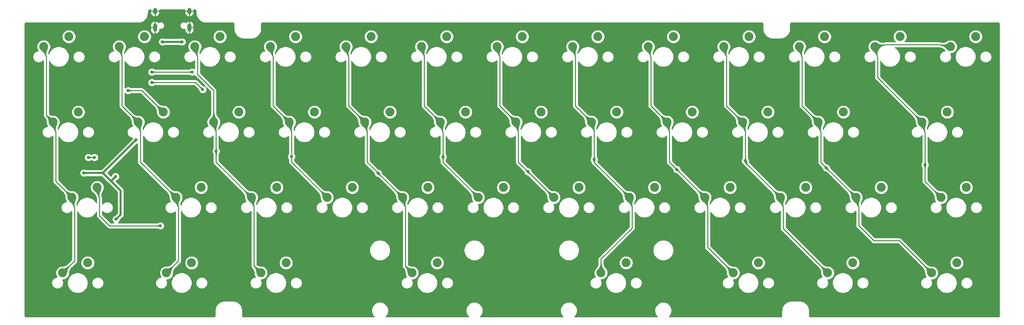
<source format=gbr>
%TF.GenerationSoftware,KiCad,Pcbnew,(5.1.10)-1*%
%TF.CreationDate,2021-09-06T15:43:40+02:00*%
%TF.ProjectId,vertex,76657274-6578-42e6-9b69-6361645f7063,rev?*%
%TF.SameCoordinates,Original*%
%TF.FileFunction,Copper,L1,Top*%
%TF.FilePolarity,Positive*%
%FSLAX46Y46*%
G04 Gerber Fmt 4.6, Leading zero omitted, Abs format (unit mm)*
G04 Created by KiCad (PCBNEW (5.1.10)-1) date 2021-09-06 15:43:40*
%MOMM*%
%LPD*%
G01*
G04 APERTURE LIST*
%TA.AperFunction,ComponentPad*%
%ADD10C,2.250000*%
%TD*%
%TA.AperFunction,ComponentPad*%
%ADD11O,1.000000X2.100000*%
%TD*%
%TA.AperFunction,ComponentPad*%
%ADD12O,1.000000X1.600000*%
%TD*%
%TA.AperFunction,ViaPad*%
%ADD13C,0.800000*%
%TD*%
%TA.AperFunction,Conductor*%
%ADD14C,0.500000*%
%TD*%
%TA.AperFunction,Conductor*%
%ADD15C,0.250000*%
%TD*%
%TA.AperFunction,Conductor*%
%ADD16C,0.100000*%
%TD*%
%TA.AperFunction,Conductor*%
%ADD17C,0.025400*%
%TD*%
G04 APERTURE END LIST*
D10*
%TO.P,MX23,2*%
%TO.N,Net-(D12-Pad2)*%
X214471250Y-79851250D03*
%TO.P,MX23,1*%
%TO.N,col9*%
X208121250Y-82391250D03*
%TD*%
%TO.P,MX45,2*%
%TO.N,Net-(D23-Pad2)*%
X262096250Y-117951250D03*
%TO.P,MX45,1*%
%TO.N,col10*%
X255746250Y-120491250D03*
%TD*%
%TO.P,MX44,2*%
%TO.N,Net-(D23-Pad2)*%
X235902500Y-117951250D03*
%TO.P,MX44,1*%
%TO.N,col9*%
X229552500Y-120491250D03*
%TD*%
%TO.P,MX43,2*%
%TO.N,Net-(D22-Pad2)*%
X212090000Y-117951250D03*
%TO.P,MX43,1*%
%TO.N,col8*%
X205740000Y-120491250D03*
%TD*%
%TO.P,MX42,2*%
%TO.N,Net-(D22-Pad2)*%
X178752500Y-117951250D03*
%TO.P,MX42,1*%
%TO.N,col7*%
X172402500Y-120491250D03*
%TD*%
%TO.P,MX41,2*%
%TO.N,Net-(D21-Pad2)*%
X131127500Y-117951250D03*
%TO.P,MX41,1*%
%TO.N,col4*%
X124777500Y-120491250D03*
%TD*%
%TO.P,MX40,2*%
%TO.N,Net-(D21-Pad2)*%
X93027500Y-117951250D03*
%TO.P,MX40,1*%
%TO.N,col2*%
X86677500Y-120491250D03*
%TD*%
%TO.P,MX39,2*%
%TO.N,Net-(D20-Pad2)*%
X69215000Y-117951250D03*
%TO.P,MX39,1*%
%TO.N,col1*%
X62865000Y-120491250D03*
%TD*%
%TO.P,MX38,2*%
%TO.N,Net-(D20-Pad2)*%
X43021250Y-117951250D03*
%TO.P,MX38,1*%
%TO.N,col0*%
X36671250Y-120491250D03*
%TD*%
%TO.P,MX37,2*%
%TO.N,Net-(D19-Pad2)*%
X264477500Y-98901250D03*
%TO.P,MX37,1*%
%TO.N,col11*%
X258127500Y-101441250D03*
%TD*%
%TO.P,MX26,2*%
%TO.N,Net-(D14-Pad2)*%
X45402500Y-98901250D03*
%TO.P,MX26,1*%
%TO.N,col0*%
X39052500Y-101441250D03*
%TD*%
%TO.P,MX25,2*%
%TO.N,Net-(D13-Pad2)*%
X259715000Y-79851250D03*
%TO.P,MX25,1*%
%TO.N,col11*%
X253365000Y-82391250D03*
%TD*%
%TO.P,MX14,2*%
%TO.N,Net-(D8-Pad2)*%
X40640000Y-79851250D03*
%TO.P,MX14,1*%
%TO.N,col0*%
X34290000Y-82391250D03*
%TD*%
%TO.P,MX35,2*%
%TO.N,Net-(D18-Pad2)*%
X223996250Y-98901250D03*
%TO.P,MX35,1*%
%TO.N,col9*%
X217646250Y-101441250D03*
%TD*%
%TO.P,MX13,2*%
%TO.N,Net-(D7-Pad2)*%
X266858750Y-60801250D03*
%TO.P,MX13,1*%
%TO.N,col11*%
X260508750Y-63341250D03*
%TD*%
%TO.P,MX12,2*%
%TO.N,Net-(D6-Pad2)*%
X247808750Y-60801250D03*
%TO.P,MX12,1*%
%TO.N,col11*%
X241458750Y-63341250D03*
%TD*%
%TO.P,MX10,2*%
%TO.N,Net-(D5-Pad2)*%
X209708750Y-60801250D03*
%TO.P,MX10,1*%
%TO.N,col9*%
X203358750Y-63341250D03*
%TD*%
D11*
%TO.P,USB1,S1*%
%TO.N,GND*%
X68632800Y-58502000D03*
X59992800Y-58502000D03*
D12*
X59992800Y-54322000D03*
X68632800Y-54322000D03*
%TD*%
D10*
%TO.P,MX36,2*%
%TO.N,Net-(D19-Pad2)*%
X243046250Y-98901250D03*
%TO.P,MX36,1*%
%TO.N,col10*%
X236696250Y-101441250D03*
%TD*%
%TO.P,MX34,2*%
%TO.N,Net-(D18-Pad2)*%
X204946250Y-98901250D03*
%TO.P,MX34,1*%
%TO.N,col8*%
X198596250Y-101441250D03*
%TD*%
%TO.P,MX33,2*%
%TO.N,Net-(D17-Pad2)*%
X185896250Y-98901250D03*
%TO.P,MX33,1*%
%TO.N,col7*%
X179546250Y-101441250D03*
%TD*%
%TO.P,MX32,2*%
%TO.N,Net-(D17-Pad2)*%
X166846250Y-98901250D03*
%TO.P,MX32,1*%
%TO.N,col6*%
X160496250Y-101441250D03*
%TD*%
%TO.P,MX31,2*%
%TO.N,Net-(D16-Pad2)*%
X147796250Y-98901250D03*
%TO.P,MX31,1*%
%TO.N,col5*%
X141446250Y-101441250D03*
%TD*%
%TO.P,MX30,2*%
%TO.N,Net-(D16-Pad2)*%
X128746250Y-98901250D03*
%TO.P,MX30,1*%
%TO.N,col4*%
X122396250Y-101441250D03*
%TD*%
%TO.P,MX29,2*%
%TO.N,Net-(D15-Pad2)*%
X109696250Y-98901250D03*
%TO.P,MX29,1*%
%TO.N,col3*%
X103346250Y-101441250D03*
%TD*%
%TO.P,MX28,2*%
%TO.N,Net-(D15-Pad2)*%
X90646250Y-98901250D03*
%TO.P,MX28,1*%
%TO.N,col2*%
X84296250Y-101441250D03*
%TD*%
%TO.P,MX27,2*%
%TO.N,Net-(D14-Pad2)*%
X71596250Y-98901250D03*
%TO.P,MX27,1*%
%TO.N,col1*%
X65246250Y-101441250D03*
%TD*%
%TO.P,MX24,2*%
%TO.N,Net-(D13-Pad2)*%
X233521250Y-79851250D03*
%TO.P,MX24,1*%
%TO.N,col10*%
X227171250Y-82391250D03*
%TD*%
%TO.P,MX22,2*%
%TO.N,Net-(D12-Pad2)*%
X195421250Y-79851250D03*
%TO.P,MX22,1*%
%TO.N,col8*%
X189071250Y-82391250D03*
%TD*%
%TO.P,MX21,2*%
%TO.N,Net-(D11-Pad2)*%
X176371250Y-79851250D03*
%TO.P,MX21,1*%
%TO.N,col7*%
X170021250Y-82391250D03*
%TD*%
%TO.P,MX20,2*%
%TO.N,Net-(D11-Pad2)*%
X157321250Y-79851250D03*
%TO.P,MX20,1*%
%TO.N,col6*%
X150971250Y-82391250D03*
%TD*%
%TO.P,MX19,2*%
%TO.N,Net-(D10-Pad2)*%
X138271250Y-79851250D03*
%TO.P,MX19,1*%
%TO.N,col5*%
X131921250Y-82391250D03*
%TD*%
%TO.P,MX18,2*%
%TO.N,Net-(D10-Pad2)*%
X119221250Y-79851250D03*
%TO.P,MX18,1*%
%TO.N,col4*%
X112871250Y-82391250D03*
%TD*%
%TO.P,MX17,2*%
%TO.N,Net-(D9-Pad2)*%
X100171250Y-79851250D03*
%TO.P,MX17,1*%
%TO.N,col3*%
X93821250Y-82391250D03*
%TD*%
%TO.P,MX16,2*%
%TO.N,Net-(D9-Pad2)*%
X81121250Y-79851250D03*
%TO.P,MX16,1*%
%TO.N,col2*%
X74771250Y-82391250D03*
%TD*%
%TO.P,MX15,2*%
%TO.N,Net-(D8-Pad2)*%
X62071250Y-79851250D03*
%TO.P,MX15,1*%
%TO.N,col1*%
X55721250Y-82391250D03*
%TD*%
%TO.P,MX11,2*%
%TO.N,Net-(D6-Pad2)*%
X228758750Y-60801250D03*
%TO.P,MX11,1*%
%TO.N,col10*%
X222408750Y-63341250D03*
%TD*%
%TO.P,MX9,2*%
%TO.N,Net-(D5-Pad2)*%
X190658750Y-60801250D03*
%TO.P,MX9,1*%
%TO.N,col8*%
X184308750Y-63341250D03*
%TD*%
%TO.P,MX8,2*%
%TO.N,Net-(D4-Pad2)*%
X171608750Y-60801250D03*
%TO.P,MX8,1*%
%TO.N,col7*%
X165258750Y-63341250D03*
%TD*%
%TO.P,MX7,2*%
%TO.N,Net-(D4-Pad2)*%
X152558750Y-60801250D03*
%TO.P,MX7,1*%
%TO.N,col6*%
X146208750Y-63341250D03*
%TD*%
%TO.P,MX6,2*%
%TO.N,Net-(D3-Pad2)*%
X133508750Y-60801250D03*
%TO.P,MX6,1*%
%TO.N,col5*%
X127158750Y-63341250D03*
%TD*%
%TO.P,MX5,2*%
%TO.N,Net-(D3-Pad2)*%
X114458750Y-60801250D03*
%TO.P,MX5,1*%
%TO.N,col4*%
X108108750Y-63341250D03*
%TD*%
%TO.P,MX4,2*%
%TO.N,Net-(D2-Pad2)*%
X95408750Y-60801250D03*
%TO.P,MX4,1*%
%TO.N,col3*%
X89058750Y-63341250D03*
%TD*%
%TO.P,MX3,2*%
%TO.N,Net-(D2-Pad2)*%
X76358750Y-60801250D03*
%TO.P,MX3,1*%
%TO.N,col2*%
X70008750Y-63341250D03*
%TD*%
%TO.P,MX2,2*%
%TO.N,Net-(D1-Pad2)*%
X57308750Y-60801250D03*
%TO.P,MX2,1*%
%TO.N,col1*%
X50958750Y-63341250D03*
%TD*%
%TO.P,MX1,2*%
%TO.N,Net-(D1-Pad2)*%
X38258750Y-60801250D03*
%TO.P,MX1,1*%
%TO.N,col0*%
X31908750Y-63341250D03*
%TD*%
D13*
%TO.N,GND*%
X66802000Y-91313000D03*
%TO.N,+5V*%
X42037000Y-95250000D03*
X50038000Y-96139000D03*
X55245000Y-86868000D03*
X50165000Y-106934000D03*
%TO.N,row0*%
X69342000Y-69723000D03*
X59182000Y-69723000D03*
%TO.N,row1*%
X59182000Y-72390000D03*
%TO.N,Net-(D8-Pad2)*%
X53213000Y-74422000D03*
%TO.N,Net-(D14-Pad2)*%
X61341000Y-108585000D03*
%TO.N,VCC*%
X61849000Y-62103000D03*
X66802000Y-62103000D03*
%TO.N,row1*%
X72009000Y-74168000D03*
%TO.N,col2*%
X75387200Y-89738200D03*
%TO.N,col3*%
X94386400Y-91107020D03*
%TO.N,col4*%
X116268500Y-95313500D03*
%TO.N,col5*%
X132588000Y-91186000D03*
%TO.N,col6*%
X153987500Y-94932500D03*
%TO.N,col7*%
X170688000Y-91821000D03*
%TO.N,col8*%
X191516000Y-94361000D03*
%TO.N,col9*%
X208788000Y-92202000D03*
%TO.N,col10*%
X229235000Y-93980000D03*
%TO.N,col11*%
X254101600Y-93192600D03*
%TO.N,Net-(R4-Pad2)*%
X44724990Y-91313000D03*
X43180000Y-91313000D03*
%TD*%
D14*
%TO.N,+5V*%
X47752000Y-96139000D02*
X46863000Y-95250000D01*
X42037000Y-95250000D02*
X46863000Y-95250000D01*
X50165000Y-106934000D02*
X51308000Y-105791000D01*
X51308000Y-105791000D02*
X51308000Y-99695000D01*
X49022000Y-97155000D02*
X48768000Y-97155000D01*
X50038000Y-96139000D02*
X49022000Y-97155000D01*
X48768000Y-97155000D02*
X47752000Y-96139000D01*
X51308000Y-99695000D02*
X48768000Y-97155000D01*
X46863000Y-95250000D02*
X55245000Y-86868000D01*
D15*
%TO.N,row0*%
X69342000Y-69723000D02*
X59182000Y-69723000D01*
%TO.N,row1*%
X59182000Y-72390000D02*
X69342000Y-72390000D01*
X69342000Y-72390000D02*
X70231000Y-72390000D01*
%TO.N,Net-(D8-Pad2)*%
X56642000Y-74422000D02*
X62071250Y-79851250D01*
X53213000Y-74422000D02*
X56642000Y-74422000D01*
%TO.N,Net-(D14-Pad2)*%
X45974000Y-106045000D02*
X48514000Y-108585000D01*
X61341000Y-108585000D02*
X48514000Y-108585000D01*
D14*
%TO.N,VCC*%
X61849000Y-62103000D02*
X66802000Y-62103000D01*
D15*
%TO.N,col0*%
X34290000Y-82391250D02*
X32562800Y-80664050D01*
X39052500Y-101441250D02*
X34950400Y-97339150D01*
X36671250Y-120491250D02*
X39674800Y-117487700D01*
%TO.N,col1*%
X62865000Y-120491250D02*
X65836800Y-117519450D01*
X55721250Y-82391250D02*
X51663600Y-78333600D01*
X65246250Y-101441250D02*
X56337200Y-92532200D01*
%TO.N,col2*%
X84296250Y-101441250D02*
X75387200Y-92532200D01*
X86677500Y-120491250D02*
X84937600Y-118751350D01*
X74771250Y-74415650D02*
X70662800Y-70307200D01*
X74771250Y-82391250D02*
X74771250Y-74415650D01*
X75387200Y-89738200D02*
X75387200Y-88595200D01*
X75387200Y-90119200D02*
X75387200Y-89738200D01*
%TO.N,row1*%
X70231000Y-72390000D02*
X72009000Y-74168000D01*
%TO.N,Net-(D14-Pad2)*%
X45402500Y-98901250D02*
X45974000Y-101854000D01*
X45974000Y-101854000D02*
X45974000Y-106045000D01*
%TO.N,col0*%
X39052500Y-101441250D02*
X39674800Y-104140000D01*
X39674800Y-117487700D02*
X39674800Y-104140000D01*
X34290000Y-82391250D02*
X34950400Y-85039200D01*
X34950400Y-97339150D02*
X34950400Y-85039200D01*
X31908750Y-63341250D02*
X32562800Y-65989200D01*
X32562800Y-80664050D02*
X32562800Y-65989200D01*
%TO.N,col1*%
X50958750Y-63341250D02*
X51663600Y-65836800D01*
X51663600Y-78333600D02*
X51663600Y-65836800D01*
X55721250Y-82391250D02*
X56337200Y-84937600D01*
X56337200Y-92532200D02*
X56337200Y-84937600D01*
X65246250Y-101441250D02*
X65836800Y-103987600D01*
X65836800Y-117519450D02*
X65836800Y-103987600D01*
%TO.N,col2*%
X75387200Y-92532200D02*
X75387200Y-90119200D01*
X84296250Y-101441250D02*
X84937600Y-103835200D01*
X84937600Y-118751350D02*
X84937600Y-103835200D01*
X74771250Y-82391250D02*
X75387200Y-84836000D01*
X75387200Y-88595200D02*
X75387200Y-84836000D01*
X70008750Y-63341250D02*
X70662800Y-65836800D01*
X70662800Y-70307200D02*
X70662800Y-65836800D01*
%TO.N,col3*%
X93821250Y-82391250D02*
X89712800Y-78282800D01*
X89058750Y-63341250D02*
X89712800Y-65887600D01*
X89712800Y-78282800D02*
X89712800Y-65887600D01*
X94386400Y-92481400D02*
X103346250Y-101441250D01*
X94386400Y-84988400D02*
X94386400Y-92481400D01*
X93821250Y-82391250D02*
X94386400Y-84988400D01*
%TO.N,col4*%
X112871250Y-82391250D02*
X108762800Y-78282800D01*
X124777500Y-120491250D02*
X123088400Y-118802150D01*
X122396250Y-101441250D02*
X116268500Y-95313500D01*
X122396250Y-101441250D02*
X123088400Y-103987600D01*
X123088400Y-118802150D02*
X123088400Y-103987600D01*
X114871500Y-93916500D02*
X116268500Y-95313500D01*
X113487200Y-92532200D02*
X114871500Y-93916500D01*
X113487200Y-84988400D02*
X113487200Y-92532200D01*
X112871250Y-82391250D02*
X113487200Y-84988400D01*
X108108750Y-63341250D02*
X108762800Y-65989200D01*
X108762800Y-78282800D02*
X108762800Y-65989200D01*
%TO.N,col5*%
X131921250Y-82391250D02*
X127863600Y-78333600D01*
X141446250Y-101441250D02*
X132588000Y-92583000D01*
X132588000Y-92583000D02*
X132588000Y-91186000D01*
X132588000Y-90297000D02*
X132588000Y-91186000D01*
X132588000Y-85140800D02*
X132588000Y-90297000D01*
X131921250Y-82391250D02*
X132588000Y-85140800D01*
X127158750Y-63341250D02*
X127863600Y-65887600D01*
X127863600Y-78333600D02*
X127863600Y-65887600D01*
%TO.N,col6*%
X150971250Y-82391250D02*
X146862800Y-78282800D01*
X160496250Y-101441250D02*
X153987500Y-94932500D01*
X146208750Y-63341250D02*
X146862800Y-65887600D01*
X146862800Y-78282800D02*
X146862800Y-65887600D01*
X152590500Y-93535500D02*
X153987500Y-94932500D01*
X151587200Y-92532200D02*
X152590500Y-93535500D01*
X151587200Y-84836000D02*
X151587200Y-92532200D01*
X150971250Y-82391250D02*
X151587200Y-84836000D01*
%TO.N,col7*%
X170021250Y-82391250D02*
X165963600Y-78333600D01*
X179546250Y-101441250D02*
X170688000Y-92583000D01*
X172402500Y-120491250D02*
X172402500Y-117005100D01*
X172402500Y-117005100D02*
X180238400Y-109169200D01*
X170688000Y-92583000D02*
X170688000Y-91821000D01*
X170688000Y-90805000D02*
X170688000Y-91821000D01*
X170688000Y-84836000D02*
X170688000Y-90805000D01*
X170021250Y-82391250D02*
X170688000Y-84836000D01*
X165258750Y-63341250D02*
X165963600Y-65836800D01*
X165963600Y-78333600D02*
X165963600Y-65836800D01*
X179546250Y-101441250D02*
X180238400Y-103835200D01*
X180238400Y-109169200D02*
X180238400Y-103835200D01*
%TO.N,col8*%
X205740000Y-120491250D02*
X199288400Y-114039650D01*
X189071250Y-82391250D02*
X184962800Y-78282800D01*
X190182500Y-93027500D02*
X189687200Y-92532200D01*
X191516000Y-94361000D02*
X190182500Y-93027500D01*
X198596250Y-101441250D02*
X191516000Y-94361000D01*
X198596250Y-101441250D02*
X199288400Y-103835200D01*
X199288400Y-114039650D02*
X199288400Y-103835200D01*
X189071250Y-82391250D02*
X189687200Y-84886800D01*
X189687200Y-92532200D02*
X189687200Y-84886800D01*
X184308750Y-63341250D02*
X184962800Y-66090800D01*
X184962800Y-78282800D02*
X184962800Y-66090800D01*
%TO.N,col9*%
X208121250Y-82391250D02*
X204012800Y-78282800D01*
X217646250Y-101441250D02*
X208788000Y-92583000D01*
X229552500Y-120491250D02*
X218338400Y-109277150D01*
X208788000Y-92202000D02*
X208788000Y-90424000D01*
X208788000Y-92583000D02*
X208788000Y-92202000D01*
X217646250Y-101441250D02*
X218338400Y-103987600D01*
X218338400Y-109277150D02*
X218338400Y-103987600D01*
X208121250Y-82391250D02*
X208788000Y-84785200D01*
X208788000Y-90424000D02*
X208788000Y-84785200D01*
X203358750Y-63341250D02*
X204012800Y-65887600D01*
X204012800Y-78282800D02*
X204012800Y-65887600D01*
%TO.N,col10*%
X255746250Y-120491250D02*
X247624600Y-112369600D01*
X247624600Y-112369600D02*
X241198400Y-112369600D01*
X241198400Y-112369600D02*
X237388400Y-108559600D01*
X227171250Y-82391250D02*
X223062800Y-78282800D01*
X229235000Y-93980000D02*
X227838000Y-92583000D01*
X236696250Y-101441250D02*
X229235000Y-93980000D01*
X222408750Y-63341250D02*
X223062800Y-65989200D01*
X223062800Y-78282800D02*
X223062800Y-65989200D01*
X236696250Y-101441250D02*
X237388400Y-103987600D01*
X237388400Y-108559600D02*
X237388400Y-103987600D01*
X227171250Y-82391250D02*
X227838000Y-85090000D01*
X227838000Y-92583000D02*
X227838000Y-85090000D01*
%TO.N,col11*%
X258127500Y-101441250D02*
X254101600Y-97415350D01*
X253365000Y-82391250D02*
X242112800Y-71139050D01*
X254101600Y-93192600D02*
X254101600Y-90779600D01*
X254101600Y-97415350D02*
X254101600Y-93192600D01*
X241458750Y-63341250D02*
X242112800Y-66090800D01*
X242112800Y-71139050D02*
X242112800Y-66090800D01*
X241458750Y-63341250D02*
X244043200Y-62839600D01*
X260508750Y-63341250D02*
X257759200Y-62839600D01*
X244043200Y-62839600D02*
X257759200Y-62839600D01*
X253365000Y-82391250D02*
X254101600Y-85090000D01*
X254101600Y-90779600D02*
X254101600Y-85090000D01*
%TO.N,Net-(R4-Pad2)*%
X44724990Y-91313000D02*
X43180000Y-91313000D01*
%TD*%
%TO.N,GND*%
X58859800Y-54320000D02*
X59990800Y-54320000D01*
X59990800Y-54300000D01*
X59994800Y-54300000D01*
X59994800Y-54320000D01*
X61125800Y-54320000D01*
X61125800Y-54023000D01*
X67499800Y-54023000D01*
X67499800Y-54320000D01*
X68630800Y-54320000D01*
X68630800Y-54300000D01*
X68634800Y-54300000D01*
X68634800Y-54320000D01*
X69765800Y-54320000D01*
X69765800Y-54023000D01*
X69969000Y-54023000D01*
X70054109Y-54031345D01*
X70103848Y-54046362D01*
X70149725Y-54070756D01*
X70189992Y-54103596D01*
X70223111Y-54143631D01*
X70247823Y-54189334D01*
X70263187Y-54238969D01*
X70273134Y-54333601D01*
X70310105Y-54912474D01*
X70310055Y-54919667D01*
X70310985Y-54929158D01*
X70347705Y-55278531D01*
X70360154Y-55339176D01*
X70371753Y-55399980D01*
X70374509Y-55409109D01*
X70478391Y-55744697D01*
X70502368Y-55801736D01*
X70525569Y-55859159D01*
X70530046Y-55867579D01*
X70697132Y-56176598D01*
X70731741Y-56227908D01*
X70765644Y-56279716D01*
X70771671Y-56287107D01*
X70995597Y-56557788D01*
X71039546Y-56601431D01*
X71082834Y-56645635D01*
X71090181Y-56651714D01*
X71362417Y-56873745D01*
X71413938Y-56907975D01*
X71465057Y-56942977D01*
X71473446Y-56947513D01*
X71783624Y-57112437D01*
X71840853Y-57136025D01*
X71897753Y-57160412D01*
X71906862Y-57163232D01*
X72243168Y-57264769D01*
X72303900Y-57276794D01*
X72364443Y-57289663D01*
X72373927Y-57290660D01*
X72723550Y-57324941D01*
X72723574Y-57324941D01*
X72756976Y-57328215D01*
X79557659Y-57325016D01*
X79642609Y-57333345D01*
X79692348Y-57348362D01*
X79738225Y-57372756D01*
X79778492Y-57405596D01*
X79811611Y-57445631D01*
X79836323Y-57491334D01*
X79851687Y-57540969D01*
X79860325Y-57623152D01*
X79857116Y-58876996D01*
X79860132Y-58908447D01*
X79860054Y-58919666D01*
X79860984Y-58929157D01*
X79897704Y-59278530D01*
X79910153Y-59339175D01*
X79921752Y-59399979D01*
X79924508Y-59409108D01*
X80028390Y-59744696D01*
X80052367Y-59801735D01*
X80075568Y-59859158D01*
X80080045Y-59867578D01*
X80247131Y-60176597D01*
X80281740Y-60227907D01*
X80315643Y-60279715D01*
X80321670Y-60287105D01*
X80545595Y-60557786D01*
X80589545Y-60601430D01*
X80632833Y-60645634D01*
X80640180Y-60651713D01*
X80912417Y-60873744D01*
X80963969Y-60907995D01*
X81015055Y-60942974D01*
X81023443Y-60947510D01*
X81333622Y-61112435D01*
X81390842Y-61136020D01*
X81447753Y-61160411D01*
X81456859Y-61163230D01*
X81456865Y-61163232D01*
X81793167Y-61264767D01*
X81853878Y-61276788D01*
X81914441Y-61289661D01*
X81923925Y-61290658D01*
X82273548Y-61324939D01*
X82273563Y-61324939D01*
X82306653Y-61328198D01*
X84373745Y-61328200D01*
X84403522Y-61325267D01*
X84414667Y-61325345D01*
X84424158Y-61324415D01*
X84773531Y-61287695D01*
X84834176Y-61275246D01*
X84894980Y-61263647D01*
X84904109Y-61260891D01*
X85239697Y-61157009D01*
X85296736Y-61133032D01*
X85354159Y-61109831D01*
X85362579Y-61105354D01*
X85671598Y-60938268D01*
X85722908Y-60903659D01*
X85774716Y-60869756D01*
X85782107Y-60863729D01*
X86052788Y-60639803D01*
X86064407Y-60628102D01*
X93650750Y-60628102D01*
X93650750Y-60974398D01*
X93718309Y-61314040D01*
X93850831Y-61633975D01*
X94043222Y-61921910D01*
X94288090Y-62166778D01*
X94576025Y-62359169D01*
X94895960Y-62491691D01*
X95235602Y-62559250D01*
X95581898Y-62559250D01*
X95921540Y-62491691D01*
X96241475Y-62359169D01*
X96529410Y-62166778D01*
X96774278Y-61921910D01*
X96966669Y-61633975D01*
X97099191Y-61314040D01*
X97166750Y-60974398D01*
X97166750Y-60628102D01*
X112700750Y-60628102D01*
X112700750Y-60974398D01*
X112768309Y-61314040D01*
X112900831Y-61633975D01*
X113093222Y-61921910D01*
X113338090Y-62166778D01*
X113626025Y-62359169D01*
X113945960Y-62491691D01*
X114285602Y-62559250D01*
X114631898Y-62559250D01*
X114971540Y-62491691D01*
X115291475Y-62359169D01*
X115579410Y-62166778D01*
X115824278Y-61921910D01*
X116016669Y-61633975D01*
X116149191Y-61314040D01*
X116216750Y-60974398D01*
X116216750Y-60628102D01*
X131750750Y-60628102D01*
X131750750Y-60974398D01*
X131818309Y-61314040D01*
X131950831Y-61633975D01*
X132143222Y-61921910D01*
X132388090Y-62166778D01*
X132676025Y-62359169D01*
X132995960Y-62491691D01*
X133335602Y-62559250D01*
X133681898Y-62559250D01*
X134021540Y-62491691D01*
X134341475Y-62359169D01*
X134629410Y-62166778D01*
X134874278Y-61921910D01*
X135066669Y-61633975D01*
X135199191Y-61314040D01*
X135266750Y-60974398D01*
X135266750Y-60628102D01*
X150800750Y-60628102D01*
X150800750Y-60974398D01*
X150868309Y-61314040D01*
X151000831Y-61633975D01*
X151193222Y-61921910D01*
X151438090Y-62166778D01*
X151726025Y-62359169D01*
X152045960Y-62491691D01*
X152385602Y-62559250D01*
X152731898Y-62559250D01*
X153071540Y-62491691D01*
X153391475Y-62359169D01*
X153679410Y-62166778D01*
X153924278Y-61921910D01*
X154116669Y-61633975D01*
X154249191Y-61314040D01*
X154316750Y-60974398D01*
X154316750Y-60628102D01*
X169850750Y-60628102D01*
X169850750Y-60974398D01*
X169918309Y-61314040D01*
X170050831Y-61633975D01*
X170243222Y-61921910D01*
X170488090Y-62166778D01*
X170776025Y-62359169D01*
X171095960Y-62491691D01*
X171435602Y-62559250D01*
X171781898Y-62559250D01*
X172121540Y-62491691D01*
X172441475Y-62359169D01*
X172729410Y-62166778D01*
X172974278Y-61921910D01*
X173166669Y-61633975D01*
X173299191Y-61314040D01*
X173366750Y-60974398D01*
X173366750Y-60628102D01*
X188900750Y-60628102D01*
X188900750Y-60974398D01*
X188968309Y-61314040D01*
X189100831Y-61633975D01*
X189293222Y-61921910D01*
X189538090Y-62166778D01*
X189826025Y-62359169D01*
X190145960Y-62491691D01*
X190485602Y-62559250D01*
X190831898Y-62559250D01*
X191171540Y-62491691D01*
X191491475Y-62359169D01*
X191779410Y-62166778D01*
X192024278Y-61921910D01*
X192216669Y-61633975D01*
X192349191Y-61314040D01*
X192416750Y-60974398D01*
X192416750Y-60628102D01*
X207950750Y-60628102D01*
X207950750Y-60974398D01*
X208018309Y-61314040D01*
X208150831Y-61633975D01*
X208343222Y-61921910D01*
X208588090Y-62166778D01*
X208876025Y-62359169D01*
X209195960Y-62491691D01*
X209535602Y-62559250D01*
X209881898Y-62559250D01*
X210221540Y-62491691D01*
X210541475Y-62359169D01*
X210829410Y-62166778D01*
X211074278Y-61921910D01*
X211266669Y-61633975D01*
X211399191Y-61314040D01*
X211466750Y-60974398D01*
X211466750Y-60628102D01*
X211399191Y-60288460D01*
X211266669Y-59968525D01*
X211074278Y-59680590D01*
X210829410Y-59435722D01*
X210541475Y-59243331D01*
X210221540Y-59110809D01*
X209881898Y-59043250D01*
X209535602Y-59043250D01*
X209195960Y-59110809D01*
X208876025Y-59243331D01*
X208588090Y-59435722D01*
X208343222Y-59680590D01*
X208150831Y-59968525D01*
X208018309Y-60288460D01*
X207950750Y-60628102D01*
X192416750Y-60628102D01*
X192349191Y-60288460D01*
X192216669Y-59968525D01*
X192024278Y-59680590D01*
X191779410Y-59435722D01*
X191491475Y-59243331D01*
X191171540Y-59110809D01*
X190831898Y-59043250D01*
X190485602Y-59043250D01*
X190145960Y-59110809D01*
X189826025Y-59243331D01*
X189538090Y-59435722D01*
X189293222Y-59680590D01*
X189100831Y-59968525D01*
X188968309Y-60288460D01*
X188900750Y-60628102D01*
X173366750Y-60628102D01*
X173299191Y-60288460D01*
X173166669Y-59968525D01*
X172974278Y-59680590D01*
X172729410Y-59435722D01*
X172441475Y-59243331D01*
X172121540Y-59110809D01*
X171781898Y-59043250D01*
X171435602Y-59043250D01*
X171095960Y-59110809D01*
X170776025Y-59243331D01*
X170488090Y-59435722D01*
X170243222Y-59680590D01*
X170050831Y-59968525D01*
X169918309Y-60288460D01*
X169850750Y-60628102D01*
X154316750Y-60628102D01*
X154249191Y-60288460D01*
X154116669Y-59968525D01*
X153924278Y-59680590D01*
X153679410Y-59435722D01*
X153391475Y-59243331D01*
X153071540Y-59110809D01*
X152731898Y-59043250D01*
X152385602Y-59043250D01*
X152045960Y-59110809D01*
X151726025Y-59243331D01*
X151438090Y-59435722D01*
X151193222Y-59680590D01*
X151000831Y-59968525D01*
X150868309Y-60288460D01*
X150800750Y-60628102D01*
X135266750Y-60628102D01*
X135199191Y-60288460D01*
X135066669Y-59968525D01*
X134874278Y-59680590D01*
X134629410Y-59435722D01*
X134341475Y-59243331D01*
X134021540Y-59110809D01*
X133681898Y-59043250D01*
X133335602Y-59043250D01*
X132995960Y-59110809D01*
X132676025Y-59243331D01*
X132388090Y-59435722D01*
X132143222Y-59680590D01*
X131950831Y-59968525D01*
X131818309Y-60288460D01*
X131750750Y-60628102D01*
X116216750Y-60628102D01*
X116149191Y-60288460D01*
X116016669Y-59968525D01*
X115824278Y-59680590D01*
X115579410Y-59435722D01*
X115291475Y-59243331D01*
X114971540Y-59110809D01*
X114631898Y-59043250D01*
X114285602Y-59043250D01*
X113945960Y-59110809D01*
X113626025Y-59243331D01*
X113338090Y-59435722D01*
X113093222Y-59680590D01*
X112900831Y-59968525D01*
X112768309Y-60288460D01*
X112700750Y-60628102D01*
X97166750Y-60628102D01*
X97099191Y-60288460D01*
X96966669Y-59968525D01*
X96774278Y-59680590D01*
X96529410Y-59435722D01*
X96241475Y-59243331D01*
X95921540Y-59110809D01*
X95581898Y-59043250D01*
X95235602Y-59043250D01*
X94895960Y-59110809D01*
X94576025Y-59243331D01*
X94288090Y-59435722D01*
X94043222Y-59680590D01*
X93850831Y-59968525D01*
X93718309Y-60288460D01*
X93650750Y-60628102D01*
X86064407Y-60628102D01*
X86096431Y-60595854D01*
X86140635Y-60552566D01*
X86146714Y-60545219D01*
X86368745Y-60272983D01*
X86402975Y-60221462D01*
X86437977Y-60170343D01*
X86442513Y-60161954D01*
X86607437Y-59851776D01*
X86631025Y-59794547D01*
X86655412Y-59737647D01*
X86658232Y-59728538D01*
X86759769Y-59392232D01*
X86771794Y-59331500D01*
X86784663Y-59270957D01*
X86785660Y-59261473D01*
X86813600Y-58976520D01*
X86814241Y-58974352D01*
X86823418Y-58873940D01*
X86814635Y-57625504D01*
X86822745Y-57542791D01*
X86837762Y-57493052D01*
X86862156Y-57447175D01*
X86894996Y-57406908D01*
X86935031Y-57373789D01*
X86980734Y-57349077D01*
X87030369Y-57333713D01*
X87113262Y-57325000D01*
X212907500Y-57325000D01*
X212992609Y-57333345D01*
X213042348Y-57348362D01*
X213088225Y-57372756D01*
X213128492Y-57405596D01*
X213161611Y-57445631D01*
X213186323Y-57491334D01*
X213201687Y-57540969D01*
X213210325Y-57623152D01*
X213207117Y-58876996D01*
X213210133Y-58908447D01*
X213210055Y-58919665D01*
X213210985Y-58929156D01*
X213247705Y-59278529D01*
X213260154Y-59339174D01*
X213271753Y-59399978D01*
X213274509Y-59409107D01*
X213378391Y-59744695D01*
X213402375Y-59801750D01*
X213425568Y-59859155D01*
X213430045Y-59867575D01*
X213597130Y-60176595D01*
X213631766Y-60227945D01*
X213665644Y-60279716D01*
X213671670Y-60287107D01*
X213895596Y-60557786D01*
X213939546Y-60601430D01*
X213982834Y-60645634D01*
X213990181Y-60651713D01*
X214262418Y-60873744D01*
X214313985Y-60908005D01*
X214365055Y-60942973D01*
X214373443Y-60947509D01*
X214683621Y-61112435D01*
X214740869Y-61136031D01*
X214797752Y-61160411D01*
X214806861Y-61163231D01*
X215143167Y-61264768D01*
X215203899Y-61276793D01*
X215264442Y-61289662D01*
X215273926Y-61290659D01*
X215623549Y-61324940D01*
X215623575Y-61324940D01*
X215656654Y-61328198D01*
X217723745Y-61328200D01*
X217753522Y-61325267D01*
X217764669Y-61325345D01*
X217774160Y-61324414D01*
X218123533Y-61287693D01*
X218184193Y-61275241D01*
X218244978Y-61263646D01*
X218254107Y-61260891D01*
X218589695Y-61157010D01*
X218646733Y-61133033D01*
X218704159Y-61109831D01*
X218712579Y-61105354D01*
X219021598Y-60938268D01*
X219072925Y-60903647D01*
X219124717Y-60869755D01*
X219132108Y-60863729D01*
X219402787Y-60639803D01*
X219414406Y-60628102D01*
X227000750Y-60628102D01*
X227000750Y-60974398D01*
X227068309Y-61314040D01*
X227200831Y-61633975D01*
X227393222Y-61921910D01*
X227638090Y-62166778D01*
X227926025Y-62359169D01*
X228245960Y-62491691D01*
X228585602Y-62559250D01*
X228931898Y-62559250D01*
X229271540Y-62491691D01*
X229591475Y-62359169D01*
X229879410Y-62166778D01*
X230124278Y-61921910D01*
X230316669Y-61633975D01*
X230449191Y-61314040D01*
X230516750Y-60974398D01*
X230516750Y-60628102D01*
X230449191Y-60288460D01*
X230316669Y-59968525D01*
X230124278Y-59680590D01*
X229879410Y-59435722D01*
X229591475Y-59243331D01*
X229271540Y-59110809D01*
X228931898Y-59043250D01*
X228585602Y-59043250D01*
X228245960Y-59110809D01*
X227926025Y-59243331D01*
X227638090Y-59435722D01*
X227393222Y-59680590D01*
X227200831Y-59968525D01*
X227068309Y-60288460D01*
X227000750Y-60628102D01*
X219414406Y-60628102D01*
X219446431Y-60595853D01*
X219490635Y-60552565D01*
X219496714Y-60545218D01*
X219718745Y-60272981D01*
X219752996Y-60221429D01*
X219787975Y-60170343D01*
X219792511Y-60161955D01*
X219957436Y-59851776D01*
X219981026Y-59794544D01*
X220005412Y-59737645D01*
X220008232Y-59728535D01*
X220109768Y-59392230D01*
X220121790Y-59331513D01*
X220134662Y-59270956D01*
X220135659Y-59261472D01*
X220163598Y-58976529D01*
X220164242Y-58974351D01*
X220173419Y-58873939D01*
X220164635Y-57625503D01*
X220172745Y-57542791D01*
X220187762Y-57493052D01*
X220212156Y-57447175D01*
X220244996Y-57406908D01*
X220285031Y-57373789D01*
X220330734Y-57349077D01*
X220380369Y-57333713D01*
X220463262Y-57325000D01*
X272534000Y-57325000D01*
X272619109Y-57333345D01*
X272668848Y-57348362D01*
X272714725Y-57372756D01*
X272754992Y-57405596D01*
X272788111Y-57445631D01*
X272812823Y-57491334D01*
X272828187Y-57540969D01*
X272836900Y-57623862D01*
X272836901Y-131284590D01*
X272828555Y-131369708D01*
X272813538Y-131419447D01*
X272789144Y-131465326D01*
X272756304Y-131505592D01*
X272716268Y-131538712D01*
X272670569Y-131563422D01*
X272620931Y-131578787D01*
X272538038Y-131587500D01*
X225229800Y-131587500D01*
X225144692Y-131579155D01*
X225094953Y-131564138D01*
X225049074Y-131539744D01*
X225008808Y-131506904D01*
X224975688Y-131466868D01*
X224950978Y-131421169D01*
X224935613Y-131371531D01*
X224927105Y-131290589D01*
X224935915Y-130016378D01*
X224932766Y-129981965D01*
X224932844Y-129970731D01*
X224931914Y-129961240D01*
X224895193Y-129611866D01*
X224882741Y-129551205D01*
X224871146Y-129490422D01*
X224868390Y-129481293D01*
X224868390Y-129481291D01*
X224868388Y-129481285D01*
X224764510Y-129145705D01*
X224740514Y-129088622D01*
X224717330Y-129031241D01*
X224712854Y-129022820D01*
X224545768Y-128713802D01*
X224511159Y-128662493D01*
X224477255Y-128610682D01*
X224471228Y-128603292D01*
X224247303Y-128332612D01*
X224203353Y-128288969D01*
X224160066Y-128244765D01*
X224152718Y-128238686D01*
X223880481Y-128016655D01*
X223828929Y-127982404D01*
X223777843Y-127947425D01*
X223769455Y-127942889D01*
X223459277Y-127777964D01*
X223402016Y-127754363D01*
X223345144Y-127729988D01*
X223336034Y-127727167D01*
X222999730Y-127625632D01*
X222939026Y-127613612D01*
X222878456Y-127600738D01*
X222868972Y-127599741D01*
X222519350Y-127565460D01*
X222519346Y-127565460D01*
X222486246Y-127562200D01*
X220419154Y-127562200D01*
X220389376Y-127565133D01*
X220378233Y-127565055D01*
X220368742Y-127565985D01*
X220019368Y-127602705D01*
X219958710Y-127615157D01*
X219897921Y-127626753D01*
X219888791Y-127629509D01*
X219553203Y-127733391D01*
X219496143Y-127757377D01*
X219438741Y-127780570D01*
X219430320Y-127785046D01*
X219121302Y-127952132D01*
X219069992Y-127986741D01*
X219018184Y-128020644D01*
X219010793Y-128026671D01*
X218740112Y-128250597D01*
X218696469Y-128294546D01*
X218652265Y-128337834D01*
X218646186Y-128345181D01*
X218424155Y-128617417D01*
X218389925Y-128668938D01*
X218354923Y-128720057D01*
X218350387Y-128728446D01*
X218185463Y-129038624D01*
X218161868Y-129095871D01*
X218137489Y-129152752D01*
X218134668Y-129161862D01*
X218033131Y-129498167D01*
X218021106Y-129558900D01*
X218008237Y-129619443D01*
X218007240Y-129628927D01*
X217979452Y-129912326D01*
X217979249Y-129913002D01*
X217969618Y-130013372D01*
X217972816Y-131285452D01*
X217964555Y-131369708D01*
X217949538Y-131419447D01*
X217925144Y-131465326D01*
X217892304Y-131505592D01*
X217852268Y-131538712D01*
X217806569Y-131563422D01*
X217756931Y-131578787D01*
X217674038Y-131587500D01*
X189597958Y-131587500D01*
X189794201Y-131391257D01*
X190030259Y-131037973D01*
X190192858Y-130645424D01*
X190275750Y-130228696D01*
X190275750Y-129803804D01*
X190192858Y-129387076D01*
X190030259Y-128994527D01*
X189794201Y-128641243D01*
X189493757Y-128340799D01*
X189140473Y-128104741D01*
X188747924Y-127942142D01*
X188331196Y-127859250D01*
X187906304Y-127859250D01*
X187489576Y-127942142D01*
X187097027Y-128104741D01*
X186743743Y-128340799D01*
X186443299Y-128641243D01*
X186207241Y-128994527D01*
X186044642Y-129387076D01*
X185961750Y-129803804D01*
X185961750Y-130228696D01*
X186044642Y-130645424D01*
X186207241Y-131037973D01*
X186443299Y-131391257D01*
X186639542Y-131587500D01*
X165785458Y-131587500D01*
X165981701Y-131391257D01*
X166217759Y-131037973D01*
X166380358Y-130645424D01*
X166463250Y-130228696D01*
X166463250Y-129803804D01*
X166380358Y-129387076D01*
X166217759Y-128994527D01*
X165981701Y-128641243D01*
X165681257Y-128340799D01*
X165327973Y-128104741D01*
X164935424Y-127942142D01*
X164518696Y-127859250D01*
X164093804Y-127859250D01*
X163677076Y-127942142D01*
X163284527Y-128104741D01*
X162931243Y-128340799D01*
X162630799Y-128641243D01*
X162394741Y-128994527D01*
X162232142Y-129387076D01*
X162149250Y-129803804D01*
X162149250Y-130228696D01*
X162232142Y-130645424D01*
X162394741Y-131037973D01*
X162630799Y-131391257D01*
X162827042Y-131587500D01*
X141972958Y-131587500D01*
X142169201Y-131391257D01*
X142405259Y-131037973D01*
X142567858Y-130645424D01*
X142650750Y-130228696D01*
X142650750Y-129803804D01*
X142567858Y-129387076D01*
X142405259Y-128994527D01*
X142169201Y-128641243D01*
X141868757Y-128340799D01*
X141515473Y-128104741D01*
X141122924Y-127942142D01*
X140706196Y-127859250D01*
X140281304Y-127859250D01*
X139864576Y-127942142D01*
X139472027Y-128104741D01*
X139118743Y-128340799D01*
X138818299Y-128641243D01*
X138582241Y-128994527D01*
X138419642Y-129387076D01*
X138336750Y-129803804D01*
X138336750Y-130228696D01*
X138419642Y-130645424D01*
X138582241Y-131037973D01*
X138818299Y-131391257D01*
X139014542Y-131587500D01*
X118160458Y-131587500D01*
X118356701Y-131391257D01*
X118592759Y-131037973D01*
X118755358Y-130645424D01*
X118838250Y-130228696D01*
X118838250Y-129803804D01*
X118755358Y-129387076D01*
X118592759Y-128994527D01*
X118356701Y-128641243D01*
X118056257Y-128340799D01*
X117702973Y-128104741D01*
X117310424Y-127942142D01*
X116893696Y-127859250D01*
X116468804Y-127859250D01*
X116052076Y-127942142D01*
X115659527Y-128104741D01*
X115306243Y-128340799D01*
X115005799Y-128641243D01*
X114769741Y-128994527D01*
X114607142Y-129387076D01*
X114524250Y-129803804D01*
X114524250Y-130228696D01*
X114607142Y-130645424D01*
X114769741Y-131037973D01*
X115005799Y-131391257D01*
X115202042Y-131587500D01*
X82354800Y-131587500D01*
X82269692Y-131579155D01*
X82219953Y-131564138D01*
X82174074Y-131539744D01*
X82133808Y-131506904D01*
X82100688Y-131466868D01*
X82075978Y-131421169D01*
X82060613Y-131371531D01*
X82052105Y-131290589D01*
X82060915Y-130016378D01*
X82057766Y-129981973D01*
X82057845Y-129970733D01*
X82056915Y-129961242D01*
X82020195Y-129611868D01*
X82007743Y-129551210D01*
X81996147Y-129490421D01*
X81993391Y-129481291D01*
X81889509Y-129145703D01*
X81865523Y-129088643D01*
X81842330Y-129031241D01*
X81837854Y-129022820D01*
X81670768Y-128713802D01*
X81636159Y-128662492D01*
X81602256Y-128610684D01*
X81596229Y-128603293D01*
X81372303Y-128332612D01*
X81328354Y-128288969D01*
X81285066Y-128244765D01*
X81277719Y-128238686D01*
X81005483Y-128016655D01*
X80953962Y-127982425D01*
X80902843Y-127947423D01*
X80894454Y-127942887D01*
X80584276Y-127777963D01*
X80527029Y-127754368D01*
X80470148Y-127729989D01*
X80461038Y-127727168D01*
X80124733Y-127625631D01*
X80064000Y-127613606D01*
X80003457Y-127600737D01*
X79993973Y-127599740D01*
X79644351Y-127565459D01*
X79644336Y-127565459D01*
X79611246Y-127562200D01*
X77544154Y-127562200D01*
X77514368Y-127565134D01*
X77503231Y-127565056D01*
X77493740Y-127565986D01*
X77144366Y-127602707D01*
X77083705Y-127615159D01*
X77022922Y-127626754D01*
X77013797Y-127629509D01*
X77013791Y-127629510D01*
X77013785Y-127629512D01*
X76678205Y-127733390D01*
X76621122Y-127757386D01*
X76563741Y-127780570D01*
X76555320Y-127785046D01*
X76246302Y-127952132D01*
X76194993Y-127986741D01*
X76143182Y-128020645D01*
X76135792Y-128026672D01*
X75865112Y-128250597D01*
X75821469Y-128294547D01*
X75777265Y-128337834D01*
X75771186Y-128345182D01*
X75549155Y-128617419D01*
X75514904Y-128668971D01*
X75479925Y-128720057D01*
X75475389Y-128728445D01*
X75310464Y-129038623D01*
X75286863Y-129095884D01*
X75262488Y-129152756D01*
X75259667Y-129161866D01*
X75158132Y-129498170D01*
X75146112Y-129558874D01*
X75133238Y-129619444D01*
X75132241Y-129628928D01*
X75104454Y-129912320D01*
X75104249Y-129913002D01*
X75094618Y-130013372D01*
X75097816Y-131285452D01*
X75089555Y-131369708D01*
X75074538Y-131419447D01*
X75050144Y-131465326D01*
X75017304Y-131505592D01*
X74977268Y-131538712D01*
X74931569Y-131563422D01*
X74881931Y-131578787D01*
X74799038Y-131587500D01*
X27490800Y-131587500D01*
X27405692Y-131579155D01*
X27355953Y-131564138D01*
X27310074Y-131539744D01*
X27269808Y-131506904D01*
X27236688Y-131466868D01*
X27211978Y-131421169D01*
X27196613Y-131371531D01*
X27187900Y-131288638D01*
X27187900Y-65732725D01*
X29130750Y-65732725D01*
X29130750Y-66029775D01*
X29188701Y-66321118D01*
X29302377Y-66595556D01*
X29467410Y-66842544D01*
X29677456Y-67052590D01*
X29924444Y-67217623D01*
X30198882Y-67331299D01*
X30490225Y-67389250D01*
X30787275Y-67389250D01*
X31078618Y-67331299D01*
X31353056Y-67217623D01*
X31600044Y-67052590D01*
X31804801Y-66847833D01*
X31804800Y-80626818D01*
X31801133Y-80664050D01*
X31804800Y-80701281D01*
X31815768Y-80812643D01*
X31859111Y-80955526D01*
X31929497Y-81087209D01*
X32024220Y-81202630D01*
X32049090Y-81223040D01*
X32144779Y-81325676D01*
X32230252Y-81431986D01*
X32303613Y-81539204D01*
X32365702Y-81647709D01*
X32417315Y-81758178D01*
X32459078Y-81871482D01*
X32491396Y-81988670D01*
X32514397Y-82110829D01*
X32527937Y-82238975D01*
X32532000Y-82386650D01*
X32532000Y-82564398D01*
X32599559Y-82904040D01*
X32732081Y-83223975D01*
X32865964Y-83424346D01*
X32580132Y-83481201D01*
X32305694Y-83594877D01*
X32058706Y-83759910D01*
X31848660Y-83969956D01*
X31683627Y-84216944D01*
X31569951Y-84491382D01*
X31512000Y-84782725D01*
X31512000Y-85079775D01*
X31569951Y-85371118D01*
X31683627Y-85645556D01*
X31848660Y-85892544D01*
X32058706Y-86102590D01*
X32305694Y-86267623D01*
X32580132Y-86381299D01*
X32871475Y-86439250D01*
X33168525Y-86439250D01*
X33459868Y-86381299D01*
X33734306Y-86267623D01*
X33981294Y-86102590D01*
X34191340Y-85892544D01*
X34192401Y-85890956D01*
X34192400Y-97301918D01*
X34188733Y-97339150D01*
X34192400Y-97376381D01*
X34203368Y-97487743D01*
X34246711Y-97630626D01*
X34317097Y-97762309D01*
X34411820Y-97877730D01*
X34440752Y-97901474D01*
X36801574Y-100262297D01*
X36907279Y-100375676D01*
X36992752Y-100481986D01*
X37066113Y-100589204D01*
X37128202Y-100697709D01*
X37179815Y-100808178D01*
X37221578Y-100921482D01*
X37253896Y-101038670D01*
X37276897Y-101160829D01*
X37290437Y-101288975D01*
X37294500Y-101436650D01*
X37294500Y-101614398D01*
X37362059Y-101954040D01*
X37494581Y-102273975D01*
X37628464Y-102474346D01*
X37342632Y-102531201D01*
X37068194Y-102644877D01*
X36821206Y-102809910D01*
X36611160Y-103019956D01*
X36446127Y-103266944D01*
X36332451Y-103541382D01*
X36274500Y-103832725D01*
X36274500Y-104129775D01*
X36332451Y-104421118D01*
X36446127Y-104695556D01*
X36611160Y-104942544D01*
X36821206Y-105152590D01*
X37068194Y-105317623D01*
X37342632Y-105431299D01*
X37633975Y-105489250D01*
X37931025Y-105489250D01*
X38222368Y-105431299D01*
X38496806Y-105317623D01*
X38743794Y-105152590D01*
X38916801Y-104979583D01*
X38916800Y-117173726D01*
X37850203Y-118240324D01*
X37736820Y-118346033D01*
X37630519Y-118431497D01*
X37523295Y-118504863D01*
X37414798Y-118566947D01*
X37304311Y-118618569D01*
X37191016Y-118660329D01*
X37073832Y-118692646D01*
X36951670Y-118715647D01*
X36823524Y-118729187D01*
X36675850Y-118733250D01*
X36498102Y-118733250D01*
X36158460Y-118800809D01*
X35838525Y-118933331D01*
X35550590Y-119125722D01*
X35305722Y-119370590D01*
X35113331Y-119658525D01*
X34980809Y-119978460D01*
X34913250Y-120318102D01*
X34913250Y-120664398D01*
X34980809Y-121004040D01*
X35113331Y-121323975D01*
X35247214Y-121524346D01*
X34961382Y-121581201D01*
X34686944Y-121694877D01*
X34439956Y-121859910D01*
X34229910Y-122069956D01*
X34064877Y-122316944D01*
X33951201Y-122591382D01*
X33893250Y-122882725D01*
X33893250Y-123179775D01*
X33951201Y-123471118D01*
X34064877Y-123745556D01*
X34229910Y-123992544D01*
X34439956Y-124202590D01*
X34686944Y-124367623D01*
X34961382Y-124481299D01*
X35252725Y-124539250D01*
X35549775Y-124539250D01*
X35841118Y-124481299D01*
X36115556Y-124367623D01*
X36362544Y-124202590D01*
X36572590Y-123992544D01*
X36737623Y-123745556D01*
X36851299Y-123471118D01*
X36909250Y-123179775D01*
X36909250Y-122882725D01*
X36887330Y-122772523D01*
X37854350Y-122772523D01*
X37854350Y-123289977D01*
X37955301Y-123797488D01*
X38153322Y-124275554D01*
X38440804Y-124705801D01*
X38806699Y-125071696D01*
X39236946Y-125359178D01*
X39715012Y-125557199D01*
X40222523Y-125658150D01*
X40739977Y-125658150D01*
X41247488Y-125557199D01*
X41725554Y-125359178D01*
X42155801Y-125071696D01*
X42521696Y-124705801D01*
X42809178Y-124275554D01*
X43007199Y-123797488D01*
X43108150Y-123289977D01*
X43108150Y-122882725D01*
X44053250Y-122882725D01*
X44053250Y-123179775D01*
X44111201Y-123471118D01*
X44224877Y-123745556D01*
X44389910Y-123992544D01*
X44599956Y-124202590D01*
X44846944Y-124367623D01*
X45121382Y-124481299D01*
X45412725Y-124539250D01*
X45709775Y-124539250D01*
X46001118Y-124481299D01*
X46275556Y-124367623D01*
X46522544Y-124202590D01*
X46732590Y-123992544D01*
X46897623Y-123745556D01*
X47011299Y-123471118D01*
X47069250Y-123179775D01*
X47069250Y-122882725D01*
X47011299Y-122591382D01*
X46897623Y-122316944D01*
X46732590Y-122069956D01*
X46522544Y-121859910D01*
X46275556Y-121694877D01*
X46001118Y-121581201D01*
X45709775Y-121523250D01*
X45412725Y-121523250D01*
X45121382Y-121581201D01*
X44846944Y-121694877D01*
X44599956Y-121859910D01*
X44389910Y-122069956D01*
X44224877Y-122316944D01*
X44111201Y-122591382D01*
X44053250Y-122882725D01*
X43108150Y-122882725D01*
X43108150Y-122772523D01*
X43007199Y-122265012D01*
X42809178Y-121786946D01*
X42521696Y-121356699D01*
X42155801Y-120990804D01*
X41725554Y-120703322D01*
X41247488Y-120505301D01*
X40739977Y-120404350D01*
X40222523Y-120404350D01*
X39715012Y-120505301D01*
X39236946Y-120703322D01*
X38806699Y-120990804D01*
X38440804Y-121356699D01*
X38153322Y-121786946D01*
X37955301Y-122265012D01*
X37854350Y-122772523D01*
X36887330Y-122772523D01*
X36851299Y-122591382D01*
X36737623Y-122316944D01*
X36692391Y-122249250D01*
X36844398Y-122249250D01*
X37184040Y-122181691D01*
X37503975Y-122049169D01*
X37791910Y-121856778D01*
X38036778Y-121611910D01*
X38229169Y-121323975D01*
X38361691Y-121004040D01*
X38429250Y-120664398D01*
X38429250Y-120486644D01*
X38433312Y-120338974D01*
X38446852Y-120210829D01*
X38469853Y-120088670D01*
X38502170Y-119971484D01*
X38543933Y-119858183D01*
X38595552Y-119747702D01*
X38657636Y-119639204D01*
X38730997Y-119531986D01*
X38816464Y-119425683D01*
X38922188Y-119312285D01*
X40184460Y-118050014D01*
X40213380Y-118026280D01*
X40308103Y-117910860D01*
X40378489Y-117779177D01*
X40378815Y-117778102D01*
X41263250Y-117778102D01*
X41263250Y-118124398D01*
X41330809Y-118464040D01*
X41463331Y-118783975D01*
X41655722Y-119071910D01*
X41900590Y-119316778D01*
X42188525Y-119509169D01*
X42508460Y-119641691D01*
X42848102Y-119709250D01*
X43194398Y-119709250D01*
X43534040Y-119641691D01*
X43853975Y-119509169D01*
X44141910Y-119316778D01*
X44386778Y-119071910D01*
X44579169Y-118783975D01*
X44711691Y-118464040D01*
X44779250Y-118124398D01*
X44779250Y-117778102D01*
X44711691Y-117438460D01*
X44579169Y-117118525D01*
X44386778Y-116830590D01*
X44141910Y-116585722D01*
X43853975Y-116393331D01*
X43534040Y-116260809D01*
X43194398Y-116193250D01*
X42848102Y-116193250D01*
X42508460Y-116260809D01*
X42188525Y-116393331D01*
X41900590Y-116585722D01*
X41655722Y-116830590D01*
X41463331Y-117118525D01*
X41330809Y-117438460D01*
X41263250Y-117778102D01*
X40378815Y-117778102D01*
X40421832Y-117636294D01*
X40432800Y-117524932D01*
X40432800Y-117524931D01*
X40436467Y-117487701D01*
X40432800Y-117450469D01*
X40432800Y-104979854D01*
X40534572Y-105225554D01*
X40822054Y-105655801D01*
X41187949Y-106021696D01*
X41618196Y-106309178D01*
X42096262Y-106507199D01*
X42603773Y-106608150D01*
X43121227Y-106608150D01*
X43628738Y-106507199D01*
X44106804Y-106309178D01*
X44537051Y-106021696D01*
X44902946Y-105655801D01*
X45190428Y-105225554D01*
X45216001Y-105163816D01*
X45216001Y-106007758D01*
X45212333Y-106045000D01*
X45226968Y-106193593D01*
X45270312Y-106336477D01*
X45328154Y-106444691D01*
X45340698Y-106468160D01*
X45435421Y-106583580D01*
X45464347Y-106607319D01*
X47951685Y-109094659D01*
X47975420Y-109123580D01*
X48090840Y-109218303D01*
X48222523Y-109288689D01*
X48365406Y-109332032D01*
X48476768Y-109343000D01*
X48476777Y-109343000D01*
X48513999Y-109346666D01*
X48551221Y-109343000D01*
X60638118Y-109343000D01*
X60682501Y-109387383D01*
X60851691Y-109500433D01*
X61039685Y-109578302D01*
X61239258Y-109618000D01*
X61442742Y-109618000D01*
X61642315Y-109578302D01*
X61830309Y-109500433D01*
X61999499Y-109387383D01*
X62143383Y-109243499D01*
X62256433Y-109074309D01*
X62334302Y-108886315D01*
X62374000Y-108686742D01*
X62374000Y-108483258D01*
X62334302Y-108283685D01*
X62256433Y-108095691D01*
X62143383Y-107926501D01*
X61999499Y-107782617D01*
X61830309Y-107669567D01*
X61642315Y-107591698D01*
X61442742Y-107552000D01*
X61239258Y-107552000D01*
X61039685Y-107591698D01*
X60851691Y-107669567D01*
X60682501Y-107782617D01*
X60638118Y-107827000D01*
X50687882Y-107827000D01*
X50823499Y-107736383D01*
X50967383Y-107592499D01*
X51080433Y-107423309D01*
X51158302Y-107235315D01*
X51169691Y-107178059D01*
X51901708Y-106446043D01*
X51935396Y-106418396D01*
X52045740Y-106283942D01*
X52127732Y-106130544D01*
X52171690Y-105985634D01*
X52178223Y-105964099D01*
X52180743Y-105938514D01*
X52191000Y-105834373D01*
X52191000Y-105834367D01*
X52195271Y-105791001D01*
X52191000Y-105747635D01*
X52191000Y-99738365D01*
X52195271Y-99694999D01*
X52191000Y-99651633D01*
X52191000Y-99651627D01*
X52178223Y-99521902D01*
X52176722Y-99516952D01*
X52145503Y-99414040D01*
X52127732Y-99355456D01*
X52045740Y-99202058D01*
X51935396Y-99067604D01*
X51901707Y-99039956D01*
X50143750Y-97282000D01*
X50282058Y-97143691D01*
X50339315Y-97132302D01*
X50527309Y-97054433D01*
X50696499Y-96941383D01*
X50840383Y-96797499D01*
X50953433Y-96628309D01*
X51031302Y-96440315D01*
X51071000Y-96240742D01*
X51071000Y-96037258D01*
X51031302Y-95837685D01*
X50953433Y-95649691D01*
X50840383Y-95480501D01*
X50696499Y-95336617D01*
X50527309Y-95223567D01*
X50339315Y-95145698D01*
X50139742Y-95106000D01*
X49936258Y-95106000D01*
X49736685Y-95145698D01*
X49548691Y-95223567D01*
X49379501Y-95336617D01*
X49235617Y-95480501D01*
X49122567Y-95649691D01*
X49044698Y-95837685D01*
X49033309Y-95894942D01*
X48895000Y-96033250D01*
X48407048Y-95545299D01*
X48407044Y-95545294D01*
X48111749Y-95250000D01*
X55489060Y-87872691D01*
X55546315Y-87861302D01*
X55579201Y-87847680D01*
X55579200Y-92494968D01*
X55575533Y-92532200D01*
X55579200Y-92569431D01*
X55590168Y-92680793D01*
X55633511Y-92823676D01*
X55703897Y-92955359D01*
X55798620Y-93070780D01*
X55827552Y-93094524D01*
X62995330Y-100262304D01*
X63101029Y-100375676D01*
X63186502Y-100481986D01*
X63259863Y-100589204D01*
X63321952Y-100697709D01*
X63373565Y-100808178D01*
X63415328Y-100921482D01*
X63447646Y-101038670D01*
X63470647Y-101160829D01*
X63484187Y-101288975D01*
X63488250Y-101436650D01*
X63488250Y-101614398D01*
X63555809Y-101954040D01*
X63688331Y-102273975D01*
X63822214Y-102474346D01*
X63536382Y-102531201D01*
X63261944Y-102644877D01*
X63014956Y-102809910D01*
X62804910Y-103019956D01*
X62639877Y-103266944D01*
X62526201Y-103541382D01*
X62468250Y-103832725D01*
X62468250Y-104129775D01*
X62526201Y-104421118D01*
X62639877Y-104695556D01*
X62804910Y-104942544D01*
X63014956Y-105152590D01*
X63261944Y-105317623D01*
X63536382Y-105431299D01*
X63827725Y-105489250D01*
X64124775Y-105489250D01*
X64416118Y-105431299D01*
X64690556Y-105317623D01*
X64937544Y-105152590D01*
X65078801Y-105011333D01*
X65078800Y-117205476D01*
X64043953Y-118240324D01*
X63930570Y-118346033D01*
X63824269Y-118431497D01*
X63717045Y-118504863D01*
X63608548Y-118566947D01*
X63498061Y-118618569D01*
X63384766Y-118660329D01*
X63267582Y-118692646D01*
X63145420Y-118715647D01*
X63017274Y-118729187D01*
X62869600Y-118733250D01*
X62691852Y-118733250D01*
X62352210Y-118800809D01*
X62032275Y-118933331D01*
X61744340Y-119125722D01*
X61499472Y-119370590D01*
X61307081Y-119658525D01*
X61174559Y-119978460D01*
X61107000Y-120318102D01*
X61107000Y-120664398D01*
X61174559Y-121004040D01*
X61307081Y-121323975D01*
X61440964Y-121524346D01*
X61155132Y-121581201D01*
X60880694Y-121694877D01*
X60633706Y-121859910D01*
X60423660Y-122069956D01*
X60258627Y-122316944D01*
X60144951Y-122591382D01*
X60087000Y-122882725D01*
X60087000Y-123179775D01*
X60144951Y-123471118D01*
X60258627Y-123745556D01*
X60423660Y-123992544D01*
X60633706Y-124202590D01*
X60880694Y-124367623D01*
X61155132Y-124481299D01*
X61446475Y-124539250D01*
X61743525Y-124539250D01*
X62034868Y-124481299D01*
X62309306Y-124367623D01*
X62556294Y-124202590D01*
X62766340Y-123992544D01*
X62931373Y-123745556D01*
X63045049Y-123471118D01*
X63103000Y-123179775D01*
X63103000Y-122882725D01*
X63081080Y-122772523D01*
X64048100Y-122772523D01*
X64048100Y-123289977D01*
X64149051Y-123797488D01*
X64347072Y-124275554D01*
X64634554Y-124705801D01*
X65000449Y-125071696D01*
X65430696Y-125359178D01*
X65908762Y-125557199D01*
X66416273Y-125658150D01*
X66933727Y-125658150D01*
X67441238Y-125557199D01*
X67919304Y-125359178D01*
X68349551Y-125071696D01*
X68715446Y-124705801D01*
X69002928Y-124275554D01*
X69200949Y-123797488D01*
X69301900Y-123289977D01*
X69301900Y-122882725D01*
X70247000Y-122882725D01*
X70247000Y-123179775D01*
X70304951Y-123471118D01*
X70418627Y-123745556D01*
X70583660Y-123992544D01*
X70793706Y-124202590D01*
X71040694Y-124367623D01*
X71315132Y-124481299D01*
X71606475Y-124539250D01*
X71903525Y-124539250D01*
X72194868Y-124481299D01*
X72469306Y-124367623D01*
X72716294Y-124202590D01*
X72926340Y-123992544D01*
X73091373Y-123745556D01*
X73205049Y-123471118D01*
X73263000Y-123179775D01*
X73263000Y-122882725D01*
X73205049Y-122591382D01*
X73091373Y-122316944D01*
X72926340Y-122069956D01*
X72716294Y-121859910D01*
X72469306Y-121694877D01*
X72194868Y-121581201D01*
X71903525Y-121523250D01*
X71606475Y-121523250D01*
X71315132Y-121581201D01*
X71040694Y-121694877D01*
X70793706Y-121859910D01*
X70583660Y-122069956D01*
X70418627Y-122316944D01*
X70304951Y-122591382D01*
X70247000Y-122882725D01*
X69301900Y-122882725D01*
X69301900Y-122772523D01*
X69200949Y-122265012D01*
X69002928Y-121786946D01*
X68715446Y-121356699D01*
X68349551Y-120990804D01*
X67919304Y-120703322D01*
X67441238Y-120505301D01*
X66933727Y-120404350D01*
X66416273Y-120404350D01*
X65908762Y-120505301D01*
X65430696Y-120703322D01*
X65000449Y-120990804D01*
X64634554Y-121356699D01*
X64347072Y-121786946D01*
X64149051Y-122265012D01*
X64048100Y-122772523D01*
X63081080Y-122772523D01*
X63045049Y-122591382D01*
X62931373Y-122316944D01*
X62886141Y-122249250D01*
X63038148Y-122249250D01*
X63377790Y-122181691D01*
X63697725Y-122049169D01*
X63985660Y-121856778D01*
X64230528Y-121611910D01*
X64422919Y-121323975D01*
X64555441Y-121004040D01*
X64623000Y-120664398D01*
X64623000Y-120486644D01*
X64627062Y-120338974D01*
X64640602Y-120210829D01*
X64663603Y-120088670D01*
X64695920Y-119971484D01*
X64737683Y-119858183D01*
X64789302Y-119747702D01*
X64851386Y-119639204D01*
X64924747Y-119531986D01*
X65010214Y-119425683D01*
X65115938Y-119312285D01*
X66346460Y-118081764D01*
X66375380Y-118058030D01*
X66470103Y-117942610D01*
X66540489Y-117810927D01*
X66550446Y-117778102D01*
X67457000Y-117778102D01*
X67457000Y-118124398D01*
X67524559Y-118464040D01*
X67657081Y-118783975D01*
X67849472Y-119071910D01*
X68094340Y-119316778D01*
X68382275Y-119509169D01*
X68702210Y-119641691D01*
X69041852Y-119709250D01*
X69388148Y-119709250D01*
X69727790Y-119641691D01*
X70047725Y-119509169D01*
X70335660Y-119316778D01*
X70580528Y-119071910D01*
X70772919Y-118783975D01*
X70905441Y-118464040D01*
X70973000Y-118124398D01*
X70973000Y-117778102D01*
X70905441Y-117438460D01*
X70772919Y-117118525D01*
X70580528Y-116830590D01*
X70335660Y-116585722D01*
X70047725Y-116393331D01*
X69727790Y-116260809D01*
X69388148Y-116193250D01*
X69041852Y-116193250D01*
X68702210Y-116260809D01*
X68382275Y-116393331D01*
X68094340Y-116585722D01*
X67849472Y-116830590D01*
X67657081Y-117118525D01*
X67524559Y-117438460D01*
X67457000Y-117778102D01*
X66550446Y-117778102D01*
X66583832Y-117668044D01*
X66594800Y-117556682D01*
X66594800Y-117556681D01*
X66598467Y-117519450D01*
X66594800Y-117482218D01*
X66594800Y-104903203D01*
X66728322Y-105225554D01*
X67015804Y-105655801D01*
X67381699Y-106021696D01*
X67811946Y-106309178D01*
X68290012Y-106507199D01*
X68797523Y-106608150D01*
X69314977Y-106608150D01*
X69822488Y-106507199D01*
X70300554Y-106309178D01*
X70730801Y-106021696D01*
X71096696Y-105655801D01*
X71384178Y-105225554D01*
X71582199Y-104747488D01*
X71683150Y-104239977D01*
X71683150Y-103832725D01*
X72628250Y-103832725D01*
X72628250Y-104129775D01*
X72686201Y-104421118D01*
X72799877Y-104695556D01*
X72964910Y-104942544D01*
X73174956Y-105152590D01*
X73421944Y-105317623D01*
X73696382Y-105431299D01*
X73987725Y-105489250D01*
X74284775Y-105489250D01*
X74576118Y-105431299D01*
X74850556Y-105317623D01*
X75097544Y-105152590D01*
X75307590Y-104942544D01*
X75472623Y-104695556D01*
X75586299Y-104421118D01*
X75644250Y-104129775D01*
X75644250Y-103832725D01*
X75586299Y-103541382D01*
X75472623Y-103266944D01*
X75307590Y-103019956D01*
X75097544Y-102809910D01*
X74850556Y-102644877D01*
X74576118Y-102531201D01*
X74284775Y-102473250D01*
X73987725Y-102473250D01*
X73696382Y-102531201D01*
X73421944Y-102644877D01*
X73174956Y-102809910D01*
X72964910Y-103019956D01*
X72799877Y-103266944D01*
X72686201Y-103541382D01*
X72628250Y-103832725D01*
X71683150Y-103832725D01*
X71683150Y-103722523D01*
X71582199Y-103215012D01*
X71384178Y-102736946D01*
X71096696Y-102306699D01*
X70730801Y-101940804D01*
X70300554Y-101653322D01*
X69822488Y-101455301D01*
X69314977Y-101354350D01*
X68797523Y-101354350D01*
X68290012Y-101455301D01*
X67811946Y-101653322D01*
X67381699Y-101940804D01*
X67015804Y-102306699D01*
X66728322Y-102736946D01*
X66530301Y-103215012D01*
X66493311Y-103400972D01*
X66486584Y-103345024D01*
X66481056Y-103215231D01*
X66485778Y-103090286D01*
X66500426Y-102969243D01*
X66524934Y-102850996D01*
X66559507Y-102734461D01*
X66604622Y-102618627D01*
X66660924Y-102502734D01*
X66729362Y-102385933D01*
X66804169Y-102273975D01*
X66936691Y-101954040D01*
X67004250Y-101614398D01*
X67004250Y-101268102D01*
X66936691Y-100928460D01*
X66804169Y-100608525D01*
X66611778Y-100320590D01*
X66366910Y-100075722D01*
X66078975Y-99883331D01*
X65759040Y-99750809D01*
X65419398Y-99683250D01*
X65241650Y-99683250D01*
X65093975Y-99679187D01*
X64965829Y-99665647D01*
X64843670Y-99642646D01*
X64726482Y-99610328D01*
X64613178Y-99568565D01*
X64502709Y-99516952D01*
X64394204Y-99454863D01*
X64286986Y-99381502D01*
X64180676Y-99296029D01*
X64067304Y-99190330D01*
X63605076Y-98728102D01*
X69838250Y-98728102D01*
X69838250Y-99074398D01*
X69905809Y-99414040D01*
X70038331Y-99733975D01*
X70230722Y-100021910D01*
X70475590Y-100266778D01*
X70763525Y-100459169D01*
X71083460Y-100591691D01*
X71423102Y-100659250D01*
X71769398Y-100659250D01*
X72109040Y-100591691D01*
X72428975Y-100459169D01*
X72716910Y-100266778D01*
X72961778Y-100021910D01*
X73154169Y-99733975D01*
X73286691Y-99414040D01*
X73354250Y-99074398D01*
X73354250Y-98728102D01*
X73286691Y-98388460D01*
X73154169Y-98068525D01*
X72961778Y-97780590D01*
X72716910Y-97535722D01*
X72428975Y-97343331D01*
X72109040Y-97210809D01*
X71769398Y-97143250D01*
X71423102Y-97143250D01*
X71083460Y-97210809D01*
X70763525Y-97343331D01*
X70475590Y-97535722D01*
X70230722Y-97780590D01*
X70038331Y-98068525D01*
X69905809Y-98388460D01*
X69838250Y-98728102D01*
X63605076Y-98728102D01*
X57095200Y-92218228D01*
X57095200Y-85914524D01*
X57203322Y-86175554D01*
X57490804Y-86605801D01*
X57856699Y-86971696D01*
X58286946Y-87259178D01*
X58765012Y-87457199D01*
X59272523Y-87558150D01*
X59789977Y-87558150D01*
X60297488Y-87457199D01*
X60775554Y-87259178D01*
X61205801Y-86971696D01*
X61571696Y-86605801D01*
X61859178Y-86175554D01*
X62057199Y-85697488D01*
X62158150Y-85189977D01*
X62158150Y-84782725D01*
X63103250Y-84782725D01*
X63103250Y-85079775D01*
X63161201Y-85371118D01*
X63274877Y-85645556D01*
X63439910Y-85892544D01*
X63649956Y-86102590D01*
X63896944Y-86267623D01*
X64171382Y-86381299D01*
X64462725Y-86439250D01*
X64759775Y-86439250D01*
X65051118Y-86381299D01*
X65325556Y-86267623D01*
X65572544Y-86102590D01*
X65782590Y-85892544D01*
X65947623Y-85645556D01*
X66061299Y-85371118D01*
X66119250Y-85079775D01*
X66119250Y-84782725D01*
X66061299Y-84491382D01*
X65947623Y-84216944D01*
X65782590Y-83969956D01*
X65572544Y-83759910D01*
X65325556Y-83594877D01*
X65051118Y-83481201D01*
X64759775Y-83423250D01*
X64462725Y-83423250D01*
X64171382Y-83481201D01*
X63896944Y-83594877D01*
X63649956Y-83759910D01*
X63439910Y-83969956D01*
X63274877Y-84216944D01*
X63161201Y-84491382D01*
X63103250Y-84782725D01*
X62158150Y-84782725D01*
X62158150Y-84672523D01*
X62057199Y-84165012D01*
X61859178Y-83686946D01*
X61571696Y-83256699D01*
X61205801Y-82890804D01*
X60775554Y-82603322D01*
X60297488Y-82405301D01*
X59789977Y-82304350D01*
X59272523Y-82304350D01*
X58765012Y-82405301D01*
X58286946Y-82603322D01*
X57856699Y-82890804D01*
X57490804Y-83256699D01*
X57203322Y-83686946D01*
X57005301Y-84165012D01*
X56980409Y-84290154D01*
X56979508Y-84283217D01*
X56972756Y-84153490D01*
X56976296Y-84028520D01*
X56989803Y-83907319D01*
X57013189Y-83788862D01*
X57046666Y-83671990D01*
X57090677Y-83555753D01*
X57145889Y-83439320D01*
X57210001Y-83327492D01*
X57279169Y-83223975D01*
X57411691Y-82904040D01*
X57479250Y-82564398D01*
X57479250Y-82218102D01*
X57411691Y-81878460D01*
X57279169Y-81558525D01*
X57086778Y-81270590D01*
X56841910Y-81025722D01*
X56553975Y-80833331D01*
X56234040Y-80700809D01*
X55894398Y-80633250D01*
X55716650Y-80633250D01*
X55568975Y-80629187D01*
X55440829Y-80615647D01*
X55318670Y-80592646D01*
X55201482Y-80560328D01*
X55088178Y-80518565D01*
X54977709Y-80466952D01*
X54869204Y-80404863D01*
X54761986Y-80331502D01*
X54655676Y-80246029D01*
X54542297Y-80140324D01*
X52421600Y-78019628D01*
X52421600Y-75091482D01*
X52554501Y-75224383D01*
X52723691Y-75337433D01*
X52911685Y-75415302D01*
X53111258Y-75455000D01*
X53314742Y-75455000D01*
X53514315Y-75415302D01*
X53702309Y-75337433D01*
X53871499Y-75224383D01*
X53915882Y-75180000D01*
X56328028Y-75180000D01*
X59820317Y-78672290D01*
X59926029Y-78785676D01*
X60011502Y-78891986D01*
X60084863Y-78999204D01*
X60146952Y-79107709D01*
X60198565Y-79218178D01*
X60240328Y-79331482D01*
X60272646Y-79448670D01*
X60295647Y-79570829D01*
X60309187Y-79698975D01*
X60313250Y-79846650D01*
X60313250Y-80024398D01*
X60380809Y-80364040D01*
X60513331Y-80683975D01*
X60705722Y-80971910D01*
X60950590Y-81216778D01*
X61238525Y-81409169D01*
X61558460Y-81541691D01*
X61898102Y-81609250D01*
X62244398Y-81609250D01*
X62584040Y-81541691D01*
X62903975Y-81409169D01*
X63191910Y-81216778D01*
X63436778Y-80971910D01*
X63629169Y-80683975D01*
X63761691Y-80364040D01*
X63829250Y-80024398D01*
X63829250Y-79678102D01*
X63761691Y-79338460D01*
X63629169Y-79018525D01*
X63436778Y-78730590D01*
X63191910Y-78485722D01*
X62903975Y-78293331D01*
X62584040Y-78160809D01*
X62244398Y-78093250D01*
X62066650Y-78093250D01*
X61918975Y-78089187D01*
X61790829Y-78075647D01*
X61668670Y-78052646D01*
X61551482Y-78020328D01*
X61438178Y-77978565D01*
X61327709Y-77926952D01*
X61219204Y-77864863D01*
X61111986Y-77791502D01*
X61005676Y-77706029D01*
X60892290Y-77600317D01*
X57204324Y-73912352D01*
X57180580Y-73883420D01*
X57065160Y-73788697D01*
X56933477Y-73718311D01*
X56790594Y-73674968D01*
X56679232Y-73664000D01*
X56642000Y-73660333D01*
X56604768Y-73664000D01*
X53915882Y-73664000D01*
X53871499Y-73619617D01*
X53702309Y-73506567D01*
X53514315Y-73428698D01*
X53314742Y-73389000D01*
X53111258Y-73389000D01*
X52911685Y-73428698D01*
X52723691Y-73506567D01*
X52554501Y-73619617D01*
X52421600Y-73752518D01*
X52421600Y-69621258D01*
X58149000Y-69621258D01*
X58149000Y-69824742D01*
X58188698Y-70024315D01*
X58266567Y-70212309D01*
X58379617Y-70381499D01*
X58523501Y-70525383D01*
X58692691Y-70638433D01*
X58880685Y-70716302D01*
X59080258Y-70756000D01*
X59283742Y-70756000D01*
X59483315Y-70716302D01*
X59671309Y-70638433D01*
X59840499Y-70525383D01*
X59884882Y-70481000D01*
X68639118Y-70481000D01*
X68683501Y-70525383D01*
X68852691Y-70638433D01*
X69040685Y-70716302D01*
X69240258Y-70756000D01*
X69443742Y-70756000D01*
X69643315Y-70716302D01*
X69831309Y-70638433D01*
X69947600Y-70560729D01*
X69959111Y-70598676D01*
X70029497Y-70730359D01*
X70124220Y-70845780D01*
X70153152Y-70869524D01*
X72612483Y-73328856D01*
X72498309Y-73252567D01*
X72310315Y-73174698D01*
X72110742Y-73135000D01*
X72047973Y-73135000D01*
X70793323Y-71880351D01*
X70769580Y-71851420D01*
X70654160Y-71756697D01*
X70522477Y-71686311D01*
X70379594Y-71642968D01*
X70268232Y-71632000D01*
X70231000Y-71628333D01*
X70193768Y-71632000D01*
X59884882Y-71632000D01*
X59840499Y-71587617D01*
X59671309Y-71474567D01*
X59483315Y-71396698D01*
X59283742Y-71357000D01*
X59080258Y-71357000D01*
X58880685Y-71396698D01*
X58692691Y-71474567D01*
X58523501Y-71587617D01*
X58379617Y-71731501D01*
X58266567Y-71900691D01*
X58188698Y-72088685D01*
X58149000Y-72288258D01*
X58149000Y-72491742D01*
X58188698Y-72691315D01*
X58266567Y-72879309D01*
X58379617Y-73048499D01*
X58523501Y-73192383D01*
X58692691Y-73305433D01*
X58880685Y-73383302D01*
X59080258Y-73423000D01*
X59283742Y-73423000D01*
X59483315Y-73383302D01*
X59671309Y-73305433D01*
X59840499Y-73192383D01*
X59884882Y-73148000D01*
X69917028Y-73148000D01*
X70976000Y-74206973D01*
X70976000Y-74269742D01*
X71015698Y-74469315D01*
X71093567Y-74657309D01*
X71206617Y-74826499D01*
X71350501Y-74970383D01*
X71519691Y-75083433D01*
X71707685Y-75161302D01*
X71907258Y-75201000D01*
X72110742Y-75201000D01*
X72310315Y-75161302D01*
X72498309Y-75083433D01*
X72667499Y-74970383D01*
X72811383Y-74826499D01*
X72924433Y-74657309D01*
X73002302Y-74469315D01*
X73042000Y-74269742D01*
X73042000Y-74066258D01*
X73002302Y-73866685D01*
X72924433Y-73678691D01*
X72848144Y-73564517D01*
X74013251Y-74729625D01*
X74013250Y-79965963D01*
X74007824Y-80120887D01*
X73993092Y-80256476D01*
X73969151Y-80384172D01*
X73936330Y-80504798D01*
X73894711Y-80619412D01*
X73844120Y-80729068D01*
X73784110Y-80834782D01*
X73714002Y-80937415D01*
X73632958Y-81037608D01*
X73531416Y-81144896D01*
X73405722Y-81270590D01*
X73213331Y-81558525D01*
X73080809Y-81878460D01*
X73013250Y-82218102D01*
X73013250Y-82564398D01*
X73080809Y-82904040D01*
X73213331Y-83223975D01*
X73347214Y-83424346D01*
X73061382Y-83481201D01*
X72786944Y-83594877D01*
X72539956Y-83759910D01*
X72329910Y-83969956D01*
X72164877Y-84216944D01*
X72051201Y-84491382D01*
X71993250Y-84782725D01*
X71993250Y-85079775D01*
X72051201Y-85371118D01*
X72164877Y-85645556D01*
X72329910Y-85892544D01*
X72539956Y-86102590D01*
X72786944Y-86267623D01*
X73061382Y-86381299D01*
X73352725Y-86439250D01*
X73649775Y-86439250D01*
X73941118Y-86381299D01*
X74215556Y-86267623D01*
X74462544Y-86102590D01*
X74629201Y-85935933D01*
X74629200Y-88632431D01*
X74629201Y-88632441D01*
X74629201Y-89035317D01*
X74584817Y-89079701D01*
X74471767Y-89248891D01*
X74393898Y-89436885D01*
X74354200Y-89636458D01*
X74354200Y-89839942D01*
X74393898Y-90039515D01*
X74471767Y-90227509D01*
X74584817Y-90396699D01*
X74602420Y-90414302D01*
X74603149Y-90417355D01*
X74610938Y-90462288D01*
X74618239Y-90522566D01*
X74624068Y-90596808D01*
X74627831Y-90684048D01*
X74629201Y-90787319D01*
X74629200Y-92494968D01*
X74625533Y-92532200D01*
X74629200Y-92569431D01*
X74640168Y-92680793D01*
X74683511Y-92823676D01*
X74753897Y-92955359D01*
X74848620Y-93070780D01*
X74877552Y-93094524D01*
X82045330Y-100262304D01*
X82151029Y-100375676D01*
X82236502Y-100481986D01*
X82309863Y-100589204D01*
X82371952Y-100697709D01*
X82423565Y-100808178D01*
X82465328Y-100921482D01*
X82497646Y-101038670D01*
X82520647Y-101160829D01*
X82534187Y-101288975D01*
X82538250Y-101436650D01*
X82538250Y-101614398D01*
X82605809Y-101954040D01*
X82738331Y-102273975D01*
X82872214Y-102474346D01*
X82586382Y-102531201D01*
X82311944Y-102644877D01*
X82064956Y-102809910D01*
X81854910Y-103019956D01*
X81689877Y-103266944D01*
X81576201Y-103541382D01*
X81518250Y-103832725D01*
X81518250Y-104129775D01*
X81576201Y-104421118D01*
X81689877Y-104695556D01*
X81854910Y-104942544D01*
X82064956Y-105152590D01*
X82311944Y-105317623D01*
X82586382Y-105431299D01*
X82877725Y-105489250D01*
X83174775Y-105489250D01*
X83466118Y-105431299D01*
X83740556Y-105317623D01*
X83987544Y-105152590D01*
X84179601Y-104960533D01*
X84179600Y-118714118D01*
X84175933Y-118751350D01*
X84184603Y-118839381D01*
X84190568Y-118899943D01*
X84233911Y-119042826D01*
X84304297Y-119174509D01*
X84399020Y-119289930D01*
X84427550Y-119313344D01*
X84532279Y-119425676D01*
X84617752Y-119531986D01*
X84691113Y-119639204D01*
X84753202Y-119747709D01*
X84804815Y-119858178D01*
X84846578Y-119971482D01*
X84878896Y-120088670D01*
X84901897Y-120210829D01*
X84915437Y-120338975D01*
X84919500Y-120486650D01*
X84919500Y-120664398D01*
X84987059Y-121004040D01*
X85119581Y-121323975D01*
X85253464Y-121524346D01*
X84967632Y-121581201D01*
X84693194Y-121694877D01*
X84446206Y-121859910D01*
X84236160Y-122069956D01*
X84071127Y-122316944D01*
X83957451Y-122591382D01*
X83899500Y-122882725D01*
X83899500Y-123179775D01*
X83957451Y-123471118D01*
X84071127Y-123745556D01*
X84236160Y-123992544D01*
X84446206Y-124202590D01*
X84693194Y-124367623D01*
X84967632Y-124481299D01*
X85258975Y-124539250D01*
X85556025Y-124539250D01*
X85847368Y-124481299D01*
X86121806Y-124367623D01*
X86368794Y-124202590D01*
X86578840Y-123992544D01*
X86743873Y-123745556D01*
X86857549Y-123471118D01*
X86915500Y-123179775D01*
X86915500Y-122882725D01*
X86893580Y-122772523D01*
X87860600Y-122772523D01*
X87860600Y-123289977D01*
X87961551Y-123797488D01*
X88159572Y-124275554D01*
X88447054Y-124705801D01*
X88812949Y-125071696D01*
X89243196Y-125359178D01*
X89721262Y-125557199D01*
X90228773Y-125658150D01*
X90746227Y-125658150D01*
X91253738Y-125557199D01*
X91731804Y-125359178D01*
X92162051Y-125071696D01*
X92527946Y-124705801D01*
X92815428Y-124275554D01*
X93013449Y-123797488D01*
X93114400Y-123289977D01*
X93114400Y-122882725D01*
X94059500Y-122882725D01*
X94059500Y-123179775D01*
X94117451Y-123471118D01*
X94231127Y-123745556D01*
X94396160Y-123992544D01*
X94606206Y-124202590D01*
X94853194Y-124367623D01*
X95127632Y-124481299D01*
X95418975Y-124539250D01*
X95716025Y-124539250D01*
X96007368Y-124481299D01*
X96281806Y-124367623D01*
X96528794Y-124202590D01*
X96738840Y-123992544D01*
X96903873Y-123745556D01*
X97017549Y-123471118D01*
X97075500Y-123179775D01*
X97075500Y-122882725D01*
X97017549Y-122591382D01*
X96903873Y-122316944D01*
X96738840Y-122069956D01*
X96528794Y-121859910D01*
X96281806Y-121694877D01*
X96007368Y-121581201D01*
X95716025Y-121523250D01*
X95418975Y-121523250D01*
X95127632Y-121581201D01*
X94853194Y-121694877D01*
X94606206Y-121859910D01*
X94396160Y-122069956D01*
X94231127Y-122316944D01*
X94117451Y-122591382D01*
X94059500Y-122882725D01*
X93114400Y-122882725D01*
X93114400Y-122772523D01*
X93013449Y-122265012D01*
X92815428Y-121786946D01*
X92527946Y-121356699D01*
X92162051Y-120990804D01*
X91731804Y-120703322D01*
X91253738Y-120505301D01*
X90746227Y-120404350D01*
X90228773Y-120404350D01*
X89721262Y-120505301D01*
X89243196Y-120703322D01*
X88812949Y-120990804D01*
X88447054Y-121356699D01*
X88159572Y-121786946D01*
X87961551Y-122265012D01*
X87860600Y-122772523D01*
X86893580Y-122772523D01*
X86857549Y-122591382D01*
X86743873Y-122316944D01*
X86698641Y-122249250D01*
X86850648Y-122249250D01*
X87190290Y-122181691D01*
X87510225Y-122049169D01*
X87798160Y-121856778D01*
X88043028Y-121611910D01*
X88235419Y-121323975D01*
X88367941Y-121004040D01*
X88435500Y-120664398D01*
X88435500Y-120318102D01*
X88367941Y-119978460D01*
X88235419Y-119658525D01*
X88043028Y-119370590D01*
X87798160Y-119125722D01*
X87510225Y-118933331D01*
X87190290Y-118800809D01*
X86850648Y-118733250D01*
X86672900Y-118733250D01*
X86525225Y-118729187D01*
X86397079Y-118715647D01*
X86274920Y-118692646D01*
X86157732Y-118660328D01*
X86044428Y-118618565D01*
X85933959Y-118566952D01*
X85825454Y-118504863D01*
X85718236Y-118431502D01*
X85695600Y-118413303D01*
X85695600Y-117778102D01*
X91269500Y-117778102D01*
X91269500Y-118124398D01*
X91337059Y-118464040D01*
X91469581Y-118783975D01*
X91661972Y-119071910D01*
X91906840Y-119316778D01*
X92194775Y-119509169D01*
X92514710Y-119641691D01*
X92854352Y-119709250D01*
X93200648Y-119709250D01*
X93540290Y-119641691D01*
X93860225Y-119509169D01*
X94148160Y-119316778D01*
X94393028Y-119071910D01*
X94585419Y-118783975D01*
X94717941Y-118464040D01*
X94785500Y-118124398D01*
X94785500Y-117778102D01*
X94717941Y-117438460D01*
X94585419Y-117118525D01*
X94393028Y-116830590D01*
X94148160Y-116585722D01*
X93860225Y-116393331D01*
X93540290Y-116260809D01*
X93200648Y-116193250D01*
X92854352Y-116193250D01*
X92514710Y-116260809D01*
X92194775Y-116393331D01*
X91906840Y-116585722D01*
X91661972Y-116830590D01*
X91469581Y-117118525D01*
X91337059Y-117438460D01*
X91269500Y-117778102D01*
X85695600Y-117778102D01*
X85695600Y-114517523D01*
X114054350Y-114517523D01*
X114054350Y-115034977D01*
X114155301Y-115542488D01*
X114353322Y-116020554D01*
X114640804Y-116450801D01*
X115006699Y-116816696D01*
X115436946Y-117104178D01*
X115915012Y-117302199D01*
X116422523Y-117403150D01*
X116939977Y-117403150D01*
X117447488Y-117302199D01*
X117925554Y-117104178D01*
X118355801Y-116816696D01*
X118721696Y-116450801D01*
X119009178Y-116020554D01*
X119207199Y-115542488D01*
X119308150Y-115034977D01*
X119308150Y-114517523D01*
X119207199Y-114010012D01*
X119009178Y-113531946D01*
X118721696Y-113101699D01*
X118355801Y-112735804D01*
X117925554Y-112448322D01*
X117447488Y-112250301D01*
X116939977Y-112149350D01*
X116422523Y-112149350D01*
X115915012Y-112250301D01*
X115436946Y-112448322D01*
X115006699Y-112735804D01*
X114640804Y-113101699D01*
X114353322Y-113531946D01*
X114155301Y-114010012D01*
X114054350Y-114517523D01*
X85695600Y-114517523D01*
X85695600Y-105025845D01*
X85778322Y-105225554D01*
X86065804Y-105655801D01*
X86431699Y-106021696D01*
X86861946Y-106309178D01*
X87340012Y-106507199D01*
X87847523Y-106608150D01*
X88364977Y-106608150D01*
X88872488Y-106507199D01*
X89350554Y-106309178D01*
X89780801Y-106021696D01*
X90146696Y-105655801D01*
X90434178Y-105225554D01*
X90632199Y-104747488D01*
X90733150Y-104239977D01*
X90733150Y-103832725D01*
X91678250Y-103832725D01*
X91678250Y-104129775D01*
X91736201Y-104421118D01*
X91849877Y-104695556D01*
X92014910Y-104942544D01*
X92224956Y-105152590D01*
X92471944Y-105317623D01*
X92746382Y-105431299D01*
X93037725Y-105489250D01*
X93334775Y-105489250D01*
X93626118Y-105431299D01*
X93900556Y-105317623D01*
X94147544Y-105152590D01*
X94357590Y-104942544D01*
X94522623Y-104695556D01*
X94636299Y-104421118D01*
X94694250Y-104129775D01*
X94694250Y-103832725D01*
X94636299Y-103541382D01*
X94522623Y-103266944D01*
X94357590Y-103019956D01*
X94147544Y-102809910D01*
X93900556Y-102644877D01*
X93626118Y-102531201D01*
X93334775Y-102473250D01*
X93037725Y-102473250D01*
X92746382Y-102531201D01*
X92471944Y-102644877D01*
X92224956Y-102809910D01*
X92014910Y-103019956D01*
X91849877Y-103266944D01*
X91736201Y-103541382D01*
X91678250Y-103832725D01*
X90733150Y-103832725D01*
X90733150Y-103722523D01*
X90632199Y-103215012D01*
X90434178Y-102736946D01*
X90146696Y-102306699D01*
X89780801Y-101940804D01*
X89350554Y-101653322D01*
X88872488Y-101455301D01*
X88364977Y-101354350D01*
X87847523Y-101354350D01*
X87340012Y-101455301D01*
X86861946Y-101653322D01*
X86431699Y-101940804D01*
X86065804Y-102306699D01*
X85778322Y-102736946D01*
X85591590Y-103187758D01*
X85590414Y-103172400D01*
X85590903Y-103047378D01*
X85601444Y-102925902D01*
X85621934Y-102806894D01*
X85652544Y-102689247D01*
X85693707Y-102571962D01*
X85746060Y-102454215D01*
X85798635Y-102357088D01*
X85854169Y-102273975D01*
X85986691Y-101954040D01*
X86054250Y-101614398D01*
X86054250Y-101268102D01*
X85986691Y-100928460D01*
X85854169Y-100608525D01*
X85661778Y-100320590D01*
X85416910Y-100075722D01*
X85128975Y-99883331D01*
X84809040Y-99750809D01*
X84469398Y-99683250D01*
X84291650Y-99683250D01*
X84143975Y-99679187D01*
X84015829Y-99665647D01*
X83893670Y-99642646D01*
X83776482Y-99610328D01*
X83663178Y-99568565D01*
X83552709Y-99516952D01*
X83444204Y-99454863D01*
X83336986Y-99381502D01*
X83230676Y-99296029D01*
X83117304Y-99190330D01*
X82655076Y-98728102D01*
X88888250Y-98728102D01*
X88888250Y-99074398D01*
X88955809Y-99414040D01*
X89088331Y-99733975D01*
X89280722Y-100021910D01*
X89525590Y-100266778D01*
X89813525Y-100459169D01*
X90133460Y-100591691D01*
X90473102Y-100659250D01*
X90819398Y-100659250D01*
X91159040Y-100591691D01*
X91478975Y-100459169D01*
X91766910Y-100266778D01*
X92011778Y-100021910D01*
X92204169Y-99733975D01*
X92336691Y-99414040D01*
X92404250Y-99074398D01*
X92404250Y-98728102D01*
X92336691Y-98388460D01*
X92204169Y-98068525D01*
X92011778Y-97780590D01*
X91766910Y-97535722D01*
X91478975Y-97343331D01*
X91159040Y-97210809D01*
X90819398Y-97143250D01*
X90473102Y-97143250D01*
X90133460Y-97210809D01*
X89813525Y-97343331D01*
X89525590Y-97535722D01*
X89280722Y-97780590D01*
X89088331Y-98068525D01*
X88955809Y-98388460D01*
X88888250Y-98728102D01*
X82655076Y-98728102D01*
X76145200Y-92218228D01*
X76145200Y-90787265D01*
X76146568Y-90684048D01*
X76150331Y-90596808D01*
X76156160Y-90522566D01*
X76163461Y-90462288D01*
X76171250Y-90417355D01*
X76171979Y-90414303D01*
X76189583Y-90396699D01*
X76302633Y-90227509D01*
X76380502Y-90039515D01*
X76420200Y-89839942D01*
X76420200Y-89636458D01*
X76380502Y-89436885D01*
X76302633Y-89248891D01*
X76189583Y-89079701D01*
X76145200Y-89035318D01*
X76145200Y-85914524D01*
X76253322Y-86175554D01*
X76540804Y-86605801D01*
X76906699Y-86971696D01*
X77336946Y-87259178D01*
X77815012Y-87457199D01*
X78322523Y-87558150D01*
X78839977Y-87558150D01*
X79347488Y-87457199D01*
X79825554Y-87259178D01*
X80255801Y-86971696D01*
X80621696Y-86605801D01*
X80909178Y-86175554D01*
X81107199Y-85697488D01*
X81208150Y-85189977D01*
X81208150Y-84782725D01*
X82153250Y-84782725D01*
X82153250Y-85079775D01*
X82211201Y-85371118D01*
X82324877Y-85645556D01*
X82489910Y-85892544D01*
X82699956Y-86102590D01*
X82946944Y-86267623D01*
X83221382Y-86381299D01*
X83512725Y-86439250D01*
X83809775Y-86439250D01*
X84101118Y-86381299D01*
X84375556Y-86267623D01*
X84622544Y-86102590D01*
X84832590Y-85892544D01*
X84997623Y-85645556D01*
X85111299Y-85371118D01*
X85169250Y-85079775D01*
X85169250Y-84782725D01*
X85111299Y-84491382D01*
X84997623Y-84216944D01*
X84832590Y-83969956D01*
X84622544Y-83759910D01*
X84375556Y-83594877D01*
X84101118Y-83481201D01*
X83809775Y-83423250D01*
X83512725Y-83423250D01*
X83221382Y-83481201D01*
X82946944Y-83594877D01*
X82699956Y-83759910D01*
X82489910Y-83969956D01*
X82324877Y-84216944D01*
X82211201Y-84491382D01*
X82153250Y-84782725D01*
X81208150Y-84782725D01*
X81208150Y-84672523D01*
X81107199Y-84165012D01*
X80909178Y-83686946D01*
X80621696Y-83256699D01*
X80255801Y-82890804D01*
X79825554Y-82603322D01*
X79347488Y-82405301D01*
X78839977Y-82304350D01*
X78322523Y-82304350D01*
X77815012Y-82405301D01*
X77336946Y-82603322D01*
X76906699Y-82890804D01*
X76540804Y-83256699D01*
X76253322Y-83686946D01*
X76055301Y-84165012D01*
X76044258Y-84220528D01*
X76039397Y-84141556D01*
X76041754Y-84016548D01*
X76054110Y-83895239D01*
X76076375Y-83776552D01*
X76108740Y-83659377D01*
X76151650Y-83542725D01*
X76205756Y-83425774D01*
X76265417Y-83319387D01*
X76329169Y-83223975D01*
X76461691Y-82904040D01*
X76529250Y-82564398D01*
X76529250Y-82218102D01*
X76461691Y-81878460D01*
X76329169Y-81558525D01*
X76136778Y-81270590D01*
X76011081Y-81144893D01*
X75909541Y-81037608D01*
X75828497Y-80937415D01*
X75758389Y-80834782D01*
X75698379Y-80729068D01*
X75647788Y-80619412D01*
X75606169Y-80504798D01*
X75573348Y-80384172D01*
X75549407Y-80256476D01*
X75534675Y-80120887D01*
X75529250Y-79965976D01*
X75529250Y-79678102D01*
X79363250Y-79678102D01*
X79363250Y-80024398D01*
X79430809Y-80364040D01*
X79563331Y-80683975D01*
X79755722Y-80971910D01*
X80000590Y-81216778D01*
X80288525Y-81409169D01*
X80608460Y-81541691D01*
X80948102Y-81609250D01*
X81294398Y-81609250D01*
X81634040Y-81541691D01*
X81953975Y-81409169D01*
X82241910Y-81216778D01*
X82486778Y-80971910D01*
X82679169Y-80683975D01*
X82811691Y-80364040D01*
X82879250Y-80024398D01*
X82879250Y-79678102D01*
X82811691Y-79338460D01*
X82679169Y-79018525D01*
X82486778Y-78730590D01*
X82241910Y-78485722D01*
X81953975Y-78293331D01*
X81634040Y-78160809D01*
X81294398Y-78093250D01*
X80948102Y-78093250D01*
X80608460Y-78160809D01*
X80288525Y-78293331D01*
X80000590Y-78485722D01*
X79755722Y-78730590D01*
X79563331Y-79018525D01*
X79430809Y-79338460D01*
X79363250Y-79678102D01*
X75529250Y-79678102D01*
X75529250Y-74452882D01*
X75532917Y-74415650D01*
X75518282Y-74267056D01*
X75503672Y-74218894D01*
X75474939Y-74124173D01*
X75404553Y-73992490D01*
X75309830Y-73877070D01*
X75280909Y-73853335D01*
X71420800Y-69993228D01*
X71420800Y-66956506D01*
X71490822Y-67125554D01*
X71778304Y-67555801D01*
X72144199Y-67921696D01*
X72574446Y-68209178D01*
X73052512Y-68407199D01*
X73560023Y-68508150D01*
X74077477Y-68508150D01*
X74584988Y-68407199D01*
X75063054Y-68209178D01*
X75493301Y-67921696D01*
X75859196Y-67555801D01*
X76146678Y-67125554D01*
X76344699Y-66647488D01*
X76445650Y-66139977D01*
X76445650Y-65732725D01*
X77390750Y-65732725D01*
X77390750Y-66029775D01*
X77448701Y-66321118D01*
X77562377Y-66595556D01*
X77727410Y-66842544D01*
X77937456Y-67052590D01*
X78184444Y-67217623D01*
X78458882Y-67331299D01*
X78750225Y-67389250D01*
X79047275Y-67389250D01*
X79338618Y-67331299D01*
X79613056Y-67217623D01*
X79860044Y-67052590D01*
X80070090Y-66842544D01*
X80235123Y-66595556D01*
X80348799Y-66321118D01*
X80406750Y-66029775D01*
X80406750Y-65732725D01*
X86280750Y-65732725D01*
X86280750Y-66029775D01*
X86338701Y-66321118D01*
X86452377Y-66595556D01*
X86617410Y-66842544D01*
X86827456Y-67052590D01*
X87074444Y-67217623D01*
X87348882Y-67331299D01*
X87640225Y-67389250D01*
X87937275Y-67389250D01*
X88228618Y-67331299D01*
X88503056Y-67217623D01*
X88750044Y-67052590D01*
X88954801Y-66847833D01*
X88954800Y-78245568D01*
X88951133Y-78282800D01*
X88954800Y-78320031D01*
X88965768Y-78431393D01*
X89009111Y-78574276D01*
X89079497Y-78705959D01*
X89174220Y-78821380D01*
X89203152Y-78845124D01*
X91570324Y-81212297D01*
X91676029Y-81325676D01*
X91761502Y-81431986D01*
X91834863Y-81539204D01*
X91896952Y-81647709D01*
X91948565Y-81758178D01*
X91990328Y-81871482D01*
X92022646Y-81988670D01*
X92045647Y-82110829D01*
X92059187Y-82238975D01*
X92063250Y-82386650D01*
X92063250Y-82564398D01*
X92130809Y-82904040D01*
X92263331Y-83223975D01*
X92397214Y-83424346D01*
X92111382Y-83481201D01*
X91836944Y-83594877D01*
X91589956Y-83759910D01*
X91379910Y-83969956D01*
X91214877Y-84216944D01*
X91101201Y-84491382D01*
X91043250Y-84782725D01*
X91043250Y-85079775D01*
X91101201Y-85371118D01*
X91214877Y-85645556D01*
X91379910Y-85892544D01*
X91589956Y-86102590D01*
X91836944Y-86267623D01*
X92111382Y-86381299D01*
X92402725Y-86439250D01*
X92699775Y-86439250D01*
X92991118Y-86381299D01*
X93265556Y-86267623D01*
X93512544Y-86102590D01*
X93628400Y-85986734D01*
X93628401Y-90404137D01*
X93584017Y-90448521D01*
X93470967Y-90617711D01*
X93393098Y-90805705D01*
X93353400Y-91005278D01*
X93353400Y-91208762D01*
X93393098Y-91408335D01*
X93470967Y-91596329D01*
X93584017Y-91765519D01*
X93628401Y-91809903D01*
X93628401Y-92444158D01*
X93624733Y-92481400D01*
X93639368Y-92629993D01*
X93682712Y-92772877D01*
X93753097Y-92904559D01*
X93757609Y-92910057D01*
X93847821Y-93019980D01*
X93876747Y-93043719D01*
X101095330Y-100262304D01*
X101201029Y-100375676D01*
X101286502Y-100481986D01*
X101359863Y-100589204D01*
X101421952Y-100697709D01*
X101473565Y-100808178D01*
X101515328Y-100921482D01*
X101547646Y-101038670D01*
X101570647Y-101160829D01*
X101584187Y-101288975D01*
X101588250Y-101436650D01*
X101588250Y-101614398D01*
X101655809Y-101954040D01*
X101788331Y-102273975D01*
X101922214Y-102474346D01*
X101636382Y-102531201D01*
X101361944Y-102644877D01*
X101114956Y-102809910D01*
X100904910Y-103019956D01*
X100739877Y-103266944D01*
X100626201Y-103541382D01*
X100568250Y-103832725D01*
X100568250Y-104129775D01*
X100626201Y-104421118D01*
X100739877Y-104695556D01*
X100904910Y-104942544D01*
X101114956Y-105152590D01*
X101361944Y-105317623D01*
X101636382Y-105431299D01*
X101927725Y-105489250D01*
X102224775Y-105489250D01*
X102516118Y-105431299D01*
X102790556Y-105317623D01*
X103037544Y-105152590D01*
X103247590Y-104942544D01*
X103412623Y-104695556D01*
X103526299Y-104421118D01*
X103584250Y-104129775D01*
X103584250Y-103832725D01*
X103562330Y-103722523D01*
X104529350Y-103722523D01*
X104529350Y-104239977D01*
X104630301Y-104747488D01*
X104828322Y-105225554D01*
X105115804Y-105655801D01*
X105481699Y-106021696D01*
X105911946Y-106309178D01*
X106390012Y-106507199D01*
X106897523Y-106608150D01*
X107414977Y-106608150D01*
X107922488Y-106507199D01*
X108400554Y-106309178D01*
X108830801Y-106021696D01*
X109196696Y-105655801D01*
X109484178Y-105225554D01*
X109682199Y-104747488D01*
X109783150Y-104239977D01*
X109783150Y-103832725D01*
X110728250Y-103832725D01*
X110728250Y-104129775D01*
X110786201Y-104421118D01*
X110899877Y-104695556D01*
X111064910Y-104942544D01*
X111274956Y-105152590D01*
X111521944Y-105317623D01*
X111796382Y-105431299D01*
X112087725Y-105489250D01*
X112384775Y-105489250D01*
X112676118Y-105431299D01*
X112950556Y-105317623D01*
X113197544Y-105152590D01*
X113407590Y-104942544D01*
X113572623Y-104695556D01*
X113686299Y-104421118D01*
X113744250Y-104129775D01*
X113744250Y-103832725D01*
X113686299Y-103541382D01*
X113572623Y-103266944D01*
X113407590Y-103019956D01*
X113197544Y-102809910D01*
X112950556Y-102644877D01*
X112676118Y-102531201D01*
X112384775Y-102473250D01*
X112087725Y-102473250D01*
X111796382Y-102531201D01*
X111521944Y-102644877D01*
X111274956Y-102809910D01*
X111064910Y-103019956D01*
X110899877Y-103266944D01*
X110786201Y-103541382D01*
X110728250Y-103832725D01*
X109783150Y-103832725D01*
X109783150Y-103722523D01*
X109682199Y-103215012D01*
X109484178Y-102736946D01*
X109196696Y-102306699D01*
X108830801Y-101940804D01*
X108400554Y-101653322D01*
X107922488Y-101455301D01*
X107414977Y-101354350D01*
X106897523Y-101354350D01*
X106390012Y-101455301D01*
X105911946Y-101653322D01*
X105481699Y-101940804D01*
X105115804Y-102306699D01*
X104828322Y-102736946D01*
X104630301Y-103215012D01*
X104529350Y-103722523D01*
X103562330Y-103722523D01*
X103526299Y-103541382D01*
X103412623Y-103266944D01*
X103367391Y-103199250D01*
X103519398Y-103199250D01*
X103859040Y-103131691D01*
X104178975Y-102999169D01*
X104466910Y-102806778D01*
X104711778Y-102561910D01*
X104904169Y-102273975D01*
X105036691Y-101954040D01*
X105104250Y-101614398D01*
X105104250Y-101268102D01*
X105036691Y-100928460D01*
X104904169Y-100608525D01*
X104711778Y-100320590D01*
X104466910Y-100075722D01*
X104178975Y-99883331D01*
X103859040Y-99750809D01*
X103519398Y-99683250D01*
X103341650Y-99683250D01*
X103193975Y-99679187D01*
X103065829Y-99665647D01*
X102943670Y-99642646D01*
X102826482Y-99610328D01*
X102713178Y-99568565D01*
X102602709Y-99516952D01*
X102494204Y-99454863D01*
X102386986Y-99381502D01*
X102280676Y-99296029D01*
X102167304Y-99190330D01*
X101705076Y-98728102D01*
X107938250Y-98728102D01*
X107938250Y-99074398D01*
X108005809Y-99414040D01*
X108138331Y-99733975D01*
X108330722Y-100021910D01*
X108575590Y-100266778D01*
X108863525Y-100459169D01*
X109183460Y-100591691D01*
X109523102Y-100659250D01*
X109869398Y-100659250D01*
X110209040Y-100591691D01*
X110528975Y-100459169D01*
X110816910Y-100266778D01*
X111061778Y-100021910D01*
X111254169Y-99733975D01*
X111386691Y-99414040D01*
X111454250Y-99074398D01*
X111454250Y-98728102D01*
X111386691Y-98388460D01*
X111254169Y-98068525D01*
X111061778Y-97780590D01*
X110816910Y-97535722D01*
X110528975Y-97343331D01*
X110209040Y-97210809D01*
X109869398Y-97143250D01*
X109523102Y-97143250D01*
X109183460Y-97210809D01*
X108863525Y-97343331D01*
X108575590Y-97535722D01*
X108330722Y-97780590D01*
X108138331Y-98068525D01*
X108005809Y-98388460D01*
X107938250Y-98728102D01*
X101705076Y-98728102D01*
X95144400Y-92167428D01*
X95144400Y-91809902D01*
X95188783Y-91765519D01*
X95301833Y-91596329D01*
X95379702Y-91408335D01*
X95419400Y-91208762D01*
X95419400Y-91005278D01*
X95379702Y-90805705D01*
X95301833Y-90617711D01*
X95188783Y-90448521D01*
X95144400Y-90404138D01*
X95144400Y-85791882D01*
X95303322Y-86175554D01*
X95590804Y-86605801D01*
X95956699Y-86971696D01*
X96386946Y-87259178D01*
X96865012Y-87457199D01*
X97372523Y-87558150D01*
X97889977Y-87558150D01*
X98397488Y-87457199D01*
X98875554Y-87259178D01*
X99305801Y-86971696D01*
X99671696Y-86605801D01*
X99959178Y-86175554D01*
X100157199Y-85697488D01*
X100258150Y-85189977D01*
X100258150Y-84782725D01*
X101203250Y-84782725D01*
X101203250Y-85079775D01*
X101261201Y-85371118D01*
X101374877Y-85645556D01*
X101539910Y-85892544D01*
X101749956Y-86102590D01*
X101996944Y-86267623D01*
X102271382Y-86381299D01*
X102562725Y-86439250D01*
X102859775Y-86439250D01*
X103151118Y-86381299D01*
X103425556Y-86267623D01*
X103672544Y-86102590D01*
X103882590Y-85892544D01*
X104047623Y-85645556D01*
X104161299Y-85371118D01*
X104219250Y-85079775D01*
X104219250Y-84782725D01*
X104161299Y-84491382D01*
X104047623Y-84216944D01*
X103882590Y-83969956D01*
X103672544Y-83759910D01*
X103425556Y-83594877D01*
X103151118Y-83481201D01*
X102859775Y-83423250D01*
X102562725Y-83423250D01*
X102271382Y-83481201D01*
X101996944Y-83594877D01*
X101749956Y-83759910D01*
X101539910Y-83969956D01*
X101374877Y-84216944D01*
X101261201Y-84491382D01*
X101203250Y-84782725D01*
X100258150Y-84782725D01*
X100258150Y-84672523D01*
X100157199Y-84165012D01*
X99959178Y-83686946D01*
X99671696Y-83256699D01*
X99305801Y-82890804D01*
X98875554Y-82603322D01*
X98397488Y-82405301D01*
X97889977Y-82304350D01*
X97372523Y-82304350D01*
X96865012Y-82405301D01*
X96386946Y-82603322D01*
X95956699Y-82890804D01*
X95590804Y-83256699D01*
X95303322Y-83686946D01*
X95105301Y-84165012D01*
X95049674Y-84444668D01*
X95035525Y-84311735D01*
X95031768Y-84181889D01*
X95038190Y-84057036D01*
X95054488Y-83936190D01*
X95080604Y-83818289D01*
X95116764Y-83702232D01*
X95163449Y-83587033D01*
X95221327Y-83471915D01*
X95295476Y-83349231D01*
X95379169Y-83223975D01*
X95511691Y-82904040D01*
X95579250Y-82564398D01*
X95579250Y-82218102D01*
X95511691Y-81878460D01*
X95379169Y-81558525D01*
X95186778Y-81270590D01*
X94941910Y-81025722D01*
X94653975Y-80833331D01*
X94334040Y-80700809D01*
X93994398Y-80633250D01*
X93816650Y-80633250D01*
X93668975Y-80629187D01*
X93540829Y-80615647D01*
X93418670Y-80592646D01*
X93301482Y-80560328D01*
X93188178Y-80518565D01*
X93077709Y-80466952D01*
X92969204Y-80404863D01*
X92861986Y-80331502D01*
X92755676Y-80246029D01*
X92642297Y-80140324D01*
X92180075Y-79678102D01*
X98413250Y-79678102D01*
X98413250Y-80024398D01*
X98480809Y-80364040D01*
X98613331Y-80683975D01*
X98805722Y-80971910D01*
X99050590Y-81216778D01*
X99338525Y-81409169D01*
X99658460Y-81541691D01*
X99998102Y-81609250D01*
X100344398Y-81609250D01*
X100684040Y-81541691D01*
X101003975Y-81409169D01*
X101291910Y-81216778D01*
X101536778Y-80971910D01*
X101729169Y-80683975D01*
X101861691Y-80364040D01*
X101929250Y-80024398D01*
X101929250Y-79678102D01*
X101861691Y-79338460D01*
X101729169Y-79018525D01*
X101536778Y-78730590D01*
X101291910Y-78485722D01*
X101003975Y-78293331D01*
X100684040Y-78160809D01*
X100344398Y-78093250D01*
X99998102Y-78093250D01*
X99658460Y-78160809D01*
X99338525Y-78293331D01*
X99050590Y-78485722D01*
X98805722Y-78730590D01*
X98613331Y-79018525D01*
X98480809Y-79338460D01*
X98413250Y-79678102D01*
X92180075Y-79678102D01*
X90470800Y-77968828D01*
X90470800Y-66956506D01*
X90540822Y-67125554D01*
X90828304Y-67555801D01*
X91194199Y-67921696D01*
X91624446Y-68209178D01*
X92102512Y-68407199D01*
X92610023Y-68508150D01*
X93127477Y-68508150D01*
X93634988Y-68407199D01*
X94113054Y-68209178D01*
X94543301Y-67921696D01*
X94909196Y-67555801D01*
X95196678Y-67125554D01*
X95394699Y-66647488D01*
X95495650Y-66139977D01*
X95495650Y-65732725D01*
X96440750Y-65732725D01*
X96440750Y-66029775D01*
X96498701Y-66321118D01*
X96612377Y-66595556D01*
X96777410Y-66842544D01*
X96987456Y-67052590D01*
X97234444Y-67217623D01*
X97508882Y-67331299D01*
X97800225Y-67389250D01*
X98097275Y-67389250D01*
X98388618Y-67331299D01*
X98663056Y-67217623D01*
X98910044Y-67052590D01*
X99120090Y-66842544D01*
X99285123Y-66595556D01*
X99398799Y-66321118D01*
X99456750Y-66029775D01*
X99456750Y-65732725D01*
X105330750Y-65732725D01*
X105330750Y-66029775D01*
X105388701Y-66321118D01*
X105502377Y-66595556D01*
X105667410Y-66842544D01*
X105877456Y-67052590D01*
X106124444Y-67217623D01*
X106398882Y-67331299D01*
X106690225Y-67389250D01*
X106987275Y-67389250D01*
X107278618Y-67331299D01*
X107553056Y-67217623D01*
X107800044Y-67052590D01*
X108004801Y-66847833D01*
X108004800Y-78245568D01*
X108001133Y-78282800D01*
X108004800Y-78320031D01*
X108015768Y-78431393D01*
X108059111Y-78574276D01*
X108129497Y-78705959D01*
X108224220Y-78821380D01*
X108253152Y-78845124D01*
X110620324Y-81212297D01*
X110726029Y-81325676D01*
X110811502Y-81431986D01*
X110884863Y-81539204D01*
X110946952Y-81647709D01*
X110998565Y-81758178D01*
X111040328Y-81871482D01*
X111072646Y-81988670D01*
X111095647Y-82110829D01*
X111109187Y-82238975D01*
X111113250Y-82386650D01*
X111113250Y-82564398D01*
X111180809Y-82904040D01*
X111313331Y-83223975D01*
X111447214Y-83424346D01*
X111161382Y-83481201D01*
X110886944Y-83594877D01*
X110639956Y-83759910D01*
X110429910Y-83969956D01*
X110264877Y-84216944D01*
X110151201Y-84491382D01*
X110093250Y-84782725D01*
X110093250Y-85079775D01*
X110151201Y-85371118D01*
X110264877Y-85645556D01*
X110429910Y-85892544D01*
X110639956Y-86102590D01*
X110886944Y-86267623D01*
X111161382Y-86381299D01*
X111452725Y-86439250D01*
X111749775Y-86439250D01*
X112041118Y-86381299D01*
X112315556Y-86267623D01*
X112562544Y-86102590D01*
X112729200Y-85935934D01*
X112729201Y-92494958D01*
X112725533Y-92532200D01*
X112740168Y-92680793D01*
X112783512Y-92823677D01*
X112851240Y-92950387D01*
X112853898Y-92955360D01*
X112948621Y-93070780D01*
X112977547Y-93094519D01*
X114361840Y-94478814D01*
X114361851Y-94478823D01*
X115235500Y-95352473D01*
X115235500Y-95415242D01*
X115275198Y-95614815D01*
X115353067Y-95802809D01*
X115466117Y-95971999D01*
X115610001Y-96115883D01*
X115779191Y-96228933D01*
X115967185Y-96306802D01*
X116166758Y-96346500D01*
X116229528Y-96346500D01*
X120145328Y-100262301D01*
X120251029Y-100375676D01*
X120336502Y-100481986D01*
X120409863Y-100589204D01*
X120471952Y-100697709D01*
X120523565Y-100808178D01*
X120565328Y-100921482D01*
X120597646Y-101038670D01*
X120620647Y-101160829D01*
X120634187Y-101288975D01*
X120638250Y-101436650D01*
X120638250Y-101614398D01*
X120705809Y-101954040D01*
X120838331Y-102273975D01*
X120972214Y-102474346D01*
X120686382Y-102531201D01*
X120411944Y-102644877D01*
X120164956Y-102809910D01*
X119954910Y-103019956D01*
X119789877Y-103266944D01*
X119676201Y-103541382D01*
X119618250Y-103832725D01*
X119618250Y-104129775D01*
X119676201Y-104421118D01*
X119789877Y-104695556D01*
X119954910Y-104942544D01*
X120164956Y-105152590D01*
X120411944Y-105317623D01*
X120686382Y-105431299D01*
X120977725Y-105489250D01*
X121274775Y-105489250D01*
X121566118Y-105431299D01*
X121840556Y-105317623D01*
X122087544Y-105152590D01*
X122297590Y-104942544D01*
X122330401Y-104893439D01*
X122330400Y-118764918D01*
X122326733Y-118802150D01*
X122330400Y-118839381D01*
X122341368Y-118950743D01*
X122384711Y-119093626D01*
X122455097Y-119225309D01*
X122549820Y-119340730D01*
X122568643Y-119356178D01*
X122646120Y-119439432D01*
X122728013Y-119541835D01*
X122798410Y-119645606D01*
X122858139Y-119751212D01*
X122907967Y-119859423D01*
X122948440Y-119971145D01*
X122979880Y-120087453D01*
X123002326Y-120209415D01*
X123015563Y-120337996D01*
X123019500Y-120486259D01*
X123019500Y-120664398D01*
X123087059Y-121004040D01*
X123219581Y-121323975D01*
X123353464Y-121524346D01*
X123067632Y-121581201D01*
X122793194Y-121694877D01*
X122546206Y-121859910D01*
X122336160Y-122069956D01*
X122171127Y-122316944D01*
X122057451Y-122591382D01*
X121999500Y-122882725D01*
X121999500Y-123179775D01*
X122057451Y-123471118D01*
X122171127Y-123745556D01*
X122336160Y-123992544D01*
X122546206Y-124202590D01*
X122793194Y-124367623D01*
X123067632Y-124481299D01*
X123358975Y-124539250D01*
X123656025Y-124539250D01*
X123947368Y-124481299D01*
X124221806Y-124367623D01*
X124468794Y-124202590D01*
X124678840Y-123992544D01*
X124843873Y-123745556D01*
X124957549Y-123471118D01*
X125015500Y-123179775D01*
X125015500Y-122882725D01*
X124993580Y-122772523D01*
X125960600Y-122772523D01*
X125960600Y-123289977D01*
X126061551Y-123797488D01*
X126259572Y-124275554D01*
X126547054Y-124705801D01*
X126912949Y-125071696D01*
X127343196Y-125359178D01*
X127821262Y-125557199D01*
X128328773Y-125658150D01*
X128846227Y-125658150D01*
X129353738Y-125557199D01*
X129831804Y-125359178D01*
X130262051Y-125071696D01*
X130627946Y-124705801D01*
X130915428Y-124275554D01*
X131113449Y-123797488D01*
X131214400Y-123289977D01*
X131214400Y-122882725D01*
X132159500Y-122882725D01*
X132159500Y-123179775D01*
X132217451Y-123471118D01*
X132331127Y-123745556D01*
X132496160Y-123992544D01*
X132706206Y-124202590D01*
X132953194Y-124367623D01*
X133227632Y-124481299D01*
X133518975Y-124539250D01*
X133816025Y-124539250D01*
X134107368Y-124481299D01*
X134381806Y-124367623D01*
X134628794Y-124202590D01*
X134838840Y-123992544D01*
X135003873Y-123745556D01*
X135117549Y-123471118D01*
X135175500Y-123179775D01*
X135175500Y-122882725D01*
X135117549Y-122591382D01*
X135003873Y-122316944D01*
X134838840Y-122069956D01*
X134628794Y-121859910D01*
X134381806Y-121694877D01*
X134107368Y-121581201D01*
X133816025Y-121523250D01*
X133518975Y-121523250D01*
X133227632Y-121581201D01*
X132953194Y-121694877D01*
X132706206Y-121859910D01*
X132496160Y-122069956D01*
X132331127Y-122316944D01*
X132217451Y-122591382D01*
X132159500Y-122882725D01*
X131214400Y-122882725D01*
X131214400Y-122772523D01*
X131113449Y-122265012D01*
X130915428Y-121786946D01*
X130627946Y-121356699D01*
X130262051Y-120990804D01*
X129831804Y-120703322D01*
X129353738Y-120505301D01*
X128846227Y-120404350D01*
X128328773Y-120404350D01*
X127821262Y-120505301D01*
X127343196Y-120703322D01*
X126912949Y-120990804D01*
X126547054Y-121356699D01*
X126259572Y-121786946D01*
X126061551Y-122265012D01*
X125960600Y-122772523D01*
X124993580Y-122772523D01*
X124957549Y-122591382D01*
X124843873Y-122316944D01*
X124798641Y-122249250D01*
X124950648Y-122249250D01*
X125290290Y-122181691D01*
X125610225Y-122049169D01*
X125898160Y-121856778D01*
X126143028Y-121611910D01*
X126335419Y-121323975D01*
X126467941Y-121004040D01*
X126535500Y-120664398D01*
X126535500Y-120318102D01*
X126467941Y-119978460D01*
X126335419Y-119658525D01*
X126143028Y-119370590D01*
X125898160Y-119125722D01*
X125610225Y-118933331D01*
X125290290Y-118800809D01*
X124950648Y-118733250D01*
X124772509Y-118733250D01*
X124624246Y-118729313D01*
X124495665Y-118716076D01*
X124373703Y-118693630D01*
X124257395Y-118662190D01*
X124145673Y-118621717D01*
X124037462Y-118571889D01*
X123931856Y-118512160D01*
X123846400Y-118454188D01*
X123846400Y-117778102D01*
X129369500Y-117778102D01*
X129369500Y-118124398D01*
X129437059Y-118464040D01*
X129569581Y-118783975D01*
X129761972Y-119071910D01*
X130006840Y-119316778D01*
X130294775Y-119509169D01*
X130614710Y-119641691D01*
X130954352Y-119709250D01*
X131300648Y-119709250D01*
X131640290Y-119641691D01*
X131960225Y-119509169D01*
X132248160Y-119316778D01*
X132493028Y-119071910D01*
X132685419Y-118783975D01*
X132817941Y-118464040D01*
X132885500Y-118124398D01*
X132885500Y-117778102D01*
X132817941Y-117438460D01*
X132685419Y-117118525D01*
X132493028Y-116830590D01*
X132248160Y-116585722D01*
X131960225Y-116393331D01*
X131640290Y-116260809D01*
X131300648Y-116193250D01*
X130954352Y-116193250D01*
X130614710Y-116260809D01*
X130294775Y-116393331D01*
X130006840Y-116585722D01*
X129761972Y-116830590D01*
X129569581Y-117118525D01*
X129437059Y-117438460D01*
X129369500Y-117778102D01*
X123846400Y-117778102D01*
X123846400Y-114517523D01*
X137866850Y-114517523D01*
X137866850Y-115034977D01*
X137967801Y-115542488D01*
X138165822Y-116020554D01*
X138453304Y-116450801D01*
X138819199Y-116816696D01*
X139249446Y-117104178D01*
X139727512Y-117302199D01*
X140235023Y-117403150D01*
X140752477Y-117403150D01*
X141259988Y-117302199D01*
X141738054Y-117104178D01*
X142168301Y-116816696D01*
X142534196Y-116450801D01*
X142821678Y-116020554D01*
X143019699Y-115542488D01*
X143120650Y-115034977D01*
X143120650Y-114517523D01*
X161679350Y-114517523D01*
X161679350Y-115034977D01*
X161780301Y-115542488D01*
X161978322Y-116020554D01*
X162265804Y-116450801D01*
X162631699Y-116816696D01*
X163061946Y-117104178D01*
X163540012Y-117302199D01*
X164047523Y-117403150D01*
X164564977Y-117403150D01*
X165072488Y-117302199D01*
X165550554Y-117104178D01*
X165980801Y-116816696D01*
X166346696Y-116450801D01*
X166634178Y-116020554D01*
X166832199Y-115542488D01*
X166933150Y-115034977D01*
X166933150Y-114517523D01*
X166832199Y-114010012D01*
X166634178Y-113531946D01*
X166346696Y-113101699D01*
X165980801Y-112735804D01*
X165550554Y-112448322D01*
X165072488Y-112250301D01*
X164564977Y-112149350D01*
X164047523Y-112149350D01*
X163540012Y-112250301D01*
X163061946Y-112448322D01*
X162631699Y-112735804D01*
X162265804Y-113101699D01*
X161978322Y-113531946D01*
X161780301Y-114010012D01*
X161679350Y-114517523D01*
X143120650Y-114517523D01*
X143019699Y-114010012D01*
X142821678Y-113531946D01*
X142534196Y-113101699D01*
X142168301Y-112735804D01*
X141738054Y-112448322D01*
X141259988Y-112250301D01*
X140752477Y-112149350D01*
X140235023Y-112149350D01*
X139727512Y-112250301D01*
X139249446Y-112448322D01*
X138819199Y-112735804D01*
X138453304Y-113101699D01*
X138165822Y-113531946D01*
X137967801Y-114010012D01*
X137866850Y-114517523D01*
X123846400Y-114517523D01*
X123846400Y-105148487D01*
X123878322Y-105225554D01*
X124165804Y-105655801D01*
X124531699Y-106021696D01*
X124961946Y-106309178D01*
X125440012Y-106507199D01*
X125947523Y-106608150D01*
X126464977Y-106608150D01*
X126972488Y-106507199D01*
X127450554Y-106309178D01*
X127880801Y-106021696D01*
X128246696Y-105655801D01*
X128534178Y-105225554D01*
X128732199Y-104747488D01*
X128833150Y-104239977D01*
X128833150Y-103832725D01*
X129778250Y-103832725D01*
X129778250Y-104129775D01*
X129836201Y-104421118D01*
X129949877Y-104695556D01*
X130114910Y-104942544D01*
X130324956Y-105152590D01*
X130571944Y-105317623D01*
X130846382Y-105431299D01*
X131137725Y-105489250D01*
X131434775Y-105489250D01*
X131726118Y-105431299D01*
X132000556Y-105317623D01*
X132247544Y-105152590D01*
X132457590Y-104942544D01*
X132622623Y-104695556D01*
X132736299Y-104421118D01*
X132794250Y-104129775D01*
X132794250Y-103832725D01*
X132736299Y-103541382D01*
X132622623Y-103266944D01*
X132457590Y-103019956D01*
X132247544Y-102809910D01*
X132000556Y-102644877D01*
X131726118Y-102531201D01*
X131434775Y-102473250D01*
X131137725Y-102473250D01*
X130846382Y-102531201D01*
X130571944Y-102644877D01*
X130324956Y-102809910D01*
X130114910Y-103019956D01*
X129949877Y-103266944D01*
X129836201Y-103541382D01*
X129778250Y-103832725D01*
X128833150Y-103832725D01*
X128833150Y-103722523D01*
X128732199Y-103215012D01*
X128534178Y-102736946D01*
X128246696Y-102306699D01*
X127880801Y-101940804D01*
X127450554Y-101653322D01*
X126972488Y-101455301D01*
X126464977Y-101354350D01*
X125947523Y-101354350D01*
X125440012Y-101455301D01*
X124961946Y-101653322D01*
X124531699Y-101940804D01*
X124165804Y-102306699D01*
X123878322Y-102736946D01*
X123697242Y-103174112D01*
X123696725Y-103167664D01*
X123696756Y-103042638D01*
X123706854Y-102921135D01*
X123726911Y-102802041D01*
X123757090Y-102684292D01*
X123797824Y-102566860D01*
X123849750Y-102448913D01*
X123900605Y-102354140D01*
X123954169Y-102273975D01*
X124086691Y-101954040D01*
X124154250Y-101614398D01*
X124154250Y-101268102D01*
X124086691Y-100928460D01*
X123954169Y-100608525D01*
X123761778Y-100320590D01*
X123516910Y-100075722D01*
X123228975Y-99883331D01*
X122909040Y-99750809D01*
X122569398Y-99683250D01*
X122391650Y-99683250D01*
X122243975Y-99679187D01*
X122115829Y-99665647D01*
X121993670Y-99642646D01*
X121876482Y-99610328D01*
X121763178Y-99568565D01*
X121652709Y-99516952D01*
X121544204Y-99454863D01*
X121436986Y-99381502D01*
X121330676Y-99296029D01*
X121217301Y-99190328D01*
X120755075Y-98728102D01*
X126988250Y-98728102D01*
X126988250Y-99074398D01*
X127055809Y-99414040D01*
X127188331Y-99733975D01*
X127380722Y-100021910D01*
X127625590Y-100266778D01*
X127913525Y-100459169D01*
X128233460Y-100591691D01*
X128573102Y-100659250D01*
X128919398Y-100659250D01*
X129259040Y-100591691D01*
X129578975Y-100459169D01*
X129866910Y-100266778D01*
X130111778Y-100021910D01*
X130304169Y-99733975D01*
X130436691Y-99414040D01*
X130504250Y-99074398D01*
X130504250Y-98728102D01*
X130436691Y-98388460D01*
X130304169Y-98068525D01*
X130111778Y-97780590D01*
X129866910Y-97535722D01*
X129578975Y-97343331D01*
X129259040Y-97210809D01*
X128919398Y-97143250D01*
X128573102Y-97143250D01*
X128233460Y-97210809D01*
X127913525Y-97343331D01*
X127625590Y-97535722D01*
X127380722Y-97780590D01*
X127188331Y-98068525D01*
X127055809Y-98388460D01*
X126988250Y-98728102D01*
X120755075Y-98728102D01*
X117301500Y-95274528D01*
X117301500Y-95211758D01*
X117261802Y-95012185D01*
X117183933Y-94824191D01*
X117070883Y-94655001D01*
X116926999Y-94511117D01*
X116757809Y-94398067D01*
X116569815Y-94320198D01*
X116370242Y-94280500D01*
X116307473Y-94280500D01*
X115433823Y-93406851D01*
X115433814Y-93406840D01*
X114245200Y-92218228D01*
X114245200Y-85914524D01*
X114353322Y-86175554D01*
X114640804Y-86605801D01*
X115006699Y-86971696D01*
X115436946Y-87259178D01*
X115915012Y-87457199D01*
X116422523Y-87558150D01*
X116939977Y-87558150D01*
X117447488Y-87457199D01*
X117925554Y-87259178D01*
X118355801Y-86971696D01*
X118721696Y-86605801D01*
X119009178Y-86175554D01*
X119207199Y-85697488D01*
X119308150Y-85189977D01*
X119308150Y-84782725D01*
X120253250Y-84782725D01*
X120253250Y-85079775D01*
X120311201Y-85371118D01*
X120424877Y-85645556D01*
X120589910Y-85892544D01*
X120799956Y-86102590D01*
X121046944Y-86267623D01*
X121321382Y-86381299D01*
X121612725Y-86439250D01*
X121909775Y-86439250D01*
X122201118Y-86381299D01*
X122475556Y-86267623D01*
X122722544Y-86102590D01*
X122932590Y-85892544D01*
X123097623Y-85645556D01*
X123211299Y-85371118D01*
X123269250Y-85079775D01*
X123269250Y-84782725D01*
X123211299Y-84491382D01*
X123097623Y-84216944D01*
X122932590Y-83969956D01*
X122722544Y-83759910D01*
X122475556Y-83594877D01*
X122201118Y-83481201D01*
X121909775Y-83423250D01*
X121612725Y-83423250D01*
X121321382Y-83481201D01*
X121046944Y-83594877D01*
X120799956Y-83759910D01*
X120589910Y-83969956D01*
X120424877Y-84216944D01*
X120311201Y-84491382D01*
X120253250Y-84782725D01*
X119308150Y-84782725D01*
X119308150Y-84672523D01*
X119207199Y-84165012D01*
X119009178Y-83686946D01*
X118721696Y-83256699D01*
X118355801Y-82890804D01*
X117925554Y-82603322D01*
X117447488Y-82405301D01*
X116939977Y-82304350D01*
X116422523Y-82304350D01*
X115915012Y-82405301D01*
X115436946Y-82603322D01*
X115006699Y-82890804D01*
X114640804Y-83256699D01*
X114353322Y-83686946D01*
X114155301Y-84165012D01*
X114124756Y-84318572D01*
X114121030Y-84288833D01*
X114114857Y-84159063D01*
X114118957Y-84034121D01*
X114133005Y-83912986D01*
X114156924Y-83794626D01*
X114190920Y-83677913D01*
X114235453Y-83561871D01*
X114291189Y-83445679D01*
X114357367Y-83331435D01*
X114429169Y-83223975D01*
X114561691Y-82904040D01*
X114629250Y-82564398D01*
X114629250Y-82218102D01*
X114561691Y-81878460D01*
X114429169Y-81558525D01*
X114236778Y-81270590D01*
X113991910Y-81025722D01*
X113703975Y-80833331D01*
X113384040Y-80700809D01*
X113044398Y-80633250D01*
X112866650Y-80633250D01*
X112718975Y-80629187D01*
X112590829Y-80615647D01*
X112468670Y-80592646D01*
X112351482Y-80560328D01*
X112238178Y-80518565D01*
X112127709Y-80466952D01*
X112019204Y-80404863D01*
X111911986Y-80331502D01*
X111805676Y-80246029D01*
X111692297Y-80140324D01*
X111230075Y-79678102D01*
X117463250Y-79678102D01*
X117463250Y-80024398D01*
X117530809Y-80364040D01*
X117663331Y-80683975D01*
X117855722Y-80971910D01*
X118100590Y-81216778D01*
X118388525Y-81409169D01*
X118708460Y-81541691D01*
X119048102Y-81609250D01*
X119394398Y-81609250D01*
X119734040Y-81541691D01*
X120053975Y-81409169D01*
X120341910Y-81216778D01*
X120586778Y-80971910D01*
X120779169Y-80683975D01*
X120911691Y-80364040D01*
X120979250Y-80024398D01*
X120979250Y-79678102D01*
X120911691Y-79338460D01*
X120779169Y-79018525D01*
X120586778Y-78730590D01*
X120341910Y-78485722D01*
X120053975Y-78293331D01*
X119734040Y-78160809D01*
X119394398Y-78093250D01*
X119048102Y-78093250D01*
X118708460Y-78160809D01*
X118388525Y-78293331D01*
X118100590Y-78485722D01*
X117855722Y-78730590D01*
X117663331Y-79018525D01*
X117530809Y-79338460D01*
X117463250Y-79678102D01*
X111230075Y-79678102D01*
X109520800Y-77968828D01*
X109520800Y-66956506D01*
X109590822Y-67125554D01*
X109878304Y-67555801D01*
X110244199Y-67921696D01*
X110674446Y-68209178D01*
X111152512Y-68407199D01*
X111660023Y-68508150D01*
X112177477Y-68508150D01*
X112684988Y-68407199D01*
X113163054Y-68209178D01*
X113593301Y-67921696D01*
X113959196Y-67555801D01*
X114246678Y-67125554D01*
X114444699Y-66647488D01*
X114545650Y-66139977D01*
X114545650Y-65732725D01*
X115490750Y-65732725D01*
X115490750Y-66029775D01*
X115548701Y-66321118D01*
X115662377Y-66595556D01*
X115827410Y-66842544D01*
X116037456Y-67052590D01*
X116284444Y-67217623D01*
X116558882Y-67331299D01*
X116850225Y-67389250D01*
X117147275Y-67389250D01*
X117438618Y-67331299D01*
X117713056Y-67217623D01*
X117960044Y-67052590D01*
X118170090Y-66842544D01*
X118335123Y-66595556D01*
X118448799Y-66321118D01*
X118506750Y-66029775D01*
X118506750Y-65732725D01*
X124380750Y-65732725D01*
X124380750Y-66029775D01*
X124438701Y-66321118D01*
X124552377Y-66595556D01*
X124717410Y-66842544D01*
X124927456Y-67052590D01*
X125174444Y-67217623D01*
X125448882Y-67331299D01*
X125740225Y-67389250D01*
X126037275Y-67389250D01*
X126328618Y-67331299D01*
X126603056Y-67217623D01*
X126850044Y-67052590D01*
X127060090Y-66842544D01*
X127105601Y-66774432D01*
X127105600Y-78296368D01*
X127101933Y-78333600D01*
X127105600Y-78370831D01*
X127116568Y-78482193D01*
X127159911Y-78625076D01*
X127230297Y-78756759D01*
X127325020Y-78872180D01*
X127353952Y-78895924D01*
X129670324Y-81212297D01*
X129776029Y-81325676D01*
X129861502Y-81431986D01*
X129934863Y-81539204D01*
X129996952Y-81647709D01*
X130048565Y-81758178D01*
X130090328Y-81871482D01*
X130122646Y-81988670D01*
X130145647Y-82110829D01*
X130159187Y-82238975D01*
X130163250Y-82386650D01*
X130163250Y-82564398D01*
X130230809Y-82904040D01*
X130363331Y-83223975D01*
X130497214Y-83424346D01*
X130211382Y-83481201D01*
X129936944Y-83594877D01*
X129689956Y-83759910D01*
X129479910Y-83969956D01*
X129314877Y-84216944D01*
X129201201Y-84491382D01*
X129143250Y-84782725D01*
X129143250Y-85079775D01*
X129201201Y-85371118D01*
X129314877Y-85645556D01*
X129479910Y-85892544D01*
X129689956Y-86102590D01*
X129936944Y-86267623D01*
X130211382Y-86381299D01*
X130502725Y-86439250D01*
X130799775Y-86439250D01*
X131091118Y-86381299D01*
X131365556Y-86267623D01*
X131612544Y-86102590D01*
X131822590Y-85892544D01*
X131830000Y-85881454D01*
X131830001Y-90259759D01*
X131830000Y-90259769D01*
X131830000Y-90483118D01*
X131785617Y-90527501D01*
X131672567Y-90696691D01*
X131594698Y-90884685D01*
X131555000Y-91084258D01*
X131555000Y-91287742D01*
X131594698Y-91487315D01*
X131672567Y-91675309D01*
X131785617Y-91844499D01*
X131830000Y-91888882D01*
X131830000Y-92545767D01*
X131826333Y-92583000D01*
X131831192Y-92632331D01*
X131840968Y-92731593D01*
X131884311Y-92874476D01*
X131954697Y-93006159D01*
X132049420Y-93121580D01*
X132078352Y-93145324D01*
X139195330Y-100262304D01*
X139301029Y-100375676D01*
X139386502Y-100481986D01*
X139459863Y-100589204D01*
X139521952Y-100697709D01*
X139573565Y-100808178D01*
X139615328Y-100921482D01*
X139647646Y-101038670D01*
X139670647Y-101160829D01*
X139684187Y-101288975D01*
X139688250Y-101436650D01*
X139688250Y-101614398D01*
X139755809Y-101954040D01*
X139888331Y-102273975D01*
X140022214Y-102474346D01*
X139736382Y-102531201D01*
X139461944Y-102644877D01*
X139214956Y-102809910D01*
X139004910Y-103019956D01*
X138839877Y-103266944D01*
X138726201Y-103541382D01*
X138668250Y-103832725D01*
X138668250Y-104129775D01*
X138726201Y-104421118D01*
X138839877Y-104695556D01*
X139004910Y-104942544D01*
X139214956Y-105152590D01*
X139461944Y-105317623D01*
X139736382Y-105431299D01*
X140027725Y-105489250D01*
X140324775Y-105489250D01*
X140616118Y-105431299D01*
X140890556Y-105317623D01*
X141137544Y-105152590D01*
X141347590Y-104942544D01*
X141512623Y-104695556D01*
X141626299Y-104421118D01*
X141684250Y-104129775D01*
X141684250Y-103832725D01*
X141662330Y-103722523D01*
X142629350Y-103722523D01*
X142629350Y-104239977D01*
X142730301Y-104747488D01*
X142928322Y-105225554D01*
X143215804Y-105655801D01*
X143581699Y-106021696D01*
X144011946Y-106309178D01*
X144490012Y-106507199D01*
X144997523Y-106608150D01*
X145514977Y-106608150D01*
X146022488Y-106507199D01*
X146500554Y-106309178D01*
X146930801Y-106021696D01*
X147296696Y-105655801D01*
X147584178Y-105225554D01*
X147782199Y-104747488D01*
X147883150Y-104239977D01*
X147883150Y-103832725D01*
X148828250Y-103832725D01*
X148828250Y-104129775D01*
X148886201Y-104421118D01*
X148999877Y-104695556D01*
X149164910Y-104942544D01*
X149374956Y-105152590D01*
X149621944Y-105317623D01*
X149896382Y-105431299D01*
X150187725Y-105489250D01*
X150484775Y-105489250D01*
X150776118Y-105431299D01*
X151050556Y-105317623D01*
X151297544Y-105152590D01*
X151507590Y-104942544D01*
X151672623Y-104695556D01*
X151786299Y-104421118D01*
X151844250Y-104129775D01*
X151844250Y-103832725D01*
X151786299Y-103541382D01*
X151672623Y-103266944D01*
X151507590Y-103019956D01*
X151297544Y-102809910D01*
X151050556Y-102644877D01*
X150776118Y-102531201D01*
X150484775Y-102473250D01*
X150187725Y-102473250D01*
X149896382Y-102531201D01*
X149621944Y-102644877D01*
X149374956Y-102809910D01*
X149164910Y-103019956D01*
X148999877Y-103266944D01*
X148886201Y-103541382D01*
X148828250Y-103832725D01*
X147883150Y-103832725D01*
X147883150Y-103722523D01*
X147782199Y-103215012D01*
X147584178Y-102736946D01*
X147296696Y-102306699D01*
X146930801Y-101940804D01*
X146500554Y-101653322D01*
X146022488Y-101455301D01*
X145514977Y-101354350D01*
X144997523Y-101354350D01*
X144490012Y-101455301D01*
X144011946Y-101653322D01*
X143581699Y-101940804D01*
X143215804Y-102306699D01*
X142928322Y-102736946D01*
X142730301Y-103215012D01*
X142629350Y-103722523D01*
X141662330Y-103722523D01*
X141626299Y-103541382D01*
X141512623Y-103266944D01*
X141467391Y-103199250D01*
X141619398Y-103199250D01*
X141959040Y-103131691D01*
X142278975Y-102999169D01*
X142566910Y-102806778D01*
X142811778Y-102561910D01*
X143004169Y-102273975D01*
X143136691Y-101954040D01*
X143204250Y-101614398D01*
X143204250Y-101268102D01*
X143136691Y-100928460D01*
X143004169Y-100608525D01*
X142811778Y-100320590D01*
X142566910Y-100075722D01*
X142278975Y-99883331D01*
X141959040Y-99750809D01*
X141619398Y-99683250D01*
X141441650Y-99683250D01*
X141293975Y-99679187D01*
X141165829Y-99665647D01*
X141043670Y-99642646D01*
X140926482Y-99610328D01*
X140813178Y-99568565D01*
X140702709Y-99516952D01*
X140594204Y-99454863D01*
X140486986Y-99381502D01*
X140380676Y-99296029D01*
X140267304Y-99190330D01*
X139805076Y-98728102D01*
X146038250Y-98728102D01*
X146038250Y-99074398D01*
X146105809Y-99414040D01*
X146238331Y-99733975D01*
X146430722Y-100021910D01*
X146675590Y-100266778D01*
X146963525Y-100459169D01*
X147283460Y-100591691D01*
X147623102Y-100659250D01*
X147969398Y-100659250D01*
X148309040Y-100591691D01*
X148628975Y-100459169D01*
X148916910Y-100266778D01*
X149161778Y-100021910D01*
X149354169Y-99733975D01*
X149486691Y-99414040D01*
X149554250Y-99074398D01*
X149554250Y-98728102D01*
X149486691Y-98388460D01*
X149354169Y-98068525D01*
X149161778Y-97780590D01*
X148916910Y-97535722D01*
X148628975Y-97343331D01*
X148309040Y-97210809D01*
X147969398Y-97143250D01*
X147623102Y-97143250D01*
X147283460Y-97210809D01*
X146963525Y-97343331D01*
X146675590Y-97535722D01*
X146430722Y-97780590D01*
X146238331Y-98068525D01*
X146105809Y-98388460D01*
X146038250Y-98728102D01*
X139805076Y-98728102D01*
X133346000Y-92269028D01*
X133346000Y-91888882D01*
X133390383Y-91844499D01*
X133503433Y-91675309D01*
X133581302Y-91487315D01*
X133621000Y-91287742D01*
X133621000Y-91084258D01*
X133581302Y-90884685D01*
X133503433Y-90696691D01*
X133390383Y-90527501D01*
X133346000Y-90483118D01*
X133346000Y-86037166D01*
X133403322Y-86175554D01*
X133690804Y-86605801D01*
X134056699Y-86971696D01*
X134486946Y-87259178D01*
X134965012Y-87457199D01*
X135472523Y-87558150D01*
X135989977Y-87558150D01*
X136497488Y-87457199D01*
X136975554Y-87259178D01*
X137405801Y-86971696D01*
X137771696Y-86605801D01*
X138059178Y-86175554D01*
X138257199Y-85697488D01*
X138358150Y-85189977D01*
X138358150Y-84782725D01*
X139303250Y-84782725D01*
X139303250Y-85079775D01*
X139361201Y-85371118D01*
X139474877Y-85645556D01*
X139639910Y-85892544D01*
X139849956Y-86102590D01*
X140096944Y-86267623D01*
X140371382Y-86381299D01*
X140662725Y-86439250D01*
X140959775Y-86439250D01*
X141251118Y-86381299D01*
X141525556Y-86267623D01*
X141772544Y-86102590D01*
X141982590Y-85892544D01*
X142147623Y-85645556D01*
X142261299Y-85371118D01*
X142319250Y-85079775D01*
X142319250Y-84782725D01*
X142261299Y-84491382D01*
X142147623Y-84216944D01*
X141982590Y-83969956D01*
X141772544Y-83759910D01*
X141525556Y-83594877D01*
X141251118Y-83481201D01*
X140959775Y-83423250D01*
X140662725Y-83423250D01*
X140371382Y-83481201D01*
X140096944Y-83594877D01*
X139849956Y-83759910D01*
X139639910Y-83969956D01*
X139474877Y-84216944D01*
X139361201Y-84491382D01*
X139303250Y-84782725D01*
X138358150Y-84782725D01*
X138358150Y-84672523D01*
X138257199Y-84165012D01*
X138059178Y-83686946D01*
X137771696Y-83256699D01*
X137405801Y-82890804D01*
X136975554Y-82603322D01*
X136497488Y-82405301D01*
X135989977Y-82304350D01*
X135472523Y-82304350D01*
X134965012Y-82405301D01*
X134486946Y-82603322D01*
X134056699Y-82890804D01*
X133690804Y-83256699D01*
X133403322Y-83686946D01*
X133205301Y-84165012D01*
X133181114Y-84286608D01*
X133180579Y-84282507D01*
X133173753Y-84152770D01*
X133177222Y-84027805D01*
X133190660Y-83906608D01*
X133213980Y-83788134D01*
X133247390Y-83671244D01*
X133291340Y-83554971D01*
X133346481Y-83438516D01*
X133410334Y-83326994D01*
X133479169Y-83223975D01*
X133611691Y-82904040D01*
X133679250Y-82564398D01*
X133679250Y-82218102D01*
X133611691Y-81878460D01*
X133479169Y-81558525D01*
X133286778Y-81270590D01*
X133041910Y-81025722D01*
X132753975Y-80833331D01*
X132434040Y-80700809D01*
X132094398Y-80633250D01*
X131916650Y-80633250D01*
X131768975Y-80629187D01*
X131640829Y-80615647D01*
X131518670Y-80592646D01*
X131401482Y-80560328D01*
X131288178Y-80518565D01*
X131177709Y-80466952D01*
X131069204Y-80404863D01*
X130961986Y-80331502D01*
X130855676Y-80246029D01*
X130742297Y-80140324D01*
X130280075Y-79678102D01*
X136513250Y-79678102D01*
X136513250Y-80024398D01*
X136580809Y-80364040D01*
X136713331Y-80683975D01*
X136905722Y-80971910D01*
X137150590Y-81216778D01*
X137438525Y-81409169D01*
X137758460Y-81541691D01*
X138098102Y-81609250D01*
X138444398Y-81609250D01*
X138784040Y-81541691D01*
X139103975Y-81409169D01*
X139391910Y-81216778D01*
X139636778Y-80971910D01*
X139829169Y-80683975D01*
X139961691Y-80364040D01*
X140029250Y-80024398D01*
X140029250Y-79678102D01*
X139961691Y-79338460D01*
X139829169Y-79018525D01*
X139636778Y-78730590D01*
X139391910Y-78485722D01*
X139103975Y-78293331D01*
X138784040Y-78160809D01*
X138444398Y-78093250D01*
X138098102Y-78093250D01*
X137758460Y-78160809D01*
X137438525Y-78293331D01*
X137150590Y-78485722D01*
X136905722Y-78730590D01*
X136713331Y-79018525D01*
X136580809Y-79338460D01*
X136513250Y-79678102D01*
X130280075Y-79678102D01*
X128621600Y-78019628D01*
X128621600Y-67079148D01*
X128640822Y-67125554D01*
X128928304Y-67555801D01*
X129294199Y-67921696D01*
X129724446Y-68209178D01*
X130202512Y-68407199D01*
X130710023Y-68508150D01*
X131227477Y-68508150D01*
X131734988Y-68407199D01*
X132213054Y-68209178D01*
X132643301Y-67921696D01*
X133009196Y-67555801D01*
X133296678Y-67125554D01*
X133494699Y-66647488D01*
X133595650Y-66139977D01*
X133595650Y-65732725D01*
X134540750Y-65732725D01*
X134540750Y-66029775D01*
X134598701Y-66321118D01*
X134712377Y-66595556D01*
X134877410Y-66842544D01*
X135087456Y-67052590D01*
X135334444Y-67217623D01*
X135608882Y-67331299D01*
X135900225Y-67389250D01*
X136197275Y-67389250D01*
X136488618Y-67331299D01*
X136763056Y-67217623D01*
X137010044Y-67052590D01*
X137220090Y-66842544D01*
X137385123Y-66595556D01*
X137498799Y-66321118D01*
X137556750Y-66029775D01*
X137556750Y-65732725D01*
X143430750Y-65732725D01*
X143430750Y-66029775D01*
X143488701Y-66321118D01*
X143602377Y-66595556D01*
X143767410Y-66842544D01*
X143977456Y-67052590D01*
X144224444Y-67217623D01*
X144498882Y-67331299D01*
X144790225Y-67389250D01*
X145087275Y-67389250D01*
X145378618Y-67331299D01*
X145653056Y-67217623D01*
X145900044Y-67052590D01*
X146104801Y-66847833D01*
X146104800Y-78245568D01*
X146101133Y-78282800D01*
X146104800Y-78320031D01*
X146115768Y-78431393D01*
X146159111Y-78574276D01*
X146229497Y-78705959D01*
X146324220Y-78821380D01*
X146353152Y-78845124D01*
X148720324Y-81212297D01*
X148826029Y-81325676D01*
X148911502Y-81431986D01*
X148984863Y-81539204D01*
X149046952Y-81647709D01*
X149098565Y-81758178D01*
X149140328Y-81871482D01*
X149172646Y-81988670D01*
X149195647Y-82110829D01*
X149209187Y-82238975D01*
X149213250Y-82386650D01*
X149213250Y-82564398D01*
X149280809Y-82904040D01*
X149413331Y-83223975D01*
X149547214Y-83424346D01*
X149261382Y-83481201D01*
X148986944Y-83594877D01*
X148739956Y-83759910D01*
X148529910Y-83969956D01*
X148364877Y-84216944D01*
X148251201Y-84491382D01*
X148193250Y-84782725D01*
X148193250Y-85079775D01*
X148251201Y-85371118D01*
X148364877Y-85645556D01*
X148529910Y-85892544D01*
X148739956Y-86102590D01*
X148986944Y-86267623D01*
X149261382Y-86381299D01*
X149552725Y-86439250D01*
X149849775Y-86439250D01*
X150141118Y-86381299D01*
X150415556Y-86267623D01*
X150662544Y-86102590D01*
X150829200Y-85935934D01*
X150829201Y-92494958D01*
X150825533Y-92532200D01*
X150840168Y-92680793D01*
X150883512Y-92823677D01*
X150951240Y-92950387D01*
X150953898Y-92955360D01*
X151048621Y-93070780D01*
X151077547Y-93094519D01*
X152080839Y-94097813D01*
X152080850Y-94097822D01*
X152954500Y-94971473D01*
X152954500Y-95034242D01*
X152994198Y-95233815D01*
X153072067Y-95421809D01*
X153185117Y-95590999D01*
X153329001Y-95734883D01*
X153498191Y-95847933D01*
X153686185Y-95925802D01*
X153885758Y-95965500D01*
X153948528Y-95965500D01*
X158245328Y-100262301D01*
X158351029Y-100375676D01*
X158436502Y-100481986D01*
X158509863Y-100589204D01*
X158571952Y-100697709D01*
X158623565Y-100808178D01*
X158665328Y-100921482D01*
X158697646Y-101038670D01*
X158720647Y-101160829D01*
X158734187Y-101288975D01*
X158738250Y-101436650D01*
X158738250Y-101614398D01*
X158805809Y-101954040D01*
X158938331Y-102273975D01*
X159072214Y-102474346D01*
X158786382Y-102531201D01*
X158511944Y-102644877D01*
X158264956Y-102809910D01*
X158054910Y-103019956D01*
X157889877Y-103266944D01*
X157776201Y-103541382D01*
X157718250Y-103832725D01*
X157718250Y-104129775D01*
X157776201Y-104421118D01*
X157889877Y-104695556D01*
X158054910Y-104942544D01*
X158264956Y-105152590D01*
X158511944Y-105317623D01*
X158786382Y-105431299D01*
X159077725Y-105489250D01*
X159374775Y-105489250D01*
X159666118Y-105431299D01*
X159940556Y-105317623D01*
X160187544Y-105152590D01*
X160397590Y-104942544D01*
X160562623Y-104695556D01*
X160676299Y-104421118D01*
X160734250Y-104129775D01*
X160734250Y-103832725D01*
X160712330Y-103722523D01*
X161679350Y-103722523D01*
X161679350Y-104239977D01*
X161780301Y-104747488D01*
X161978322Y-105225554D01*
X162265804Y-105655801D01*
X162631699Y-106021696D01*
X163061946Y-106309178D01*
X163540012Y-106507199D01*
X164047523Y-106608150D01*
X164564977Y-106608150D01*
X165072488Y-106507199D01*
X165550554Y-106309178D01*
X165980801Y-106021696D01*
X166346696Y-105655801D01*
X166634178Y-105225554D01*
X166832199Y-104747488D01*
X166933150Y-104239977D01*
X166933150Y-103832725D01*
X167878250Y-103832725D01*
X167878250Y-104129775D01*
X167936201Y-104421118D01*
X168049877Y-104695556D01*
X168214910Y-104942544D01*
X168424956Y-105152590D01*
X168671944Y-105317623D01*
X168946382Y-105431299D01*
X169237725Y-105489250D01*
X169534775Y-105489250D01*
X169826118Y-105431299D01*
X170100556Y-105317623D01*
X170347544Y-105152590D01*
X170557590Y-104942544D01*
X170722623Y-104695556D01*
X170836299Y-104421118D01*
X170894250Y-104129775D01*
X170894250Y-103832725D01*
X170836299Y-103541382D01*
X170722623Y-103266944D01*
X170557590Y-103019956D01*
X170347544Y-102809910D01*
X170100556Y-102644877D01*
X169826118Y-102531201D01*
X169534775Y-102473250D01*
X169237725Y-102473250D01*
X168946382Y-102531201D01*
X168671944Y-102644877D01*
X168424956Y-102809910D01*
X168214910Y-103019956D01*
X168049877Y-103266944D01*
X167936201Y-103541382D01*
X167878250Y-103832725D01*
X166933150Y-103832725D01*
X166933150Y-103722523D01*
X166832199Y-103215012D01*
X166634178Y-102736946D01*
X166346696Y-102306699D01*
X165980801Y-101940804D01*
X165550554Y-101653322D01*
X165072488Y-101455301D01*
X164564977Y-101354350D01*
X164047523Y-101354350D01*
X163540012Y-101455301D01*
X163061946Y-101653322D01*
X162631699Y-101940804D01*
X162265804Y-102306699D01*
X161978322Y-102736946D01*
X161780301Y-103215012D01*
X161679350Y-103722523D01*
X160712330Y-103722523D01*
X160676299Y-103541382D01*
X160562623Y-103266944D01*
X160517391Y-103199250D01*
X160669398Y-103199250D01*
X161009040Y-103131691D01*
X161328975Y-102999169D01*
X161616910Y-102806778D01*
X161861778Y-102561910D01*
X162054169Y-102273975D01*
X162186691Y-101954040D01*
X162254250Y-101614398D01*
X162254250Y-101268102D01*
X162186691Y-100928460D01*
X162054169Y-100608525D01*
X161861778Y-100320590D01*
X161616910Y-100075722D01*
X161328975Y-99883331D01*
X161009040Y-99750809D01*
X160669398Y-99683250D01*
X160491650Y-99683250D01*
X160343975Y-99679187D01*
X160215829Y-99665647D01*
X160093670Y-99642646D01*
X159976482Y-99610328D01*
X159863178Y-99568565D01*
X159752709Y-99516952D01*
X159644204Y-99454863D01*
X159536986Y-99381502D01*
X159430676Y-99296029D01*
X159317301Y-99190328D01*
X158855075Y-98728102D01*
X165088250Y-98728102D01*
X165088250Y-99074398D01*
X165155809Y-99414040D01*
X165288331Y-99733975D01*
X165480722Y-100021910D01*
X165725590Y-100266778D01*
X166013525Y-100459169D01*
X166333460Y-100591691D01*
X166673102Y-100659250D01*
X167019398Y-100659250D01*
X167359040Y-100591691D01*
X167678975Y-100459169D01*
X167966910Y-100266778D01*
X168211778Y-100021910D01*
X168404169Y-99733975D01*
X168536691Y-99414040D01*
X168604250Y-99074398D01*
X168604250Y-98728102D01*
X168536691Y-98388460D01*
X168404169Y-98068525D01*
X168211778Y-97780590D01*
X167966910Y-97535722D01*
X167678975Y-97343331D01*
X167359040Y-97210809D01*
X167019398Y-97143250D01*
X166673102Y-97143250D01*
X166333460Y-97210809D01*
X166013525Y-97343331D01*
X165725590Y-97535722D01*
X165480722Y-97780590D01*
X165288331Y-98068525D01*
X165155809Y-98388460D01*
X165088250Y-98728102D01*
X158855075Y-98728102D01*
X155020500Y-94893528D01*
X155020500Y-94830758D01*
X154980802Y-94631185D01*
X154902933Y-94443191D01*
X154789883Y-94274001D01*
X154645999Y-94130117D01*
X154476809Y-94017067D01*
X154288815Y-93939198D01*
X154089242Y-93899500D01*
X154026473Y-93899500D01*
X153152822Y-93025850D01*
X153152813Y-93025839D01*
X152345200Y-92218228D01*
X152345200Y-85914524D01*
X152453322Y-86175554D01*
X152740804Y-86605801D01*
X153106699Y-86971696D01*
X153536946Y-87259178D01*
X154015012Y-87457199D01*
X154522523Y-87558150D01*
X155039977Y-87558150D01*
X155547488Y-87457199D01*
X156025554Y-87259178D01*
X156455801Y-86971696D01*
X156821696Y-86605801D01*
X157109178Y-86175554D01*
X157307199Y-85697488D01*
X157408150Y-85189977D01*
X157408150Y-84782725D01*
X158353250Y-84782725D01*
X158353250Y-85079775D01*
X158411201Y-85371118D01*
X158524877Y-85645556D01*
X158689910Y-85892544D01*
X158899956Y-86102590D01*
X159146944Y-86267623D01*
X159421382Y-86381299D01*
X159712725Y-86439250D01*
X160009775Y-86439250D01*
X160301118Y-86381299D01*
X160575556Y-86267623D01*
X160822544Y-86102590D01*
X161032590Y-85892544D01*
X161197623Y-85645556D01*
X161311299Y-85371118D01*
X161369250Y-85079775D01*
X161369250Y-84782725D01*
X161311299Y-84491382D01*
X161197623Y-84216944D01*
X161032590Y-83969956D01*
X160822544Y-83759910D01*
X160575556Y-83594877D01*
X160301118Y-83481201D01*
X160009775Y-83423250D01*
X159712725Y-83423250D01*
X159421382Y-83481201D01*
X159146944Y-83594877D01*
X158899956Y-83759910D01*
X158689910Y-83969956D01*
X158524877Y-84216944D01*
X158411201Y-84491382D01*
X158353250Y-84782725D01*
X157408150Y-84782725D01*
X157408150Y-84672523D01*
X157307199Y-84165012D01*
X157109178Y-83686946D01*
X156821696Y-83256699D01*
X156455801Y-82890804D01*
X156025554Y-82603322D01*
X155547488Y-82405301D01*
X155039977Y-82304350D01*
X154522523Y-82304350D01*
X154015012Y-82405301D01*
X153536946Y-82603322D01*
X153106699Y-82890804D01*
X152740804Y-83256699D01*
X152453322Y-83686946D01*
X152255301Y-84165012D01*
X152244258Y-84220528D01*
X152239397Y-84141556D01*
X152241754Y-84016548D01*
X152254110Y-83895239D01*
X152276375Y-83776552D01*
X152308740Y-83659377D01*
X152351650Y-83542725D01*
X152405756Y-83425774D01*
X152465417Y-83319387D01*
X152529169Y-83223975D01*
X152661691Y-82904040D01*
X152729250Y-82564398D01*
X152729250Y-82218102D01*
X152661691Y-81878460D01*
X152529169Y-81558525D01*
X152336778Y-81270590D01*
X152091910Y-81025722D01*
X151803975Y-80833331D01*
X151484040Y-80700809D01*
X151144398Y-80633250D01*
X150966650Y-80633250D01*
X150818975Y-80629187D01*
X150690829Y-80615647D01*
X150568670Y-80592646D01*
X150451482Y-80560328D01*
X150338178Y-80518565D01*
X150227709Y-80466952D01*
X150119204Y-80404863D01*
X150011986Y-80331502D01*
X149905676Y-80246029D01*
X149792297Y-80140324D01*
X149330075Y-79678102D01*
X155563250Y-79678102D01*
X155563250Y-80024398D01*
X155630809Y-80364040D01*
X155763331Y-80683975D01*
X155955722Y-80971910D01*
X156200590Y-81216778D01*
X156488525Y-81409169D01*
X156808460Y-81541691D01*
X157148102Y-81609250D01*
X157494398Y-81609250D01*
X157834040Y-81541691D01*
X158153975Y-81409169D01*
X158441910Y-81216778D01*
X158686778Y-80971910D01*
X158879169Y-80683975D01*
X159011691Y-80364040D01*
X159079250Y-80024398D01*
X159079250Y-79678102D01*
X159011691Y-79338460D01*
X158879169Y-79018525D01*
X158686778Y-78730590D01*
X158441910Y-78485722D01*
X158153975Y-78293331D01*
X157834040Y-78160809D01*
X157494398Y-78093250D01*
X157148102Y-78093250D01*
X156808460Y-78160809D01*
X156488525Y-78293331D01*
X156200590Y-78485722D01*
X155955722Y-78730590D01*
X155763331Y-79018525D01*
X155630809Y-79338460D01*
X155563250Y-79678102D01*
X149330075Y-79678102D01*
X147620800Y-77968828D01*
X147620800Y-66956506D01*
X147690822Y-67125554D01*
X147978304Y-67555801D01*
X148344199Y-67921696D01*
X148774446Y-68209178D01*
X149252512Y-68407199D01*
X149760023Y-68508150D01*
X150277477Y-68508150D01*
X150784988Y-68407199D01*
X151263054Y-68209178D01*
X151693301Y-67921696D01*
X152059196Y-67555801D01*
X152346678Y-67125554D01*
X152544699Y-66647488D01*
X152645650Y-66139977D01*
X152645650Y-65732725D01*
X153590750Y-65732725D01*
X153590750Y-66029775D01*
X153648701Y-66321118D01*
X153762377Y-66595556D01*
X153927410Y-66842544D01*
X154137456Y-67052590D01*
X154384444Y-67217623D01*
X154658882Y-67331299D01*
X154950225Y-67389250D01*
X155247275Y-67389250D01*
X155538618Y-67331299D01*
X155813056Y-67217623D01*
X156060044Y-67052590D01*
X156270090Y-66842544D01*
X156435123Y-66595556D01*
X156548799Y-66321118D01*
X156606750Y-66029775D01*
X156606750Y-65732725D01*
X162480750Y-65732725D01*
X162480750Y-66029775D01*
X162538701Y-66321118D01*
X162652377Y-66595556D01*
X162817410Y-66842544D01*
X163027456Y-67052590D01*
X163274444Y-67217623D01*
X163548882Y-67331299D01*
X163840225Y-67389250D01*
X164137275Y-67389250D01*
X164428618Y-67331299D01*
X164703056Y-67217623D01*
X164950044Y-67052590D01*
X165160090Y-66842544D01*
X165205601Y-66774432D01*
X165205600Y-78296368D01*
X165201933Y-78333600D01*
X165205600Y-78370831D01*
X165216568Y-78482193D01*
X165259911Y-78625076D01*
X165330297Y-78756759D01*
X165425020Y-78872180D01*
X165453952Y-78895924D01*
X167770324Y-81212297D01*
X167876029Y-81325676D01*
X167961502Y-81431986D01*
X168034863Y-81539204D01*
X168096952Y-81647709D01*
X168148565Y-81758178D01*
X168190328Y-81871482D01*
X168222646Y-81988670D01*
X168245647Y-82110829D01*
X168259187Y-82238975D01*
X168263250Y-82386650D01*
X168263250Y-82564398D01*
X168330809Y-82904040D01*
X168463331Y-83223975D01*
X168597214Y-83424346D01*
X168311382Y-83481201D01*
X168036944Y-83594877D01*
X167789956Y-83759910D01*
X167579910Y-83969956D01*
X167414877Y-84216944D01*
X167301201Y-84491382D01*
X167243250Y-84782725D01*
X167243250Y-85079775D01*
X167301201Y-85371118D01*
X167414877Y-85645556D01*
X167579910Y-85892544D01*
X167789956Y-86102590D01*
X168036944Y-86267623D01*
X168311382Y-86381299D01*
X168602725Y-86439250D01*
X168899775Y-86439250D01*
X169191118Y-86381299D01*
X169465556Y-86267623D01*
X169712544Y-86102590D01*
X169922590Y-85892544D01*
X169930000Y-85881454D01*
X169930001Y-90767759D01*
X169930000Y-90767769D01*
X169930000Y-91118118D01*
X169885617Y-91162501D01*
X169772567Y-91331691D01*
X169694698Y-91519685D01*
X169655000Y-91719258D01*
X169655000Y-91922742D01*
X169694698Y-92122315D01*
X169772567Y-92310309D01*
X169885617Y-92479499D01*
X169930000Y-92523882D01*
X169930000Y-92545768D01*
X169926333Y-92583000D01*
X169931192Y-92632331D01*
X169940968Y-92731593D01*
X169984311Y-92874476D01*
X170054697Y-93006159D01*
X170149420Y-93121580D01*
X170178352Y-93145324D01*
X177295330Y-100262304D01*
X177401029Y-100375676D01*
X177486502Y-100481986D01*
X177559863Y-100589204D01*
X177621952Y-100697709D01*
X177673565Y-100808178D01*
X177715328Y-100921482D01*
X177747646Y-101038670D01*
X177770647Y-101160829D01*
X177784187Y-101288975D01*
X177788250Y-101436650D01*
X177788250Y-101614398D01*
X177855809Y-101954040D01*
X177988331Y-102273975D01*
X178122214Y-102474346D01*
X177836382Y-102531201D01*
X177561944Y-102644877D01*
X177314956Y-102809910D01*
X177104910Y-103019956D01*
X176939877Y-103266944D01*
X176826201Y-103541382D01*
X176768250Y-103832725D01*
X176768250Y-104129775D01*
X176826201Y-104421118D01*
X176939877Y-104695556D01*
X177104910Y-104942544D01*
X177314956Y-105152590D01*
X177561944Y-105317623D01*
X177836382Y-105431299D01*
X178127725Y-105489250D01*
X178424775Y-105489250D01*
X178716118Y-105431299D01*
X178990556Y-105317623D01*
X179237544Y-105152590D01*
X179447590Y-104942544D01*
X179480401Y-104893439D01*
X179480400Y-108855227D01*
X171892847Y-116442781D01*
X171863921Y-116466520D01*
X171780830Y-116567766D01*
X171769197Y-116581941D01*
X171698812Y-116713623D01*
X171655468Y-116856507D01*
X171640833Y-117005100D01*
X171644501Y-117042342D01*
X171644501Y-118065952D01*
X171639074Y-118220887D01*
X171624342Y-118356476D01*
X171600401Y-118484172D01*
X171567580Y-118604798D01*
X171525961Y-118719412D01*
X171475370Y-118829068D01*
X171415360Y-118934782D01*
X171345252Y-119037415D01*
X171264208Y-119137608D01*
X171162666Y-119244896D01*
X171036972Y-119370590D01*
X170844581Y-119658525D01*
X170712059Y-119978460D01*
X170644500Y-120318102D01*
X170644500Y-120664398D01*
X170712059Y-121004040D01*
X170844581Y-121323975D01*
X170978464Y-121524346D01*
X170692632Y-121581201D01*
X170418194Y-121694877D01*
X170171206Y-121859910D01*
X169961160Y-122069956D01*
X169796127Y-122316944D01*
X169682451Y-122591382D01*
X169624500Y-122882725D01*
X169624500Y-123179775D01*
X169682451Y-123471118D01*
X169796127Y-123745556D01*
X169961160Y-123992544D01*
X170171206Y-124202590D01*
X170418194Y-124367623D01*
X170692632Y-124481299D01*
X170983975Y-124539250D01*
X171281025Y-124539250D01*
X171572368Y-124481299D01*
X171846806Y-124367623D01*
X172093794Y-124202590D01*
X172303840Y-123992544D01*
X172468873Y-123745556D01*
X172582549Y-123471118D01*
X172640500Y-123179775D01*
X172640500Y-122882725D01*
X172618580Y-122772523D01*
X173585600Y-122772523D01*
X173585600Y-123289977D01*
X173686551Y-123797488D01*
X173884572Y-124275554D01*
X174172054Y-124705801D01*
X174537949Y-125071696D01*
X174968196Y-125359178D01*
X175446262Y-125557199D01*
X175953773Y-125658150D01*
X176471227Y-125658150D01*
X176978738Y-125557199D01*
X177456804Y-125359178D01*
X177887051Y-125071696D01*
X178252946Y-124705801D01*
X178540428Y-124275554D01*
X178738449Y-123797488D01*
X178839400Y-123289977D01*
X178839400Y-122882725D01*
X179784500Y-122882725D01*
X179784500Y-123179775D01*
X179842451Y-123471118D01*
X179956127Y-123745556D01*
X180121160Y-123992544D01*
X180331206Y-124202590D01*
X180578194Y-124367623D01*
X180852632Y-124481299D01*
X181143975Y-124539250D01*
X181441025Y-124539250D01*
X181732368Y-124481299D01*
X182006806Y-124367623D01*
X182253794Y-124202590D01*
X182463840Y-123992544D01*
X182628873Y-123745556D01*
X182742549Y-123471118D01*
X182800500Y-123179775D01*
X182800500Y-122882725D01*
X182742549Y-122591382D01*
X182628873Y-122316944D01*
X182463840Y-122069956D01*
X182253794Y-121859910D01*
X182006806Y-121694877D01*
X181732368Y-121581201D01*
X181441025Y-121523250D01*
X181143975Y-121523250D01*
X180852632Y-121581201D01*
X180578194Y-121694877D01*
X180331206Y-121859910D01*
X180121160Y-122069956D01*
X179956127Y-122316944D01*
X179842451Y-122591382D01*
X179784500Y-122882725D01*
X178839400Y-122882725D01*
X178839400Y-122772523D01*
X178738449Y-122265012D01*
X178540428Y-121786946D01*
X178252946Y-121356699D01*
X177887051Y-120990804D01*
X177456804Y-120703322D01*
X176978738Y-120505301D01*
X176471227Y-120404350D01*
X175953773Y-120404350D01*
X175446262Y-120505301D01*
X174968196Y-120703322D01*
X174537949Y-120990804D01*
X174172054Y-121356699D01*
X173884572Y-121786946D01*
X173686551Y-122265012D01*
X173585600Y-122772523D01*
X172618580Y-122772523D01*
X172582549Y-122591382D01*
X172468873Y-122316944D01*
X172423641Y-122249250D01*
X172575648Y-122249250D01*
X172915290Y-122181691D01*
X173235225Y-122049169D01*
X173523160Y-121856778D01*
X173768028Y-121611910D01*
X173960419Y-121323975D01*
X174092941Y-121004040D01*
X174160500Y-120664398D01*
X174160500Y-120318102D01*
X174092941Y-119978460D01*
X173960419Y-119658525D01*
X173768028Y-119370590D01*
X173642331Y-119244893D01*
X173540791Y-119137608D01*
X173459747Y-119037415D01*
X173389639Y-118934782D01*
X173329629Y-118829068D01*
X173279038Y-118719412D01*
X173237419Y-118604798D01*
X173204598Y-118484172D01*
X173180657Y-118356476D01*
X173165925Y-118220887D01*
X173160500Y-118065976D01*
X173160500Y-117778102D01*
X176994500Y-117778102D01*
X176994500Y-118124398D01*
X177062059Y-118464040D01*
X177194581Y-118783975D01*
X177386972Y-119071910D01*
X177631840Y-119316778D01*
X177919775Y-119509169D01*
X178239710Y-119641691D01*
X178579352Y-119709250D01*
X178925648Y-119709250D01*
X179265290Y-119641691D01*
X179585225Y-119509169D01*
X179873160Y-119316778D01*
X180118028Y-119071910D01*
X180310419Y-118783975D01*
X180442941Y-118464040D01*
X180510500Y-118124398D01*
X180510500Y-117778102D01*
X180442941Y-117438460D01*
X180310419Y-117118525D01*
X180118028Y-116830590D01*
X179873160Y-116585722D01*
X179585225Y-116393331D01*
X179265290Y-116260809D01*
X178925648Y-116193250D01*
X178579352Y-116193250D01*
X178239710Y-116260809D01*
X177919775Y-116393331D01*
X177631840Y-116585722D01*
X177386972Y-116830590D01*
X177194581Y-117118525D01*
X177062059Y-117438460D01*
X176994500Y-117778102D01*
X173160500Y-117778102D01*
X173160500Y-117319072D01*
X175962049Y-114517523D01*
X185491850Y-114517523D01*
X185491850Y-115034977D01*
X185592801Y-115542488D01*
X185790822Y-116020554D01*
X186078304Y-116450801D01*
X186444199Y-116816696D01*
X186874446Y-117104178D01*
X187352512Y-117302199D01*
X187860023Y-117403150D01*
X188377477Y-117403150D01*
X188884988Y-117302199D01*
X189363054Y-117104178D01*
X189793301Y-116816696D01*
X190159196Y-116450801D01*
X190446678Y-116020554D01*
X190644699Y-115542488D01*
X190745650Y-115034977D01*
X190745650Y-114517523D01*
X190644699Y-114010012D01*
X190446678Y-113531946D01*
X190159196Y-113101699D01*
X189793301Y-112735804D01*
X189363054Y-112448322D01*
X188884988Y-112250301D01*
X188377477Y-112149350D01*
X187860023Y-112149350D01*
X187352512Y-112250301D01*
X186874446Y-112448322D01*
X186444199Y-112735804D01*
X186078304Y-113101699D01*
X185790822Y-113531946D01*
X185592801Y-114010012D01*
X185491850Y-114517523D01*
X175962049Y-114517523D01*
X180748055Y-109731518D01*
X180776980Y-109707780D01*
X180871703Y-109592360D01*
X180942089Y-109460677D01*
X180985432Y-109317794D01*
X180996400Y-109206432D01*
X180996400Y-109206431D01*
X181000067Y-109169201D01*
X180996400Y-109131969D01*
X180996400Y-105148487D01*
X181028322Y-105225554D01*
X181315804Y-105655801D01*
X181681699Y-106021696D01*
X182111946Y-106309178D01*
X182590012Y-106507199D01*
X183097523Y-106608150D01*
X183614977Y-106608150D01*
X184122488Y-106507199D01*
X184600554Y-106309178D01*
X185030801Y-106021696D01*
X185396696Y-105655801D01*
X185684178Y-105225554D01*
X185882199Y-104747488D01*
X185983150Y-104239977D01*
X185983150Y-103832725D01*
X186928250Y-103832725D01*
X186928250Y-104129775D01*
X186986201Y-104421118D01*
X187099877Y-104695556D01*
X187264910Y-104942544D01*
X187474956Y-105152590D01*
X187721944Y-105317623D01*
X187996382Y-105431299D01*
X188287725Y-105489250D01*
X188584775Y-105489250D01*
X188876118Y-105431299D01*
X189150556Y-105317623D01*
X189397544Y-105152590D01*
X189607590Y-104942544D01*
X189772623Y-104695556D01*
X189886299Y-104421118D01*
X189944250Y-104129775D01*
X189944250Y-103832725D01*
X189886299Y-103541382D01*
X189772623Y-103266944D01*
X189607590Y-103019956D01*
X189397544Y-102809910D01*
X189150556Y-102644877D01*
X188876118Y-102531201D01*
X188584775Y-102473250D01*
X188287725Y-102473250D01*
X187996382Y-102531201D01*
X187721944Y-102644877D01*
X187474956Y-102809910D01*
X187264910Y-103019956D01*
X187099877Y-103266944D01*
X186986201Y-103541382D01*
X186928250Y-103832725D01*
X185983150Y-103832725D01*
X185983150Y-103722523D01*
X185882199Y-103215012D01*
X185684178Y-102736946D01*
X185396696Y-102306699D01*
X185030801Y-101940804D01*
X184600554Y-101653322D01*
X184122488Y-101455301D01*
X183614977Y-101354350D01*
X183097523Y-101354350D01*
X182590012Y-101455301D01*
X182111946Y-101653322D01*
X181681699Y-101940804D01*
X181315804Y-102306699D01*
X181028322Y-102736946D01*
X180873678Y-103110291D01*
X180872277Y-103021573D01*
X180880425Y-102899912D01*
X180898566Y-102780530D01*
X180926857Y-102662295D01*
X180965699Y-102544231D01*
X181015722Y-102425479D01*
X181059110Y-102341411D01*
X181104169Y-102273975D01*
X181236691Y-101954040D01*
X181304250Y-101614398D01*
X181304250Y-101268102D01*
X181236691Y-100928460D01*
X181104169Y-100608525D01*
X180911778Y-100320590D01*
X180666910Y-100075722D01*
X180378975Y-99883331D01*
X180059040Y-99750809D01*
X179719398Y-99683250D01*
X179541650Y-99683250D01*
X179393975Y-99679187D01*
X179265829Y-99665647D01*
X179143670Y-99642646D01*
X179026482Y-99610328D01*
X178913178Y-99568565D01*
X178802709Y-99516952D01*
X178694204Y-99454863D01*
X178586986Y-99381502D01*
X178480676Y-99296029D01*
X178367304Y-99190330D01*
X177905076Y-98728102D01*
X184138250Y-98728102D01*
X184138250Y-99074398D01*
X184205809Y-99414040D01*
X184338331Y-99733975D01*
X184530722Y-100021910D01*
X184775590Y-100266778D01*
X185063525Y-100459169D01*
X185383460Y-100591691D01*
X185723102Y-100659250D01*
X186069398Y-100659250D01*
X186409040Y-100591691D01*
X186728975Y-100459169D01*
X187016910Y-100266778D01*
X187261778Y-100021910D01*
X187454169Y-99733975D01*
X187586691Y-99414040D01*
X187654250Y-99074398D01*
X187654250Y-98728102D01*
X187586691Y-98388460D01*
X187454169Y-98068525D01*
X187261778Y-97780590D01*
X187016910Y-97535722D01*
X186728975Y-97343331D01*
X186409040Y-97210809D01*
X186069398Y-97143250D01*
X185723102Y-97143250D01*
X185383460Y-97210809D01*
X185063525Y-97343331D01*
X184775590Y-97535722D01*
X184530722Y-97780590D01*
X184338331Y-98068525D01*
X184205809Y-98388460D01*
X184138250Y-98728102D01*
X177905076Y-98728102D01*
X171556909Y-92379937D01*
X171603433Y-92310309D01*
X171681302Y-92122315D01*
X171721000Y-91922742D01*
X171721000Y-91719258D01*
X171681302Y-91519685D01*
X171603433Y-91331691D01*
X171490383Y-91162501D01*
X171446000Y-91118118D01*
X171446000Y-86037166D01*
X171503322Y-86175554D01*
X171790804Y-86605801D01*
X172156699Y-86971696D01*
X172586946Y-87259178D01*
X173065012Y-87457199D01*
X173572523Y-87558150D01*
X174089977Y-87558150D01*
X174597488Y-87457199D01*
X175075554Y-87259178D01*
X175505801Y-86971696D01*
X175871696Y-86605801D01*
X176159178Y-86175554D01*
X176357199Y-85697488D01*
X176458150Y-85189977D01*
X176458150Y-84782725D01*
X177403250Y-84782725D01*
X177403250Y-85079775D01*
X177461201Y-85371118D01*
X177574877Y-85645556D01*
X177739910Y-85892544D01*
X177949956Y-86102590D01*
X178196944Y-86267623D01*
X178471382Y-86381299D01*
X178762725Y-86439250D01*
X179059775Y-86439250D01*
X179351118Y-86381299D01*
X179625556Y-86267623D01*
X179872544Y-86102590D01*
X180082590Y-85892544D01*
X180247623Y-85645556D01*
X180361299Y-85371118D01*
X180419250Y-85079775D01*
X180419250Y-84782725D01*
X180361299Y-84491382D01*
X180247623Y-84216944D01*
X180082590Y-83969956D01*
X179872544Y-83759910D01*
X179625556Y-83594877D01*
X179351118Y-83481201D01*
X179059775Y-83423250D01*
X178762725Y-83423250D01*
X178471382Y-83481201D01*
X178196944Y-83594877D01*
X177949956Y-83759910D01*
X177739910Y-83969956D01*
X177574877Y-84216944D01*
X177461201Y-84491382D01*
X177403250Y-84782725D01*
X176458150Y-84782725D01*
X176458150Y-84672523D01*
X176357199Y-84165012D01*
X176159178Y-83686946D01*
X175871696Y-83256699D01*
X175505801Y-82890804D01*
X175075554Y-82603322D01*
X174597488Y-82405301D01*
X174089977Y-82304350D01*
X173572523Y-82304350D01*
X173065012Y-82405301D01*
X172586946Y-82603322D01*
X172156699Y-82890804D01*
X171790804Y-83256699D01*
X171503322Y-83686946D01*
X171323540Y-84120979D01*
X171323182Y-84116562D01*
X171323108Y-83991538D01*
X171333103Y-83870022D01*
X171353057Y-83750925D01*
X171383138Y-83633145D01*
X171423775Y-83515672D01*
X171475600Y-83397684D01*
X171526053Y-83303470D01*
X171579169Y-83223975D01*
X171711691Y-82904040D01*
X171779250Y-82564398D01*
X171779250Y-82218102D01*
X171711691Y-81878460D01*
X171579169Y-81558525D01*
X171386778Y-81270590D01*
X171141910Y-81025722D01*
X170853975Y-80833331D01*
X170534040Y-80700809D01*
X170194398Y-80633250D01*
X170016650Y-80633250D01*
X169868975Y-80629187D01*
X169740829Y-80615647D01*
X169618670Y-80592646D01*
X169501482Y-80560328D01*
X169388178Y-80518565D01*
X169277709Y-80466952D01*
X169169204Y-80404863D01*
X169061986Y-80331502D01*
X168955676Y-80246029D01*
X168842297Y-80140324D01*
X168380075Y-79678102D01*
X174613250Y-79678102D01*
X174613250Y-80024398D01*
X174680809Y-80364040D01*
X174813331Y-80683975D01*
X175005722Y-80971910D01*
X175250590Y-81216778D01*
X175538525Y-81409169D01*
X175858460Y-81541691D01*
X176198102Y-81609250D01*
X176544398Y-81609250D01*
X176884040Y-81541691D01*
X177203975Y-81409169D01*
X177491910Y-81216778D01*
X177736778Y-80971910D01*
X177929169Y-80683975D01*
X178061691Y-80364040D01*
X178129250Y-80024398D01*
X178129250Y-79678102D01*
X178061691Y-79338460D01*
X177929169Y-79018525D01*
X177736778Y-78730590D01*
X177491910Y-78485722D01*
X177203975Y-78293331D01*
X176884040Y-78160809D01*
X176544398Y-78093250D01*
X176198102Y-78093250D01*
X175858460Y-78160809D01*
X175538525Y-78293331D01*
X175250590Y-78485722D01*
X175005722Y-78730590D01*
X174813331Y-79018525D01*
X174680809Y-79338460D01*
X174613250Y-79678102D01*
X168380075Y-79678102D01*
X166721600Y-78019628D01*
X166721600Y-67079148D01*
X166740822Y-67125554D01*
X167028304Y-67555801D01*
X167394199Y-67921696D01*
X167824446Y-68209178D01*
X168302512Y-68407199D01*
X168810023Y-68508150D01*
X169327477Y-68508150D01*
X169834988Y-68407199D01*
X170313054Y-68209178D01*
X170743301Y-67921696D01*
X171109196Y-67555801D01*
X171396678Y-67125554D01*
X171594699Y-66647488D01*
X171695650Y-66139977D01*
X171695650Y-65732725D01*
X172640750Y-65732725D01*
X172640750Y-66029775D01*
X172698701Y-66321118D01*
X172812377Y-66595556D01*
X172977410Y-66842544D01*
X173187456Y-67052590D01*
X173434444Y-67217623D01*
X173708882Y-67331299D01*
X174000225Y-67389250D01*
X174297275Y-67389250D01*
X174588618Y-67331299D01*
X174863056Y-67217623D01*
X175110044Y-67052590D01*
X175320090Y-66842544D01*
X175485123Y-66595556D01*
X175598799Y-66321118D01*
X175656750Y-66029775D01*
X175656750Y-65732725D01*
X181530750Y-65732725D01*
X181530750Y-66029775D01*
X181588701Y-66321118D01*
X181702377Y-66595556D01*
X181867410Y-66842544D01*
X182077456Y-67052590D01*
X182324444Y-67217623D01*
X182598882Y-67331299D01*
X182890225Y-67389250D01*
X183187275Y-67389250D01*
X183478618Y-67331299D01*
X183753056Y-67217623D01*
X184000044Y-67052590D01*
X184204801Y-66847833D01*
X184204800Y-78245568D01*
X184201133Y-78282800D01*
X184204800Y-78320031D01*
X184215768Y-78431393D01*
X184259111Y-78574276D01*
X184329497Y-78705959D01*
X184424220Y-78821380D01*
X184453152Y-78845124D01*
X186820324Y-81212297D01*
X186926029Y-81325676D01*
X187011502Y-81431986D01*
X187084863Y-81539204D01*
X187146952Y-81647709D01*
X187198565Y-81758178D01*
X187240328Y-81871482D01*
X187272646Y-81988670D01*
X187295647Y-82110829D01*
X187309187Y-82238975D01*
X187313250Y-82386650D01*
X187313250Y-82564398D01*
X187380809Y-82904040D01*
X187513331Y-83223975D01*
X187647214Y-83424346D01*
X187361382Y-83481201D01*
X187086944Y-83594877D01*
X186839956Y-83759910D01*
X186629910Y-83969956D01*
X186464877Y-84216944D01*
X186351201Y-84491382D01*
X186293250Y-84782725D01*
X186293250Y-85079775D01*
X186351201Y-85371118D01*
X186464877Y-85645556D01*
X186629910Y-85892544D01*
X186839956Y-86102590D01*
X187086944Y-86267623D01*
X187361382Y-86381299D01*
X187652725Y-86439250D01*
X187949775Y-86439250D01*
X188241118Y-86381299D01*
X188515556Y-86267623D01*
X188762544Y-86102590D01*
X188929201Y-85935933D01*
X188929200Y-92494968D01*
X188925533Y-92532200D01*
X188929200Y-92569431D01*
X188940168Y-92680793D01*
X188983511Y-92823676D01*
X189053897Y-92955359D01*
X189148620Y-93070780D01*
X189177552Y-93094524D01*
X189620187Y-93537159D01*
X190483000Y-94399973D01*
X190483000Y-94462742D01*
X190522698Y-94662315D01*
X190600567Y-94850309D01*
X190713617Y-95019499D01*
X190857501Y-95163383D01*
X191026691Y-95276433D01*
X191214685Y-95354302D01*
X191414258Y-95394000D01*
X191477028Y-95394000D01*
X196345329Y-100262302D01*
X196451029Y-100375676D01*
X196536502Y-100481986D01*
X196609863Y-100589204D01*
X196671952Y-100697709D01*
X196723565Y-100808178D01*
X196765328Y-100921482D01*
X196797646Y-101038670D01*
X196820647Y-101160829D01*
X196834187Y-101288975D01*
X196838250Y-101436650D01*
X196838250Y-101614398D01*
X196905809Y-101954040D01*
X197038331Y-102273975D01*
X197172214Y-102474346D01*
X196886382Y-102531201D01*
X196611944Y-102644877D01*
X196364956Y-102809910D01*
X196154910Y-103019956D01*
X195989877Y-103266944D01*
X195876201Y-103541382D01*
X195818250Y-103832725D01*
X195818250Y-104129775D01*
X195876201Y-104421118D01*
X195989877Y-104695556D01*
X196154910Y-104942544D01*
X196364956Y-105152590D01*
X196611944Y-105317623D01*
X196886382Y-105431299D01*
X197177725Y-105489250D01*
X197474775Y-105489250D01*
X197766118Y-105431299D01*
X198040556Y-105317623D01*
X198287544Y-105152590D01*
X198497590Y-104942544D01*
X198530401Y-104893439D01*
X198530400Y-114002418D01*
X198526733Y-114039650D01*
X198530400Y-114076881D01*
X198541368Y-114188243D01*
X198584711Y-114331126D01*
X198655097Y-114462809D01*
X198749820Y-114578230D01*
X198778752Y-114601974D01*
X203489078Y-119312301D01*
X203594779Y-119425676D01*
X203680252Y-119531986D01*
X203753613Y-119639204D01*
X203815702Y-119747709D01*
X203867315Y-119858178D01*
X203909078Y-119971482D01*
X203941396Y-120088670D01*
X203964397Y-120210829D01*
X203977937Y-120338975D01*
X203982000Y-120486650D01*
X203982000Y-120664398D01*
X204049559Y-121004040D01*
X204182081Y-121323975D01*
X204315964Y-121524346D01*
X204030132Y-121581201D01*
X203755694Y-121694877D01*
X203508706Y-121859910D01*
X203298660Y-122069956D01*
X203133627Y-122316944D01*
X203019951Y-122591382D01*
X202962000Y-122882725D01*
X202962000Y-123179775D01*
X203019951Y-123471118D01*
X203133627Y-123745556D01*
X203298660Y-123992544D01*
X203508706Y-124202590D01*
X203755694Y-124367623D01*
X204030132Y-124481299D01*
X204321475Y-124539250D01*
X204618525Y-124539250D01*
X204909868Y-124481299D01*
X205184306Y-124367623D01*
X205431294Y-124202590D01*
X205641340Y-123992544D01*
X205806373Y-123745556D01*
X205920049Y-123471118D01*
X205978000Y-123179775D01*
X205978000Y-122882725D01*
X205956080Y-122772523D01*
X206923100Y-122772523D01*
X206923100Y-123289977D01*
X207024051Y-123797488D01*
X207222072Y-124275554D01*
X207509554Y-124705801D01*
X207875449Y-125071696D01*
X208305696Y-125359178D01*
X208783762Y-125557199D01*
X209291273Y-125658150D01*
X209808727Y-125658150D01*
X210316238Y-125557199D01*
X210794304Y-125359178D01*
X211224551Y-125071696D01*
X211590446Y-124705801D01*
X211877928Y-124275554D01*
X212075949Y-123797488D01*
X212176900Y-123289977D01*
X212176900Y-122882725D01*
X213122000Y-122882725D01*
X213122000Y-123179775D01*
X213179951Y-123471118D01*
X213293627Y-123745556D01*
X213458660Y-123992544D01*
X213668706Y-124202590D01*
X213915694Y-124367623D01*
X214190132Y-124481299D01*
X214481475Y-124539250D01*
X214778525Y-124539250D01*
X215069868Y-124481299D01*
X215344306Y-124367623D01*
X215591294Y-124202590D01*
X215801340Y-123992544D01*
X215966373Y-123745556D01*
X216080049Y-123471118D01*
X216138000Y-123179775D01*
X216138000Y-122882725D01*
X216080049Y-122591382D01*
X215966373Y-122316944D01*
X215801340Y-122069956D01*
X215591294Y-121859910D01*
X215344306Y-121694877D01*
X215069868Y-121581201D01*
X214778525Y-121523250D01*
X214481475Y-121523250D01*
X214190132Y-121581201D01*
X213915694Y-121694877D01*
X213668706Y-121859910D01*
X213458660Y-122069956D01*
X213293627Y-122316944D01*
X213179951Y-122591382D01*
X213122000Y-122882725D01*
X212176900Y-122882725D01*
X212176900Y-122772523D01*
X212075949Y-122265012D01*
X211877928Y-121786946D01*
X211590446Y-121356699D01*
X211224551Y-120990804D01*
X210794304Y-120703322D01*
X210316238Y-120505301D01*
X209808727Y-120404350D01*
X209291273Y-120404350D01*
X208783762Y-120505301D01*
X208305696Y-120703322D01*
X207875449Y-120990804D01*
X207509554Y-121356699D01*
X207222072Y-121786946D01*
X207024051Y-122265012D01*
X206923100Y-122772523D01*
X205956080Y-122772523D01*
X205920049Y-122591382D01*
X205806373Y-122316944D01*
X205761141Y-122249250D01*
X205913148Y-122249250D01*
X206252790Y-122181691D01*
X206572725Y-122049169D01*
X206860660Y-121856778D01*
X207105528Y-121611910D01*
X207297919Y-121323975D01*
X207430441Y-121004040D01*
X207498000Y-120664398D01*
X207498000Y-120318102D01*
X207430441Y-119978460D01*
X207297919Y-119658525D01*
X207105528Y-119370590D01*
X206860660Y-119125722D01*
X206572725Y-118933331D01*
X206252790Y-118800809D01*
X205913148Y-118733250D01*
X205735400Y-118733250D01*
X205587725Y-118729187D01*
X205459579Y-118715647D01*
X205337420Y-118692646D01*
X205220232Y-118660328D01*
X205106928Y-118618565D01*
X204996459Y-118566952D01*
X204887954Y-118504863D01*
X204780736Y-118431502D01*
X204674426Y-118346029D01*
X204561051Y-118240328D01*
X204098825Y-117778102D01*
X210332000Y-117778102D01*
X210332000Y-118124398D01*
X210399559Y-118464040D01*
X210532081Y-118783975D01*
X210724472Y-119071910D01*
X210969340Y-119316778D01*
X211257275Y-119509169D01*
X211577210Y-119641691D01*
X211916852Y-119709250D01*
X212263148Y-119709250D01*
X212602790Y-119641691D01*
X212922725Y-119509169D01*
X213210660Y-119316778D01*
X213455528Y-119071910D01*
X213647919Y-118783975D01*
X213780441Y-118464040D01*
X213848000Y-118124398D01*
X213848000Y-117778102D01*
X213780441Y-117438460D01*
X213647919Y-117118525D01*
X213455528Y-116830590D01*
X213210660Y-116585722D01*
X212922725Y-116393331D01*
X212602790Y-116260809D01*
X212263148Y-116193250D01*
X211916852Y-116193250D01*
X211577210Y-116260809D01*
X211257275Y-116393331D01*
X210969340Y-116585722D01*
X210724472Y-116830590D01*
X210532081Y-117118525D01*
X210399559Y-117438460D01*
X210332000Y-117778102D01*
X204098825Y-117778102D01*
X200046400Y-113725678D01*
X200046400Y-105148487D01*
X200078322Y-105225554D01*
X200365804Y-105655801D01*
X200731699Y-106021696D01*
X201161946Y-106309178D01*
X201640012Y-106507199D01*
X202147523Y-106608150D01*
X202664977Y-106608150D01*
X203172488Y-106507199D01*
X203650554Y-106309178D01*
X204080801Y-106021696D01*
X204446696Y-105655801D01*
X204734178Y-105225554D01*
X204932199Y-104747488D01*
X205033150Y-104239977D01*
X205033150Y-103832725D01*
X205978250Y-103832725D01*
X205978250Y-104129775D01*
X206036201Y-104421118D01*
X206149877Y-104695556D01*
X206314910Y-104942544D01*
X206524956Y-105152590D01*
X206771944Y-105317623D01*
X207046382Y-105431299D01*
X207337725Y-105489250D01*
X207634775Y-105489250D01*
X207926118Y-105431299D01*
X208200556Y-105317623D01*
X208447544Y-105152590D01*
X208657590Y-104942544D01*
X208822623Y-104695556D01*
X208936299Y-104421118D01*
X208994250Y-104129775D01*
X208994250Y-103832725D01*
X208936299Y-103541382D01*
X208822623Y-103266944D01*
X208657590Y-103019956D01*
X208447544Y-102809910D01*
X208200556Y-102644877D01*
X207926118Y-102531201D01*
X207634775Y-102473250D01*
X207337725Y-102473250D01*
X207046382Y-102531201D01*
X206771944Y-102644877D01*
X206524956Y-102809910D01*
X206314910Y-103019956D01*
X206149877Y-103266944D01*
X206036201Y-103541382D01*
X205978250Y-103832725D01*
X205033150Y-103832725D01*
X205033150Y-103722523D01*
X204932199Y-103215012D01*
X204734178Y-102736946D01*
X204446696Y-102306699D01*
X204080801Y-101940804D01*
X203650554Y-101653322D01*
X203172488Y-101455301D01*
X202664977Y-101354350D01*
X202147523Y-101354350D01*
X201640012Y-101455301D01*
X201161946Y-101653322D01*
X200731699Y-101940804D01*
X200365804Y-102306699D01*
X200078322Y-102736946D01*
X199923678Y-103110291D01*
X199922277Y-103021573D01*
X199930425Y-102899912D01*
X199948566Y-102780530D01*
X199976857Y-102662295D01*
X200015699Y-102544231D01*
X200065722Y-102425479D01*
X200109110Y-102341411D01*
X200154169Y-102273975D01*
X200286691Y-101954040D01*
X200354250Y-101614398D01*
X200354250Y-101268102D01*
X200286691Y-100928460D01*
X200154169Y-100608525D01*
X199961778Y-100320590D01*
X199716910Y-100075722D01*
X199428975Y-99883331D01*
X199109040Y-99750809D01*
X198769398Y-99683250D01*
X198591650Y-99683250D01*
X198443975Y-99679187D01*
X198315829Y-99665647D01*
X198193670Y-99642646D01*
X198076482Y-99610328D01*
X197963178Y-99568565D01*
X197852709Y-99516952D01*
X197744204Y-99454863D01*
X197636986Y-99381502D01*
X197530676Y-99296029D01*
X197417302Y-99190329D01*
X196955075Y-98728102D01*
X203188250Y-98728102D01*
X203188250Y-99074398D01*
X203255809Y-99414040D01*
X203388331Y-99733975D01*
X203580722Y-100021910D01*
X203825590Y-100266778D01*
X204113525Y-100459169D01*
X204433460Y-100591691D01*
X204773102Y-100659250D01*
X205119398Y-100659250D01*
X205459040Y-100591691D01*
X205778975Y-100459169D01*
X206066910Y-100266778D01*
X206311778Y-100021910D01*
X206504169Y-99733975D01*
X206636691Y-99414040D01*
X206704250Y-99074398D01*
X206704250Y-98728102D01*
X206636691Y-98388460D01*
X206504169Y-98068525D01*
X206311778Y-97780590D01*
X206066910Y-97535722D01*
X205778975Y-97343331D01*
X205459040Y-97210809D01*
X205119398Y-97143250D01*
X204773102Y-97143250D01*
X204433460Y-97210809D01*
X204113525Y-97343331D01*
X203825590Y-97535722D01*
X203580722Y-97780590D01*
X203388331Y-98068525D01*
X203255809Y-98388460D01*
X203188250Y-98728102D01*
X196955075Y-98728102D01*
X192549000Y-94322028D01*
X192549000Y-94259258D01*
X192509302Y-94059685D01*
X192431433Y-93871691D01*
X192318383Y-93702501D01*
X192174499Y-93558617D01*
X192005309Y-93445567D01*
X191817315Y-93367698D01*
X191617742Y-93328000D01*
X191554973Y-93328000D01*
X190692159Y-92465187D01*
X190445200Y-92218228D01*
X190445200Y-85914524D01*
X190553322Y-86175554D01*
X190840804Y-86605801D01*
X191206699Y-86971696D01*
X191636946Y-87259178D01*
X192115012Y-87457199D01*
X192622523Y-87558150D01*
X193139977Y-87558150D01*
X193647488Y-87457199D01*
X194125554Y-87259178D01*
X194555801Y-86971696D01*
X194921696Y-86605801D01*
X195209178Y-86175554D01*
X195407199Y-85697488D01*
X195508150Y-85189977D01*
X195508150Y-84782725D01*
X196453250Y-84782725D01*
X196453250Y-85079775D01*
X196511201Y-85371118D01*
X196624877Y-85645556D01*
X196789910Y-85892544D01*
X196999956Y-86102590D01*
X197246944Y-86267623D01*
X197521382Y-86381299D01*
X197812725Y-86439250D01*
X198109775Y-86439250D01*
X198401118Y-86381299D01*
X198675556Y-86267623D01*
X198922544Y-86102590D01*
X199132590Y-85892544D01*
X199297623Y-85645556D01*
X199411299Y-85371118D01*
X199469250Y-85079775D01*
X199469250Y-84782725D01*
X199411299Y-84491382D01*
X199297623Y-84216944D01*
X199132590Y-83969956D01*
X198922544Y-83759910D01*
X198675556Y-83594877D01*
X198401118Y-83481201D01*
X198109775Y-83423250D01*
X197812725Y-83423250D01*
X197521382Y-83481201D01*
X197246944Y-83594877D01*
X196999956Y-83759910D01*
X196789910Y-83969956D01*
X196624877Y-84216944D01*
X196511201Y-84491382D01*
X196453250Y-84782725D01*
X195508150Y-84782725D01*
X195508150Y-84672523D01*
X195407199Y-84165012D01*
X195209178Y-83686946D01*
X194921696Y-83256699D01*
X194555801Y-82890804D01*
X194125554Y-82603322D01*
X193647488Y-82405301D01*
X193139977Y-82304350D01*
X192622523Y-82304350D01*
X192115012Y-82405301D01*
X191636946Y-82603322D01*
X191206699Y-82890804D01*
X190840804Y-83256699D01*
X190553322Y-83686946D01*
X190355301Y-84165012D01*
X190337104Y-84256495D01*
X190330931Y-84147651D01*
X190333891Y-84022665D01*
X190346834Y-83901411D01*
X190369671Y-83782839D01*
X190402601Y-83665825D01*
X190446074Y-83549377D01*
X190500744Y-83432690D01*
X190562685Y-83323476D01*
X190629169Y-83223975D01*
X190761691Y-82904040D01*
X190829250Y-82564398D01*
X190829250Y-82218102D01*
X190761691Y-81878460D01*
X190629169Y-81558525D01*
X190436778Y-81270590D01*
X190191910Y-81025722D01*
X189903975Y-80833331D01*
X189584040Y-80700809D01*
X189244398Y-80633250D01*
X189066650Y-80633250D01*
X188918975Y-80629187D01*
X188790829Y-80615647D01*
X188668670Y-80592646D01*
X188551482Y-80560328D01*
X188438178Y-80518565D01*
X188327709Y-80466952D01*
X188219204Y-80404863D01*
X188111986Y-80331502D01*
X188005676Y-80246029D01*
X187892297Y-80140324D01*
X187430075Y-79678102D01*
X193663250Y-79678102D01*
X193663250Y-80024398D01*
X193730809Y-80364040D01*
X193863331Y-80683975D01*
X194055722Y-80971910D01*
X194300590Y-81216778D01*
X194588525Y-81409169D01*
X194908460Y-81541691D01*
X195248102Y-81609250D01*
X195594398Y-81609250D01*
X195934040Y-81541691D01*
X196253975Y-81409169D01*
X196541910Y-81216778D01*
X196786778Y-80971910D01*
X196979169Y-80683975D01*
X197111691Y-80364040D01*
X197179250Y-80024398D01*
X197179250Y-79678102D01*
X197111691Y-79338460D01*
X196979169Y-79018525D01*
X196786778Y-78730590D01*
X196541910Y-78485722D01*
X196253975Y-78293331D01*
X195934040Y-78160809D01*
X195594398Y-78093250D01*
X195248102Y-78093250D01*
X194908460Y-78160809D01*
X194588525Y-78293331D01*
X194300590Y-78485722D01*
X194055722Y-78730590D01*
X193863331Y-79018525D01*
X193730809Y-79338460D01*
X193663250Y-79678102D01*
X187430075Y-79678102D01*
X185720800Y-77968828D01*
X185720800Y-66956506D01*
X185790822Y-67125554D01*
X186078304Y-67555801D01*
X186444199Y-67921696D01*
X186874446Y-68209178D01*
X187352512Y-68407199D01*
X187860023Y-68508150D01*
X188377477Y-68508150D01*
X188884988Y-68407199D01*
X189363054Y-68209178D01*
X189793301Y-67921696D01*
X190159196Y-67555801D01*
X190446678Y-67125554D01*
X190644699Y-66647488D01*
X190745650Y-66139977D01*
X190745650Y-65732725D01*
X191690750Y-65732725D01*
X191690750Y-66029775D01*
X191748701Y-66321118D01*
X191862377Y-66595556D01*
X192027410Y-66842544D01*
X192237456Y-67052590D01*
X192484444Y-67217623D01*
X192758882Y-67331299D01*
X193050225Y-67389250D01*
X193347275Y-67389250D01*
X193638618Y-67331299D01*
X193913056Y-67217623D01*
X194160044Y-67052590D01*
X194370090Y-66842544D01*
X194535123Y-66595556D01*
X194648799Y-66321118D01*
X194706750Y-66029775D01*
X194706750Y-65732725D01*
X200580750Y-65732725D01*
X200580750Y-66029775D01*
X200638701Y-66321118D01*
X200752377Y-66595556D01*
X200917410Y-66842544D01*
X201127456Y-67052590D01*
X201374444Y-67217623D01*
X201648882Y-67331299D01*
X201940225Y-67389250D01*
X202237275Y-67389250D01*
X202528618Y-67331299D01*
X202803056Y-67217623D01*
X203050044Y-67052590D01*
X203254801Y-66847833D01*
X203254800Y-78245568D01*
X203251133Y-78282800D01*
X203254800Y-78320031D01*
X203265768Y-78431393D01*
X203309111Y-78574276D01*
X203379497Y-78705959D01*
X203474220Y-78821380D01*
X203503152Y-78845124D01*
X205870324Y-81212297D01*
X205976029Y-81325676D01*
X206061502Y-81431986D01*
X206134863Y-81539204D01*
X206196952Y-81647709D01*
X206248565Y-81758178D01*
X206290328Y-81871482D01*
X206322646Y-81988670D01*
X206345647Y-82110829D01*
X206359187Y-82238975D01*
X206363250Y-82386650D01*
X206363250Y-82564398D01*
X206430809Y-82904040D01*
X206563331Y-83223975D01*
X206697214Y-83424346D01*
X206411382Y-83481201D01*
X206136944Y-83594877D01*
X205889956Y-83759910D01*
X205679910Y-83969956D01*
X205514877Y-84216944D01*
X205401201Y-84491382D01*
X205343250Y-84782725D01*
X205343250Y-85079775D01*
X205401201Y-85371118D01*
X205514877Y-85645556D01*
X205679910Y-85892544D01*
X205889956Y-86102590D01*
X206136944Y-86267623D01*
X206411382Y-86381299D01*
X206702725Y-86439250D01*
X206999775Y-86439250D01*
X207291118Y-86381299D01*
X207565556Y-86267623D01*
X207812544Y-86102590D01*
X208022590Y-85892544D01*
X208030001Y-85881453D01*
X208030000Y-90461231D01*
X208030001Y-90461241D01*
X208030000Y-91499118D01*
X207985617Y-91543501D01*
X207872567Y-91712691D01*
X207794698Y-91900685D01*
X207755000Y-92100258D01*
X207755000Y-92303742D01*
X207794698Y-92503315D01*
X207872567Y-92691309D01*
X207985617Y-92860499D01*
X208129501Y-93004383D01*
X208182062Y-93039503D01*
X208249420Y-93121580D01*
X208278352Y-93145324D01*
X208721451Y-93588423D01*
X208721464Y-93588439D01*
X208721480Y-93588452D01*
X215395330Y-100262304D01*
X215501029Y-100375676D01*
X215586502Y-100481986D01*
X215659863Y-100589204D01*
X215721952Y-100697709D01*
X215773565Y-100808178D01*
X215815328Y-100921482D01*
X215847646Y-101038670D01*
X215870647Y-101160829D01*
X215884187Y-101288975D01*
X215888250Y-101436650D01*
X215888250Y-101614398D01*
X215955809Y-101954040D01*
X216088331Y-102273975D01*
X216222214Y-102474346D01*
X215936382Y-102531201D01*
X215661944Y-102644877D01*
X215414956Y-102809910D01*
X215204910Y-103019956D01*
X215039877Y-103266944D01*
X214926201Y-103541382D01*
X214868250Y-103832725D01*
X214868250Y-104129775D01*
X214926201Y-104421118D01*
X215039877Y-104695556D01*
X215204910Y-104942544D01*
X215414956Y-105152590D01*
X215661944Y-105317623D01*
X215936382Y-105431299D01*
X216227725Y-105489250D01*
X216524775Y-105489250D01*
X216816118Y-105431299D01*
X217090556Y-105317623D01*
X217337544Y-105152590D01*
X217547590Y-104942544D01*
X217580401Y-104893439D01*
X217580400Y-109239918D01*
X217576733Y-109277150D01*
X217580400Y-109314381D01*
X217591368Y-109425743D01*
X217634711Y-109568626D01*
X217705097Y-109700309D01*
X217799820Y-109815730D01*
X217828752Y-109839474D01*
X227301581Y-119312305D01*
X227407279Y-119425676D01*
X227492752Y-119531986D01*
X227566113Y-119639204D01*
X227628202Y-119747709D01*
X227679815Y-119858178D01*
X227721578Y-119971482D01*
X227753896Y-120088670D01*
X227776897Y-120210829D01*
X227790437Y-120338975D01*
X227794500Y-120486650D01*
X227794500Y-120664398D01*
X227862059Y-121004040D01*
X227994581Y-121323975D01*
X228128464Y-121524346D01*
X227842632Y-121581201D01*
X227568194Y-121694877D01*
X227321206Y-121859910D01*
X227111160Y-122069956D01*
X226946127Y-122316944D01*
X226832451Y-122591382D01*
X226774500Y-122882725D01*
X226774500Y-123179775D01*
X226832451Y-123471118D01*
X226946127Y-123745556D01*
X227111160Y-123992544D01*
X227321206Y-124202590D01*
X227568194Y-124367623D01*
X227842632Y-124481299D01*
X228133975Y-124539250D01*
X228431025Y-124539250D01*
X228722368Y-124481299D01*
X228996806Y-124367623D01*
X229243794Y-124202590D01*
X229453840Y-123992544D01*
X229618873Y-123745556D01*
X229732549Y-123471118D01*
X229790500Y-123179775D01*
X229790500Y-122882725D01*
X229768580Y-122772523D01*
X230735600Y-122772523D01*
X230735600Y-123289977D01*
X230836551Y-123797488D01*
X231034572Y-124275554D01*
X231322054Y-124705801D01*
X231687949Y-125071696D01*
X232118196Y-125359178D01*
X232596262Y-125557199D01*
X233103773Y-125658150D01*
X233621227Y-125658150D01*
X234128738Y-125557199D01*
X234606804Y-125359178D01*
X235037051Y-125071696D01*
X235402946Y-124705801D01*
X235690428Y-124275554D01*
X235888449Y-123797488D01*
X235989400Y-123289977D01*
X235989400Y-122882725D01*
X236934500Y-122882725D01*
X236934500Y-123179775D01*
X236992451Y-123471118D01*
X237106127Y-123745556D01*
X237271160Y-123992544D01*
X237481206Y-124202590D01*
X237728194Y-124367623D01*
X238002632Y-124481299D01*
X238293975Y-124539250D01*
X238591025Y-124539250D01*
X238882368Y-124481299D01*
X239156806Y-124367623D01*
X239403794Y-124202590D01*
X239613840Y-123992544D01*
X239778873Y-123745556D01*
X239892549Y-123471118D01*
X239950500Y-123179775D01*
X239950500Y-122882725D01*
X239892549Y-122591382D01*
X239778873Y-122316944D01*
X239613840Y-122069956D01*
X239403794Y-121859910D01*
X239156806Y-121694877D01*
X238882368Y-121581201D01*
X238591025Y-121523250D01*
X238293975Y-121523250D01*
X238002632Y-121581201D01*
X237728194Y-121694877D01*
X237481206Y-121859910D01*
X237271160Y-122069956D01*
X237106127Y-122316944D01*
X236992451Y-122591382D01*
X236934500Y-122882725D01*
X235989400Y-122882725D01*
X235989400Y-122772523D01*
X235888449Y-122265012D01*
X235690428Y-121786946D01*
X235402946Y-121356699D01*
X235037051Y-120990804D01*
X234606804Y-120703322D01*
X234128738Y-120505301D01*
X233621227Y-120404350D01*
X233103773Y-120404350D01*
X232596262Y-120505301D01*
X232118196Y-120703322D01*
X231687949Y-120990804D01*
X231322054Y-121356699D01*
X231034572Y-121786946D01*
X230836551Y-122265012D01*
X230735600Y-122772523D01*
X229768580Y-122772523D01*
X229732549Y-122591382D01*
X229618873Y-122316944D01*
X229573641Y-122249250D01*
X229725648Y-122249250D01*
X230065290Y-122181691D01*
X230385225Y-122049169D01*
X230673160Y-121856778D01*
X230918028Y-121611910D01*
X231110419Y-121323975D01*
X231242941Y-121004040D01*
X231310500Y-120664398D01*
X231310500Y-120318102D01*
X231242941Y-119978460D01*
X231110419Y-119658525D01*
X230918028Y-119370590D01*
X230673160Y-119125722D01*
X230385225Y-118933331D01*
X230065290Y-118800809D01*
X229725648Y-118733250D01*
X229547900Y-118733250D01*
X229400225Y-118729187D01*
X229272079Y-118715647D01*
X229149920Y-118692646D01*
X229032732Y-118660328D01*
X228919428Y-118618565D01*
X228808959Y-118566952D01*
X228700454Y-118504863D01*
X228593236Y-118431502D01*
X228486926Y-118346029D01*
X228373555Y-118240331D01*
X227911326Y-117778102D01*
X234144500Y-117778102D01*
X234144500Y-118124398D01*
X234212059Y-118464040D01*
X234344581Y-118783975D01*
X234536972Y-119071910D01*
X234781840Y-119316778D01*
X235069775Y-119509169D01*
X235389710Y-119641691D01*
X235729352Y-119709250D01*
X236075648Y-119709250D01*
X236415290Y-119641691D01*
X236735225Y-119509169D01*
X237023160Y-119316778D01*
X237268028Y-119071910D01*
X237460419Y-118783975D01*
X237592941Y-118464040D01*
X237660500Y-118124398D01*
X237660500Y-117778102D01*
X237592941Y-117438460D01*
X237460419Y-117118525D01*
X237268028Y-116830590D01*
X237023160Y-116585722D01*
X236735225Y-116393331D01*
X236415290Y-116260809D01*
X236075648Y-116193250D01*
X235729352Y-116193250D01*
X235389710Y-116260809D01*
X235069775Y-116393331D01*
X234781840Y-116585722D01*
X234536972Y-116830590D01*
X234344581Y-117118525D01*
X234212059Y-117438460D01*
X234144500Y-117778102D01*
X227911326Y-117778102D01*
X219096400Y-108963178D01*
X219096400Y-105148487D01*
X219128322Y-105225554D01*
X219415804Y-105655801D01*
X219781699Y-106021696D01*
X220211946Y-106309178D01*
X220690012Y-106507199D01*
X221197523Y-106608150D01*
X221714977Y-106608150D01*
X222222488Y-106507199D01*
X222700554Y-106309178D01*
X223130801Y-106021696D01*
X223496696Y-105655801D01*
X223784178Y-105225554D01*
X223982199Y-104747488D01*
X224083150Y-104239977D01*
X224083150Y-103832725D01*
X225028250Y-103832725D01*
X225028250Y-104129775D01*
X225086201Y-104421118D01*
X225199877Y-104695556D01*
X225364910Y-104942544D01*
X225574956Y-105152590D01*
X225821944Y-105317623D01*
X226096382Y-105431299D01*
X226387725Y-105489250D01*
X226684775Y-105489250D01*
X226976118Y-105431299D01*
X227250556Y-105317623D01*
X227497544Y-105152590D01*
X227707590Y-104942544D01*
X227872623Y-104695556D01*
X227986299Y-104421118D01*
X228044250Y-104129775D01*
X228044250Y-103832725D01*
X227986299Y-103541382D01*
X227872623Y-103266944D01*
X227707590Y-103019956D01*
X227497544Y-102809910D01*
X227250556Y-102644877D01*
X226976118Y-102531201D01*
X226684775Y-102473250D01*
X226387725Y-102473250D01*
X226096382Y-102531201D01*
X225821944Y-102644877D01*
X225574956Y-102809910D01*
X225364910Y-103019956D01*
X225199877Y-103266944D01*
X225086201Y-103541382D01*
X225028250Y-103832725D01*
X224083150Y-103832725D01*
X224083150Y-103722523D01*
X223982199Y-103215012D01*
X223784178Y-102736946D01*
X223496696Y-102306699D01*
X223130801Y-101940804D01*
X222700554Y-101653322D01*
X222222488Y-101455301D01*
X221714977Y-101354350D01*
X221197523Y-101354350D01*
X220690012Y-101455301D01*
X220211946Y-101653322D01*
X219781699Y-101940804D01*
X219415804Y-102306699D01*
X219128322Y-102736946D01*
X218947242Y-103174112D01*
X218946725Y-103167664D01*
X218946756Y-103042638D01*
X218956854Y-102921135D01*
X218976911Y-102802041D01*
X219007090Y-102684292D01*
X219047824Y-102566860D01*
X219099750Y-102448913D01*
X219150605Y-102354140D01*
X219204169Y-102273975D01*
X219336691Y-101954040D01*
X219404250Y-101614398D01*
X219404250Y-101268102D01*
X219336691Y-100928460D01*
X219204169Y-100608525D01*
X219011778Y-100320590D01*
X218766910Y-100075722D01*
X218478975Y-99883331D01*
X218159040Y-99750809D01*
X217819398Y-99683250D01*
X217641650Y-99683250D01*
X217493975Y-99679187D01*
X217365829Y-99665647D01*
X217243670Y-99642646D01*
X217126482Y-99610328D01*
X217013178Y-99568565D01*
X216902709Y-99516952D01*
X216794204Y-99454863D01*
X216686986Y-99381502D01*
X216580676Y-99296029D01*
X216467304Y-99190330D01*
X216005076Y-98728102D01*
X222238250Y-98728102D01*
X222238250Y-99074398D01*
X222305809Y-99414040D01*
X222438331Y-99733975D01*
X222630722Y-100021910D01*
X222875590Y-100266778D01*
X223163525Y-100459169D01*
X223483460Y-100591691D01*
X223823102Y-100659250D01*
X224169398Y-100659250D01*
X224509040Y-100591691D01*
X224828975Y-100459169D01*
X225116910Y-100266778D01*
X225361778Y-100021910D01*
X225554169Y-99733975D01*
X225686691Y-99414040D01*
X225754250Y-99074398D01*
X225754250Y-98728102D01*
X225686691Y-98388460D01*
X225554169Y-98068525D01*
X225361778Y-97780590D01*
X225116910Y-97535722D01*
X224828975Y-97343331D01*
X224509040Y-97210809D01*
X224169398Y-97143250D01*
X223823102Y-97143250D01*
X223483460Y-97210809D01*
X223163525Y-97343331D01*
X222875590Y-97535722D01*
X222630722Y-97780590D01*
X222438331Y-98068525D01*
X222305809Y-98388460D01*
X222238250Y-98728102D01*
X216005076Y-98728102D01*
X209909659Y-92632686D01*
X209899804Y-92596925D01*
X209878454Y-92514722D01*
X209860584Y-92440720D01*
X209846180Y-92375312D01*
X209835227Y-92319197D01*
X209827650Y-92273343D01*
X209823228Y-92239003D01*
X209821496Y-92218245D01*
X209821000Y-92198762D01*
X209821000Y-92100258D01*
X209781302Y-91900685D01*
X209703433Y-91712691D01*
X209590383Y-91543501D01*
X209546000Y-91499118D01*
X209546000Y-86037166D01*
X209603322Y-86175554D01*
X209890804Y-86605801D01*
X210256699Y-86971696D01*
X210686946Y-87259178D01*
X211165012Y-87457199D01*
X211672523Y-87558150D01*
X212189977Y-87558150D01*
X212697488Y-87457199D01*
X213175554Y-87259178D01*
X213605801Y-86971696D01*
X213971696Y-86605801D01*
X214259178Y-86175554D01*
X214457199Y-85697488D01*
X214558150Y-85189977D01*
X214558150Y-84782725D01*
X215503250Y-84782725D01*
X215503250Y-85079775D01*
X215561201Y-85371118D01*
X215674877Y-85645556D01*
X215839910Y-85892544D01*
X216049956Y-86102590D01*
X216296944Y-86267623D01*
X216571382Y-86381299D01*
X216862725Y-86439250D01*
X217159775Y-86439250D01*
X217451118Y-86381299D01*
X217725556Y-86267623D01*
X217972544Y-86102590D01*
X218182590Y-85892544D01*
X218347623Y-85645556D01*
X218461299Y-85371118D01*
X218519250Y-85079775D01*
X218519250Y-84782725D01*
X218461299Y-84491382D01*
X218347623Y-84216944D01*
X218182590Y-83969956D01*
X217972544Y-83759910D01*
X217725556Y-83594877D01*
X217451118Y-83481201D01*
X217159775Y-83423250D01*
X216862725Y-83423250D01*
X216571382Y-83481201D01*
X216296944Y-83594877D01*
X216049956Y-83759910D01*
X215839910Y-83969956D01*
X215674877Y-84216944D01*
X215561201Y-84491382D01*
X215503250Y-84782725D01*
X214558150Y-84782725D01*
X214558150Y-84672523D01*
X214457199Y-84165012D01*
X214259178Y-83686946D01*
X213971696Y-83256699D01*
X213605801Y-82890804D01*
X213175554Y-82603322D01*
X212697488Y-82405301D01*
X212189977Y-82304350D01*
X211672523Y-82304350D01*
X211165012Y-82405301D01*
X210686946Y-82603322D01*
X210256699Y-82890804D01*
X209890804Y-83256699D01*
X209603322Y-83686946D01*
X209432385Y-84099626D01*
X209431697Y-83984508D01*
X209441038Y-83862950D01*
X209460352Y-83743740D01*
X209489801Y-83625794D01*
X209529802Y-83508113D01*
X209580994Y-83389845D01*
X209628923Y-83299174D01*
X209679169Y-83223975D01*
X209811691Y-82904040D01*
X209879250Y-82564398D01*
X209879250Y-82218102D01*
X209811691Y-81878460D01*
X209679169Y-81558525D01*
X209486778Y-81270590D01*
X209241910Y-81025722D01*
X208953975Y-80833331D01*
X208634040Y-80700809D01*
X208294398Y-80633250D01*
X208116650Y-80633250D01*
X207968975Y-80629187D01*
X207840829Y-80615647D01*
X207718670Y-80592646D01*
X207601482Y-80560328D01*
X207488178Y-80518565D01*
X207377709Y-80466952D01*
X207269204Y-80404863D01*
X207161986Y-80331502D01*
X207055676Y-80246029D01*
X206942297Y-80140324D01*
X206480075Y-79678102D01*
X212713250Y-79678102D01*
X212713250Y-80024398D01*
X212780809Y-80364040D01*
X212913331Y-80683975D01*
X213105722Y-80971910D01*
X213350590Y-81216778D01*
X213638525Y-81409169D01*
X213958460Y-81541691D01*
X214298102Y-81609250D01*
X214644398Y-81609250D01*
X214984040Y-81541691D01*
X215303975Y-81409169D01*
X215591910Y-81216778D01*
X215836778Y-80971910D01*
X216029169Y-80683975D01*
X216161691Y-80364040D01*
X216229250Y-80024398D01*
X216229250Y-79678102D01*
X216161691Y-79338460D01*
X216029169Y-79018525D01*
X215836778Y-78730590D01*
X215591910Y-78485722D01*
X215303975Y-78293331D01*
X214984040Y-78160809D01*
X214644398Y-78093250D01*
X214298102Y-78093250D01*
X213958460Y-78160809D01*
X213638525Y-78293331D01*
X213350590Y-78485722D01*
X213105722Y-78730590D01*
X212913331Y-79018525D01*
X212780809Y-79338460D01*
X212713250Y-79678102D01*
X206480075Y-79678102D01*
X204770800Y-77968828D01*
X204770800Y-66956506D01*
X204840822Y-67125554D01*
X205128304Y-67555801D01*
X205494199Y-67921696D01*
X205924446Y-68209178D01*
X206402512Y-68407199D01*
X206910023Y-68508150D01*
X207427477Y-68508150D01*
X207934988Y-68407199D01*
X208413054Y-68209178D01*
X208843301Y-67921696D01*
X209209196Y-67555801D01*
X209496678Y-67125554D01*
X209694699Y-66647488D01*
X209795650Y-66139977D01*
X209795650Y-65732725D01*
X210740750Y-65732725D01*
X210740750Y-66029775D01*
X210798701Y-66321118D01*
X210912377Y-66595556D01*
X211077410Y-66842544D01*
X211287456Y-67052590D01*
X211534444Y-67217623D01*
X211808882Y-67331299D01*
X212100225Y-67389250D01*
X212397275Y-67389250D01*
X212688618Y-67331299D01*
X212963056Y-67217623D01*
X213210044Y-67052590D01*
X213420090Y-66842544D01*
X213585123Y-66595556D01*
X213698799Y-66321118D01*
X213756750Y-66029775D01*
X213756750Y-65732725D01*
X219630750Y-65732725D01*
X219630750Y-66029775D01*
X219688701Y-66321118D01*
X219802377Y-66595556D01*
X219967410Y-66842544D01*
X220177456Y-67052590D01*
X220424444Y-67217623D01*
X220698882Y-67331299D01*
X220990225Y-67389250D01*
X221287275Y-67389250D01*
X221578618Y-67331299D01*
X221853056Y-67217623D01*
X222100044Y-67052590D01*
X222304801Y-66847833D01*
X222304800Y-78245568D01*
X222301133Y-78282800D01*
X222304800Y-78320031D01*
X222315768Y-78431393D01*
X222359111Y-78574276D01*
X222429497Y-78705959D01*
X222524220Y-78821380D01*
X222553152Y-78845124D01*
X224920324Y-81212297D01*
X225026029Y-81325676D01*
X225111502Y-81431986D01*
X225184863Y-81539204D01*
X225246952Y-81647709D01*
X225298565Y-81758178D01*
X225340328Y-81871482D01*
X225372646Y-81988670D01*
X225395647Y-82110829D01*
X225409187Y-82238975D01*
X225413250Y-82386650D01*
X225413250Y-82564398D01*
X225480809Y-82904040D01*
X225613331Y-83223975D01*
X225747214Y-83424346D01*
X225461382Y-83481201D01*
X225186944Y-83594877D01*
X224939956Y-83759910D01*
X224729910Y-83969956D01*
X224564877Y-84216944D01*
X224451201Y-84491382D01*
X224393250Y-84782725D01*
X224393250Y-85079775D01*
X224451201Y-85371118D01*
X224564877Y-85645556D01*
X224729910Y-85892544D01*
X224939956Y-86102590D01*
X225186944Y-86267623D01*
X225461382Y-86381299D01*
X225752725Y-86439250D01*
X226049775Y-86439250D01*
X226341118Y-86381299D01*
X226615556Y-86267623D01*
X226862544Y-86102590D01*
X227072590Y-85892544D01*
X227080001Y-85881453D01*
X227080000Y-92545768D01*
X227076333Y-92583000D01*
X227081192Y-92632331D01*
X227090968Y-92731593D01*
X227134311Y-92874476D01*
X227204697Y-93006159D01*
X227299420Y-93121580D01*
X227328351Y-93145323D01*
X228202000Y-94018973D01*
X228202000Y-94081742D01*
X228241698Y-94281315D01*
X228319567Y-94469309D01*
X228432617Y-94638499D01*
X228576501Y-94782383D01*
X228745691Y-94895433D01*
X228933685Y-94973302D01*
X229133258Y-95013000D01*
X229196028Y-95013000D01*
X234445318Y-100262291D01*
X234551029Y-100375676D01*
X234636502Y-100481986D01*
X234709863Y-100589204D01*
X234771952Y-100697709D01*
X234823565Y-100808178D01*
X234865328Y-100921482D01*
X234897646Y-101038670D01*
X234920647Y-101160829D01*
X234934187Y-101288975D01*
X234938250Y-101436650D01*
X234938250Y-101614398D01*
X235005809Y-101954040D01*
X235138331Y-102273975D01*
X235272214Y-102474346D01*
X234986382Y-102531201D01*
X234711944Y-102644877D01*
X234464956Y-102809910D01*
X234254910Y-103019956D01*
X234089877Y-103266944D01*
X233976201Y-103541382D01*
X233918250Y-103832725D01*
X233918250Y-104129775D01*
X233976201Y-104421118D01*
X234089877Y-104695556D01*
X234254910Y-104942544D01*
X234464956Y-105152590D01*
X234711944Y-105317623D01*
X234986382Y-105431299D01*
X235277725Y-105489250D01*
X235574775Y-105489250D01*
X235866118Y-105431299D01*
X236140556Y-105317623D01*
X236387544Y-105152590D01*
X236597590Y-104942544D01*
X236630401Y-104893439D01*
X236630400Y-108522368D01*
X236626733Y-108559600D01*
X236630400Y-108596831D01*
X236641368Y-108708193D01*
X236684711Y-108851076D01*
X236755097Y-108982759D01*
X236849820Y-109098180D01*
X236878752Y-109121924D01*
X240636085Y-112879259D01*
X240659820Y-112908180D01*
X240775240Y-113002903D01*
X240906923Y-113073289D01*
X241049806Y-113116632D01*
X241198400Y-113131267D01*
X241235632Y-113127600D01*
X247310628Y-113127600D01*
X253495329Y-119312303D01*
X253601029Y-119425676D01*
X253686502Y-119531986D01*
X253759863Y-119639204D01*
X253821952Y-119747709D01*
X253873565Y-119858178D01*
X253915328Y-119971482D01*
X253947646Y-120088670D01*
X253970647Y-120210829D01*
X253984187Y-120338975D01*
X253988250Y-120486650D01*
X253988250Y-120664398D01*
X254055809Y-121004040D01*
X254188331Y-121323975D01*
X254322214Y-121524346D01*
X254036382Y-121581201D01*
X253761944Y-121694877D01*
X253514956Y-121859910D01*
X253304910Y-122069956D01*
X253139877Y-122316944D01*
X253026201Y-122591382D01*
X252968250Y-122882725D01*
X252968250Y-123179775D01*
X253026201Y-123471118D01*
X253139877Y-123745556D01*
X253304910Y-123992544D01*
X253514956Y-124202590D01*
X253761944Y-124367623D01*
X254036382Y-124481299D01*
X254327725Y-124539250D01*
X254624775Y-124539250D01*
X254916118Y-124481299D01*
X255190556Y-124367623D01*
X255437544Y-124202590D01*
X255647590Y-123992544D01*
X255812623Y-123745556D01*
X255926299Y-123471118D01*
X255984250Y-123179775D01*
X255984250Y-122882725D01*
X255962330Y-122772523D01*
X256929350Y-122772523D01*
X256929350Y-123289977D01*
X257030301Y-123797488D01*
X257228322Y-124275554D01*
X257515804Y-124705801D01*
X257881699Y-125071696D01*
X258311946Y-125359178D01*
X258790012Y-125557199D01*
X259297523Y-125658150D01*
X259814977Y-125658150D01*
X260322488Y-125557199D01*
X260800554Y-125359178D01*
X261230801Y-125071696D01*
X261596696Y-124705801D01*
X261884178Y-124275554D01*
X262082199Y-123797488D01*
X262183150Y-123289977D01*
X262183150Y-122882725D01*
X263128250Y-122882725D01*
X263128250Y-123179775D01*
X263186201Y-123471118D01*
X263299877Y-123745556D01*
X263464910Y-123992544D01*
X263674956Y-124202590D01*
X263921944Y-124367623D01*
X264196382Y-124481299D01*
X264487725Y-124539250D01*
X264784775Y-124539250D01*
X265076118Y-124481299D01*
X265350556Y-124367623D01*
X265597544Y-124202590D01*
X265807590Y-123992544D01*
X265972623Y-123745556D01*
X266086299Y-123471118D01*
X266144250Y-123179775D01*
X266144250Y-122882725D01*
X266086299Y-122591382D01*
X265972623Y-122316944D01*
X265807590Y-122069956D01*
X265597544Y-121859910D01*
X265350556Y-121694877D01*
X265076118Y-121581201D01*
X264784775Y-121523250D01*
X264487725Y-121523250D01*
X264196382Y-121581201D01*
X263921944Y-121694877D01*
X263674956Y-121859910D01*
X263464910Y-122069956D01*
X263299877Y-122316944D01*
X263186201Y-122591382D01*
X263128250Y-122882725D01*
X262183150Y-122882725D01*
X262183150Y-122772523D01*
X262082199Y-122265012D01*
X261884178Y-121786946D01*
X261596696Y-121356699D01*
X261230801Y-120990804D01*
X260800554Y-120703322D01*
X260322488Y-120505301D01*
X259814977Y-120404350D01*
X259297523Y-120404350D01*
X258790012Y-120505301D01*
X258311946Y-120703322D01*
X257881699Y-120990804D01*
X257515804Y-121356699D01*
X257228322Y-121786946D01*
X257030301Y-122265012D01*
X256929350Y-122772523D01*
X255962330Y-122772523D01*
X255926299Y-122591382D01*
X255812623Y-122316944D01*
X255767391Y-122249250D01*
X255919398Y-122249250D01*
X256259040Y-122181691D01*
X256578975Y-122049169D01*
X256866910Y-121856778D01*
X257111778Y-121611910D01*
X257304169Y-121323975D01*
X257436691Y-121004040D01*
X257504250Y-120664398D01*
X257504250Y-120318102D01*
X257436691Y-119978460D01*
X257304169Y-119658525D01*
X257111778Y-119370590D01*
X256866910Y-119125722D01*
X256578975Y-118933331D01*
X256259040Y-118800809D01*
X255919398Y-118733250D01*
X255741650Y-118733250D01*
X255593975Y-118729187D01*
X255465829Y-118715647D01*
X255343670Y-118692646D01*
X255226482Y-118660328D01*
X255113178Y-118618565D01*
X255002709Y-118566952D01*
X254894204Y-118504863D01*
X254786986Y-118431502D01*
X254680676Y-118346029D01*
X254567303Y-118240329D01*
X254105076Y-117778102D01*
X260338250Y-117778102D01*
X260338250Y-118124398D01*
X260405809Y-118464040D01*
X260538331Y-118783975D01*
X260730722Y-119071910D01*
X260975590Y-119316778D01*
X261263525Y-119509169D01*
X261583460Y-119641691D01*
X261923102Y-119709250D01*
X262269398Y-119709250D01*
X262609040Y-119641691D01*
X262928975Y-119509169D01*
X263216910Y-119316778D01*
X263461778Y-119071910D01*
X263654169Y-118783975D01*
X263786691Y-118464040D01*
X263854250Y-118124398D01*
X263854250Y-117778102D01*
X263786691Y-117438460D01*
X263654169Y-117118525D01*
X263461778Y-116830590D01*
X263216910Y-116585722D01*
X262928975Y-116393331D01*
X262609040Y-116260809D01*
X262269398Y-116193250D01*
X261923102Y-116193250D01*
X261583460Y-116260809D01*
X261263525Y-116393331D01*
X260975590Y-116585722D01*
X260730722Y-116830590D01*
X260538331Y-117118525D01*
X260405809Y-117438460D01*
X260338250Y-117778102D01*
X254105076Y-117778102D01*
X248186924Y-111859952D01*
X248163180Y-111831020D01*
X248047760Y-111736297D01*
X247916077Y-111665911D01*
X247773194Y-111622568D01*
X247661832Y-111611600D01*
X247624600Y-111607933D01*
X247587368Y-111611600D01*
X241512374Y-111611600D01*
X238146400Y-108245628D01*
X238146400Y-105148487D01*
X238178322Y-105225554D01*
X238465804Y-105655801D01*
X238831699Y-106021696D01*
X239261946Y-106309178D01*
X239740012Y-106507199D01*
X240247523Y-106608150D01*
X240764977Y-106608150D01*
X241272488Y-106507199D01*
X241750554Y-106309178D01*
X242180801Y-106021696D01*
X242546696Y-105655801D01*
X242834178Y-105225554D01*
X243032199Y-104747488D01*
X243133150Y-104239977D01*
X243133150Y-103832725D01*
X244078250Y-103832725D01*
X244078250Y-104129775D01*
X244136201Y-104421118D01*
X244249877Y-104695556D01*
X244414910Y-104942544D01*
X244624956Y-105152590D01*
X244871944Y-105317623D01*
X245146382Y-105431299D01*
X245437725Y-105489250D01*
X245734775Y-105489250D01*
X246026118Y-105431299D01*
X246300556Y-105317623D01*
X246547544Y-105152590D01*
X246757590Y-104942544D01*
X246922623Y-104695556D01*
X247036299Y-104421118D01*
X247094250Y-104129775D01*
X247094250Y-103832725D01*
X247036299Y-103541382D01*
X246922623Y-103266944D01*
X246757590Y-103019956D01*
X246547544Y-102809910D01*
X246300556Y-102644877D01*
X246026118Y-102531201D01*
X245734775Y-102473250D01*
X245437725Y-102473250D01*
X245146382Y-102531201D01*
X244871944Y-102644877D01*
X244624956Y-102809910D01*
X244414910Y-103019956D01*
X244249877Y-103266944D01*
X244136201Y-103541382D01*
X244078250Y-103832725D01*
X243133150Y-103832725D01*
X243133150Y-103722523D01*
X243032199Y-103215012D01*
X242834178Y-102736946D01*
X242546696Y-102306699D01*
X242180801Y-101940804D01*
X241750554Y-101653322D01*
X241272488Y-101455301D01*
X240764977Y-101354350D01*
X240247523Y-101354350D01*
X239740012Y-101455301D01*
X239261946Y-101653322D01*
X238831699Y-101940804D01*
X238465804Y-102306699D01*
X238178322Y-102736946D01*
X237997242Y-103174112D01*
X237996725Y-103167664D01*
X237996756Y-103042638D01*
X238006854Y-102921135D01*
X238026911Y-102802041D01*
X238057090Y-102684292D01*
X238097824Y-102566860D01*
X238149750Y-102448913D01*
X238200605Y-102354140D01*
X238254169Y-102273975D01*
X238386691Y-101954040D01*
X238454250Y-101614398D01*
X238454250Y-101268102D01*
X238386691Y-100928460D01*
X238254169Y-100608525D01*
X238061778Y-100320590D01*
X237816910Y-100075722D01*
X237528975Y-99883331D01*
X237209040Y-99750809D01*
X236869398Y-99683250D01*
X236691650Y-99683250D01*
X236543975Y-99679187D01*
X236415829Y-99665647D01*
X236293670Y-99642646D01*
X236176482Y-99610328D01*
X236063178Y-99568565D01*
X235952709Y-99516952D01*
X235844204Y-99454863D01*
X235736986Y-99381502D01*
X235630676Y-99296029D01*
X235517291Y-99190318D01*
X235055075Y-98728102D01*
X241288250Y-98728102D01*
X241288250Y-99074398D01*
X241355809Y-99414040D01*
X241488331Y-99733975D01*
X241680722Y-100021910D01*
X241925590Y-100266778D01*
X242213525Y-100459169D01*
X242533460Y-100591691D01*
X242873102Y-100659250D01*
X243219398Y-100659250D01*
X243559040Y-100591691D01*
X243878975Y-100459169D01*
X244166910Y-100266778D01*
X244411778Y-100021910D01*
X244604169Y-99733975D01*
X244736691Y-99414040D01*
X244804250Y-99074398D01*
X244804250Y-98728102D01*
X244736691Y-98388460D01*
X244604169Y-98068525D01*
X244411778Y-97780590D01*
X244166910Y-97535722D01*
X243878975Y-97343331D01*
X243559040Y-97210809D01*
X243219398Y-97143250D01*
X242873102Y-97143250D01*
X242533460Y-97210809D01*
X242213525Y-97343331D01*
X241925590Y-97535722D01*
X241680722Y-97780590D01*
X241488331Y-98068525D01*
X241355809Y-98388460D01*
X241288250Y-98728102D01*
X235055075Y-98728102D01*
X230268000Y-93941028D01*
X230268000Y-93878258D01*
X230228302Y-93678685D01*
X230150433Y-93490691D01*
X230037383Y-93321501D01*
X229893499Y-93177617D01*
X229724309Y-93064567D01*
X229536315Y-92986698D01*
X229336742Y-92947000D01*
X229273973Y-92947000D01*
X228596000Y-92269028D01*
X228596000Y-86037166D01*
X228653322Y-86175554D01*
X228940804Y-86605801D01*
X229306699Y-86971696D01*
X229736946Y-87259178D01*
X230215012Y-87457199D01*
X230722523Y-87558150D01*
X231239977Y-87558150D01*
X231747488Y-87457199D01*
X232225554Y-87259178D01*
X232655801Y-86971696D01*
X233021696Y-86605801D01*
X233309178Y-86175554D01*
X233507199Y-85697488D01*
X233608150Y-85189977D01*
X233608150Y-84782725D01*
X234553250Y-84782725D01*
X234553250Y-85079775D01*
X234611201Y-85371118D01*
X234724877Y-85645556D01*
X234889910Y-85892544D01*
X235099956Y-86102590D01*
X235346944Y-86267623D01*
X235621382Y-86381299D01*
X235912725Y-86439250D01*
X236209775Y-86439250D01*
X236501118Y-86381299D01*
X236775556Y-86267623D01*
X237022544Y-86102590D01*
X237232590Y-85892544D01*
X237397623Y-85645556D01*
X237511299Y-85371118D01*
X237569250Y-85079775D01*
X237569250Y-84782725D01*
X237511299Y-84491382D01*
X237397623Y-84216944D01*
X237232590Y-83969956D01*
X237022544Y-83759910D01*
X236775556Y-83594877D01*
X236501118Y-83481201D01*
X236209775Y-83423250D01*
X235912725Y-83423250D01*
X235621382Y-83481201D01*
X235346944Y-83594877D01*
X235099956Y-83759910D01*
X234889910Y-83969956D01*
X234724877Y-84216944D01*
X234611201Y-84491382D01*
X234553250Y-84782725D01*
X233608150Y-84782725D01*
X233608150Y-84672523D01*
X233507199Y-84165012D01*
X233309178Y-83686946D01*
X233021696Y-83256699D01*
X232655801Y-82890804D01*
X232225554Y-82603322D01*
X231747488Y-82405301D01*
X231239977Y-82304350D01*
X230722523Y-82304350D01*
X230215012Y-82405301D01*
X229736946Y-82603322D01*
X229306699Y-82890804D01*
X228940804Y-83256699D01*
X228653322Y-83686946D01*
X228455301Y-84165012D01*
X228437444Y-84254784D01*
X228431328Y-84147362D01*
X228434259Y-84022383D01*
X228447174Y-83901130D01*
X228469987Y-83782543D01*
X228502889Y-83665526D01*
X228546340Y-83549059D01*
X228600979Y-83432368D01*
X228662815Y-83323281D01*
X228729169Y-83223975D01*
X228861691Y-82904040D01*
X228929250Y-82564398D01*
X228929250Y-82218102D01*
X228861691Y-81878460D01*
X228729169Y-81558525D01*
X228536778Y-81270590D01*
X228291910Y-81025722D01*
X228003975Y-80833331D01*
X227684040Y-80700809D01*
X227344398Y-80633250D01*
X227166650Y-80633250D01*
X227018975Y-80629187D01*
X226890829Y-80615647D01*
X226768670Y-80592646D01*
X226651482Y-80560328D01*
X226538178Y-80518565D01*
X226427709Y-80466952D01*
X226319204Y-80404863D01*
X226211986Y-80331502D01*
X226105676Y-80246029D01*
X225992297Y-80140324D01*
X225530075Y-79678102D01*
X231763250Y-79678102D01*
X231763250Y-80024398D01*
X231830809Y-80364040D01*
X231963331Y-80683975D01*
X232155722Y-80971910D01*
X232400590Y-81216778D01*
X232688525Y-81409169D01*
X233008460Y-81541691D01*
X233348102Y-81609250D01*
X233694398Y-81609250D01*
X234034040Y-81541691D01*
X234353975Y-81409169D01*
X234641910Y-81216778D01*
X234886778Y-80971910D01*
X235079169Y-80683975D01*
X235211691Y-80364040D01*
X235279250Y-80024398D01*
X235279250Y-79678102D01*
X235211691Y-79338460D01*
X235079169Y-79018525D01*
X234886778Y-78730590D01*
X234641910Y-78485722D01*
X234353975Y-78293331D01*
X234034040Y-78160809D01*
X233694398Y-78093250D01*
X233348102Y-78093250D01*
X233008460Y-78160809D01*
X232688525Y-78293331D01*
X232400590Y-78485722D01*
X232155722Y-78730590D01*
X231963331Y-79018525D01*
X231830809Y-79338460D01*
X231763250Y-79678102D01*
X225530075Y-79678102D01*
X223820800Y-77968828D01*
X223820800Y-66956506D01*
X223890822Y-67125554D01*
X224178304Y-67555801D01*
X224544199Y-67921696D01*
X224974446Y-68209178D01*
X225452512Y-68407199D01*
X225960023Y-68508150D01*
X226477477Y-68508150D01*
X226984988Y-68407199D01*
X227463054Y-68209178D01*
X227893301Y-67921696D01*
X228259196Y-67555801D01*
X228546678Y-67125554D01*
X228744699Y-66647488D01*
X228845650Y-66139977D01*
X228845650Y-65732725D01*
X229790750Y-65732725D01*
X229790750Y-66029775D01*
X229848701Y-66321118D01*
X229962377Y-66595556D01*
X230127410Y-66842544D01*
X230337456Y-67052590D01*
X230584444Y-67217623D01*
X230858882Y-67331299D01*
X231150225Y-67389250D01*
X231447275Y-67389250D01*
X231738618Y-67331299D01*
X232013056Y-67217623D01*
X232260044Y-67052590D01*
X232470090Y-66842544D01*
X232635123Y-66595556D01*
X232748799Y-66321118D01*
X232806750Y-66029775D01*
X232806750Y-65732725D01*
X238680750Y-65732725D01*
X238680750Y-66029775D01*
X238738701Y-66321118D01*
X238852377Y-66595556D01*
X239017410Y-66842544D01*
X239227456Y-67052590D01*
X239474444Y-67217623D01*
X239748882Y-67331299D01*
X240040225Y-67389250D01*
X240337275Y-67389250D01*
X240628618Y-67331299D01*
X240903056Y-67217623D01*
X241150044Y-67052590D01*
X241354801Y-66847833D01*
X241354800Y-71101818D01*
X241351133Y-71139050D01*
X241354800Y-71176281D01*
X241365768Y-71287643D01*
X241409111Y-71430526D01*
X241479497Y-71562209D01*
X241574220Y-71677630D01*
X241603152Y-71701374D01*
X251114081Y-81212305D01*
X251219779Y-81325676D01*
X251305252Y-81431986D01*
X251378613Y-81539204D01*
X251440702Y-81647709D01*
X251492315Y-81758178D01*
X251534078Y-81871482D01*
X251566396Y-81988670D01*
X251589397Y-82110829D01*
X251602937Y-82238975D01*
X251607000Y-82386650D01*
X251607000Y-82564398D01*
X251674559Y-82904040D01*
X251807081Y-83223975D01*
X251940964Y-83424346D01*
X251655132Y-83481201D01*
X251380694Y-83594877D01*
X251133706Y-83759910D01*
X250923660Y-83969956D01*
X250758627Y-84216944D01*
X250644951Y-84491382D01*
X250587000Y-84782725D01*
X250587000Y-85079775D01*
X250644951Y-85371118D01*
X250758627Y-85645556D01*
X250923660Y-85892544D01*
X251133706Y-86102590D01*
X251380694Y-86267623D01*
X251655132Y-86381299D01*
X251946475Y-86439250D01*
X252243525Y-86439250D01*
X252534868Y-86381299D01*
X252809306Y-86267623D01*
X253056294Y-86102590D01*
X253266340Y-85892544D01*
X253343601Y-85776916D01*
X253343600Y-90816831D01*
X253343601Y-90816841D01*
X253343600Y-92489718D01*
X253299217Y-92534101D01*
X253186167Y-92703291D01*
X253108298Y-92891285D01*
X253068600Y-93090858D01*
X253068600Y-93294342D01*
X253108298Y-93493915D01*
X253186167Y-93681909D01*
X253299217Y-93851099D01*
X253343601Y-93895483D01*
X253343600Y-97378118D01*
X253339933Y-97415350D01*
X253354568Y-97563943D01*
X253397911Y-97706826D01*
X253468297Y-97838509D01*
X253563020Y-97953930D01*
X253591952Y-97977674D01*
X255876574Y-100262297D01*
X255982279Y-100375676D01*
X256067752Y-100481986D01*
X256141113Y-100589204D01*
X256203202Y-100697709D01*
X256254815Y-100808178D01*
X256296578Y-100921482D01*
X256328896Y-101038670D01*
X256351897Y-101160829D01*
X256365437Y-101288975D01*
X256369500Y-101436650D01*
X256369500Y-101614398D01*
X256437059Y-101954040D01*
X256569581Y-102273975D01*
X256703464Y-102474346D01*
X256417632Y-102531201D01*
X256143194Y-102644877D01*
X255896206Y-102809910D01*
X255686160Y-103019956D01*
X255521127Y-103266944D01*
X255407451Y-103541382D01*
X255349500Y-103832725D01*
X255349500Y-104129775D01*
X255407451Y-104421118D01*
X255521127Y-104695556D01*
X255686160Y-104942544D01*
X255896206Y-105152590D01*
X256143194Y-105317623D01*
X256417632Y-105431299D01*
X256708975Y-105489250D01*
X257006025Y-105489250D01*
X257297368Y-105431299D01*
X257571806Y-105317623D01*
X257818794Y-105152590D01*
X258028840Y-104942544D01*
X258193873Y-104695556D01*
X258307549Y-104421118D01*
X258365500Y-104129775D01*
X258365500Y-103832725D01*
X258343580Y-103722523D01*
X259310600Y-103722523D01*
X259310600Y-104239977D01*
X259411551Y-104747488D01*
X259609572Y-105225554D01*
X259897054Y-105655801D01*
X260262949Y-106021696D01*
X260693196Y-106309178D01*
X261171262Y-106507199D01*
X261678773Y-106608150D01*
X262196227Y-106608150D01*
X262703738Y-106507199D01*
X263181804Y-106309178D01*
X263612051Y-106021696D01*
X263977946Y-105655801D01*
X264265428Y-105225554D01*
X264463449Y-104747488D01*
X264564400Y-104239977D01*
X264564400Y-103832725D01*
X265509500Y-103832725D01*
X265509500Y-104129775D01*
X265567451Y-104421118D01*
X265681127Y-104695556D01*
X265846160Y-104942544D01*
X266056206Y-105152590D01*
X266303194Y-105317623D01*
X266577632Y-105431299D01*
X266868975Y-105489250D01*
X267166025Y-105489250D01*
X267457368Y-105431299D01*
X267731806Y-105317623D01*
X267978794Y-105152590D01*
X268188840Y-104942544D01*
X268353873Y-104695556D01*
X268467549Y-104421118D01*
X268525500Y-104129775D01*
X268525500Y-103832725D01*
X268467549Y-103541382D01*
X268353873Y-103266944D01*
X268188840Y-103019956D01*
X267978794Y-102809910D01*
X267731806Y-102644877D01*
X267457368Y-102531201D01*
X267166025Y-102473250D01*
X266868975Y-102473250D01*
X266577632Y-102531201D01*
X266303194Y-102644877D01*
X266056206Y-102809910D01*
X265846160Y-103019956D01*
X265681127Y-103266944D01*
X265567451Y-103541382D01*
X265509500Y-103832725D01*
X264564400Y-103832725D01*
X264564400Y-103722523D01*
X264463449Y-103215012D01*
X264265428Y-102736946D01*
X263977946Y-102306699D01*
X263612051Y-101940804D01*
X263181804Y-101653322D01*
X262703738Y-101455301D01*
X262196227Y-101354350D01*
X261678773Y-101354350D01*
X261171262Y-101455301D01*
X260693196Y-101653322D01*
X260262949Y-101940804D01*
X259897054Y-102306699D01*
X259609572Y-102736946D01*
X259411551Y-103215012D01*
X259310600Y-103722523D01*
X258343580Y-103722523D01*
X258307549Y-103541382D01*
X258193873Y-103266944D01*
X258148641Y-103199250D01*
X258300648Y-103199250D01*
X258640290Y-103131691D01*
X258960225Y-102999169D01*
X259248160Y-102806778D01*
X259493028Y-102561910D01*
X259685419Y-102273975D01*
X259817941Y-101954040D01*
X259885500Y-101614398D01*
X259885500Y-101268102D01*
X259817941Y-100928460D01*
X259685419Y-100608525D01*
X259493028Y-100320590D01*
X259248160Y-100075722D01*
X258960225Y-99883331D01*
X258640290Y-99750809D01*
X258300648Y-99683250D01*
X258122900Y-99683250D01*
X257975225Y-99679187D01*
X257847079Y-99665647D01*
X257724920Y-99642646D01*
X257607732Y-99610328D01*
X257494428Y-99568565D01*
X257383959Y-99516952D01*
X257275454Y-99454863D01*
X257168236Y-99381502D01*
X257061926Y-99296029D01*
X256948547Y-99190324D01*
X256486325Y-98728102D01*
X262719500Y-98728102D01*
X262719500Y-99074398D01*
X262787059Y-99414040D01*
X262919581Y-99733975D01*
X263111972Y-100021910D01*
X263356840Y-100266778D01*
X263644775Y-100459169D01*
X263964710Y-100591691D01*
X264304352Y-100659250D01*
X264650648Y-100659250D01*
X264990290Y-100591691D01*
X265310225Y-100459169D01*
X265598160Y-100266778D01*
X265843028Y-100021910D01*
X266035419Y-99733975D01*
X266167941Y-99414040D01*
X266235500Y-99074398D01*
X266235500Y-98728102D01*
X266167941Y-98388460D01*
X266035419Y-98068525D01*
X265843028Y-97780590D01*
X265598160Y-97535722D01*
X265310225Y-97343331D01*
X264990290Y-97210809D01*
X264650648Y-97143250D01*
X264304352Y-97143250D01*
X263964710Y-97210809D01*
X263644775Y-97343331D01*
X263356840Y-97535722D01*
X263111972Y-97780590D01*
X262919581Y-98068525D01*
X262787059Y-98388460D01*
X262719500Y-98728102D01*
X256486325Y-98728102D01*
X254859600Y-97101378D01*
X254859600Y-93895482D01*
X254903983Y-93851099D01*
X255017033Y-93681909D01*
X255094902Y-93493915D01*
X255134600Y-93294342D01*
X255134600Y-93090858D01*
X255094902Y-92891285D01*
X255017033Y-92703291D01*
X254903983Y-92534101D01*
X254859600Y-92489718D01*
X254859600Y-86194303D01*
X255134554Y-86605801D01*
X255500449Y-86971696D01*
X255930696Y-87259178D01*
X256408762Y-87457199D01*
X256916273Y-87558150D01*
X257433727Y-87558150D01*
X257941238Y-87457199D01*
X258419304Y-87259178D01*
X258849551Y-86971696D01*
X259215446Y-86605801D01*
X259502928Y-86175554D01*
X259700949Y-85697488D01*
X259801900Y-85189977D01*
X259801900Y-84782725D01*
X260747000Y-84782725D01*
X260747000Y-85079775D01*
X260804951Y-85371118D01*
X260918627Y-85645556D01*
X261083660Y-85892544D01*
X261293706Y-86102590D01*
X261540694Y-86267623D01*
X261815132Y-86381299D01*
X262106475Y-86439250D01*
X262403525Y-86439250D01*
X262694868Y-86381299D01*
X262969306Y-86267623D01*
X263216294Y-86102590D01*
X263426340Y-85892544D01*
X263591373Y-85645556D01*
X263705049Y-85371118D01*
X263763000Y-85079775D01*
X263763000Y-84782725D01*
X263705049Y-84491382D01*
X263591373Y-84216944D01*
X263426340Y-83969956D01*
X263216294Y-83759910D01*
X262969306Y-83594877D01*
X262694868Y-83481201D01*
X262403525Y-83423250D01*
X262106475Y-83423250D01*
X261815132Y-83481201D01*
X261540694Y-83594877D01*
X261293706Y-83759910D01*
X261083660Y-83969956D01*
X260918627Y-84216944D01*
X260804951Y-84491382D01*
X260747000Y-84782725D01*
X259801900Y-84782725D01*
X259801900Y-84672523D01*
X259700949Y-84165012D01*
X259502928Y-83686946D01*
X259215446Y-83256699D01*
X258849551Y-82890804D01*
X258419304Y-82603322D01*
X257941238Y-82405301D01*
X257433727Y-82304350D01*
X256916273Y-82304350D01*
X256408762Y-82405301D01*
X255930696Y-82603322D01*
X255500449Y-82890804D01*
X255134554Y-83256699D01*
X254847072Y-83686946D01*
X254667595Y-84120242D01*
X254667276Y-84116312D01*
X254667177Y-83991284D01*
X254677149Y-83869756D01*
X254697078Y-83750661D01*
X254727136Y-83632871D01*
X254767753Y-83515381D01*
X254819543Y-83397411D01*
X254869914Y-83303303D01*
X254922919Y-83223975D01*
X255055441Y-82904040D01*
X255123000Y-82564398D01*
X255123000Y-82218102D01*
X255055441Y-81878460D01*
X254922919Y-81558525D01*
X254730528Y-81270590D01*
X254485660Y-81025722D01*
X254197725Y-80833331D01*
X253877790Y-80700809D01*
X253538148Y-80633250D01*
X253360400Y-80633250D01*
X253212725Y-80629187D01*
X253084579Y-80615647D01*
X252962420Y-80592646D01*
X252845232Y-80560328D01*
X252731928Y-80518565D01*
X252621459Y-80466952D01*
X252512954Y-80404863D01*
X252405736Y-80331502D01*
X252299426Y-80246029D01*
X252186055Y-80140331D01*
X251723826Y-79678102D01*
X257957000Y-79678102D01*
X257957000Y-80024398D01*
X258024559Y-80364040D01*
X258157081Y-80683975D01*
X258349472Y-80971910D01*
X258594340Y-81216778D01*
X258882275Y-81409169D01*
X259202210Y-81541691D01*
X259541852Y-81609250D01*
X259888148Y-81609250D01*
X260227790Y-81541691D01*
X260547725Y-81409169D01*
X260835660Y-81216778D01*
X261080528Y-80971910D01*
X261272919Y-80683975D01*
X261405441Y-80364040D01*
X261473000Y-80024398D01*
X261473000Y-79678102D01*
X261405441Y-79338460D01*
X261272919Y-79018525D01*
X261080528Y-78730590D01*
X260835660Y-78485722D01*
X260547725Y-78293331D01*
X260227790Y-78160809D01*
X259888148Y-78093250D01*
X259541852Y-78093250D01*
X259202210Y-78160809D01*
X258882275Y-78293331D01*
X258594340Y-78485722D01*
X258349472Y-78730590D01*
X258157081Y-79018525D01*
X258024559Y-79338460D01*
X257957000Y-79678102D01*
X251723826Y-79678102D01*
X242870800Y-70825078D01*
X242870800Y-66956506D01*
X242940822Y-67125554D01*
X243228304Y-67555801D01*
X243594199Y-67921696D01*
X244024446Y-68209178D01*
X244502512Y-68407199D01*
X245010023Y-68508150D01*
X245527477Y-68508150D01*
X246034988Y-68407199D01*
X246513054Y-68209178D01*
X246943301Y-67921696D01*
X247309196Y-67555801D01*
X247596678Y-67125554D01*
X247794699Y-66647488D01*
X247895650Y-66139977D01*
X247895650Y-65732725D01*
X248840750Y-65732725D01*
X248840750Y-66029775D01*
X248898701Y-66321118D01*
X249012377Y-66595556D01*
X249177410Y-66842544D01*
X249387456Y-67052590D01*
X249634444Y-67217623D01*
X249908882Y-67331299D01*
X250200225Y-67389250D01*
X250497275Y-67389250D01*
X250788618Y-67331299D01*
X251063056Y-67217623D01*
X251310044Y-67052590D01*
X251520090Y-66842544D01*
X251685123Y-66595556D01*
X251798799Y-66321118D01*
X251856750Y-66029775D01*
X251856750Y-65732725D01*
X251798799Y-65441382D01*
X251685123Y-65166944D01*
X251520090Y-64919956D01*
X251310044Y-64709910D01*
X251063056Y-64544877D01*
X250788618Y-64431201D01*
X250497275Y-64373250D01*
X250200225Y-64373250D01*
X249908882Y-64431201D01*
X249634444Y-64544877D01*
X249387456Y-64709910D01*
X249177410Y-64919956D01*
X249012377Y-65166944D01*
X248898701Y-65441382D01*
X248840750Y-65732725D01*
X247895650Y-65732725D01*
X247895650Y-65622523D01*
X247794699Y-6511501
... [499665 chars truncated]
</source>
